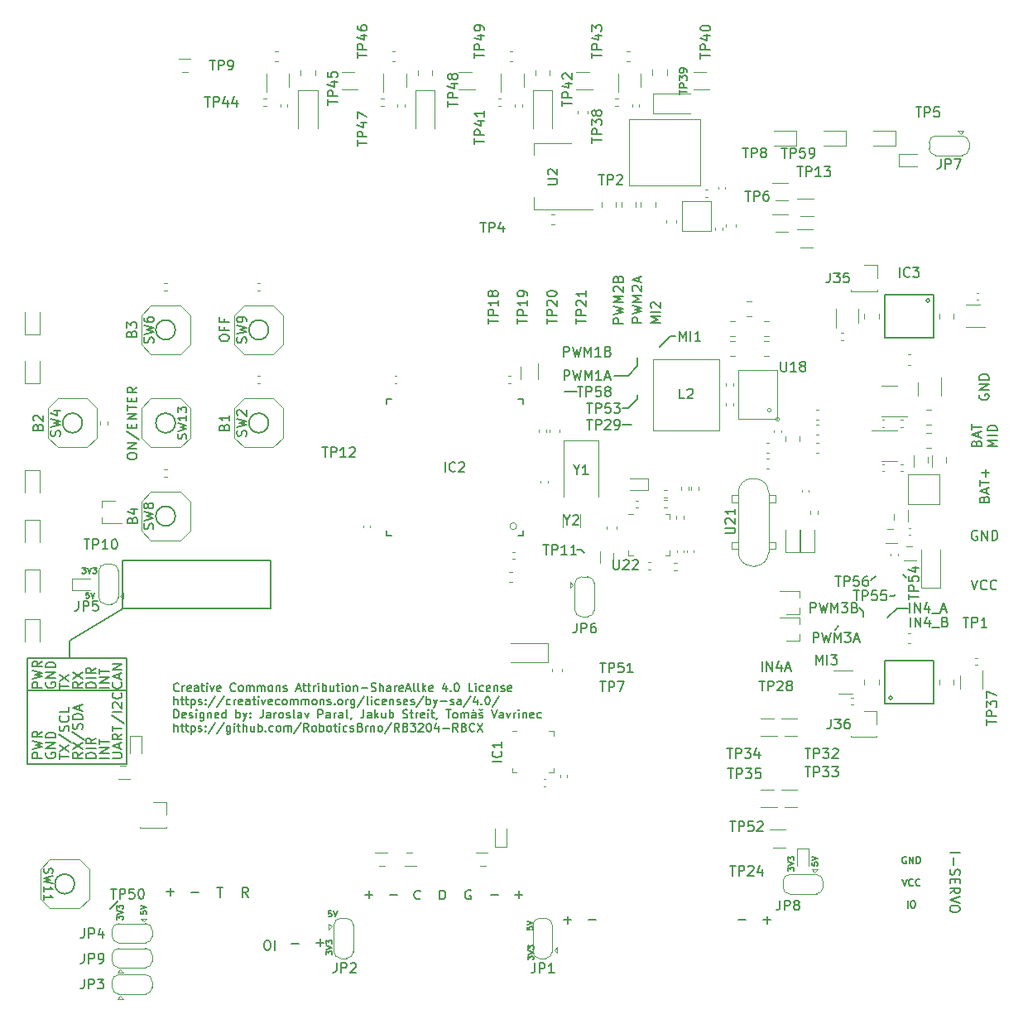
<source format=gto>
G04 #@! TF.GenerationSoftware,KiCad,Pcbnew,6.0.2+dfsg-1*
G04 #@! TF.CreationDate,2023-02-12T19:45:13+01:00*
G04 #@! TF.ProjectId,RBCX,52424358-2e6b-4696-9361-645f70636258,rev?*
G04 #@! TF.SameCoordinates,Original*
G04 #@! TF.FileFunction,Legend,Top*
G04 #@! TF.FilePolarity,Positive*
%FSLAX46Y46*%
G04 Gerber Fmt 4.6, Leading zero omitted, Abs format (unit mm)*
G04 Created by KiCad (PCBNEW 6.0.2+dfsg-1) date 2023-02-12 19:45:13*
%MOMM*%
%LPD*%
G01*
G04 APERTURE LIST*
%ADD10C,0.150000*%
%ADD11C,0.200000*%
%ADD12C,0.120000*%
%ADD13C,0.100000*%
%ADD14C,0.152400*%
%ADD15C,0.127000*%
G04 APERTURE END LIST*
D10*
X157790000Y-85860000D02*
X158715000Y-84935000D01*
X104805000Y-137090000D02*
X105625000Y-136270000D01*
X151225000Y-84200000D02*
X152500000Y-84200000D01*
X157175000Y-87520000D02*
X158090000Y-87520000D01*
X184920000Y-105085000D02*
X185100000Y-104905000D01*
X153265000Y-100650000D02*
X152955000Y-100340000D01*
X100630000Y-109650000D02*
X106095000Y-106335000D01*
X106080000Y-101425000D02*
X121165000Y-101425000D01*
X121165000Y-101425000D02*
X121165000Y-106350000D01*
X121165000Y-106350000D02*
X106080000Y-106350000D01*
X106080000Y-106350000D02*
X106080000Y-101425000D01*
X106450000Y-122250000D02*
X96330000Y-122250000D01*
X96330000Y-122250000D02*
X96330000Y-111425000D01*
X96330000Y-111425000D02*
X106450000Y-111425000D01*
X106450000Y-111425000D02*
X106450000Y-122250000D01*
X185300000Y-106300000D02*
X184300000Y-107300000D01*
X162100000Y-78500000D02*
X162600000Y-78500000D01*
X182600000Y-103500000D02*
X183100000Y-103000000D01*
X186400000Y-106300000D02*
X185300000Y-106300000D01*
X184490000Y-105085000D02*
X184920000Y-105085000D01*
X181800000Y-106690000D02*
X181355000Y-106245000D01*
X157755000Y-82525000D02*
X158715000Y-81565000D01*
X158715000Y-84935000D02*
X158715000Y-84490000D01*
X156350000Y-82525000D02*
X157755000Y-82525000D01*
X157175000Y-85860000D02*
X157790000Y-85860000D01*
X185900000Y-102900000D02*
X186200000Y-103200000D01*
X100630000Y-111415000D02*
X100630000Y-109650000D01*
X161000000Y-79600000D02*
X162100000Y-78500000D01*
X106440000Y-114720000D02*
X96335000Y-114720000D01*
X179285000Y-108160000D02*
X178905000Y-108540000D01*
X158715000Y-81565000D02*
X158715000Y-80660000D01*
X181800000Y-107180000D02*
X181800000Y-106690000D01*
X152955000Y-100340000D02*
X152530000Y-100340000D01*
D11*
X193458095Y-98410000D02*
X193362857Y-98362380D01*
X193220000Y-98362380D01*
X193077142Y-98410000D01*
X192981904Y-98505238D01*
X192934285Y-98600476D01*
X192886666Y-98790952D01*
X192886666Y-98933809D01*
X192934285Y-99124285D01*
X192981904Y-99219523D01*
X193077142Y-99314761D01*
X193220000Y-99362380D01*
X193315238Y-99362380D01*
X193458095Y-99314761D01*
X193505714Y-99267142D01*
X193505714Y-98933809D01*
X193315238Y-98933809D01*
X193934285Y-99362380D02*
X193934285Y-98362380D01*
X194505714Y-99362380D01*
X194505714Y-98362380D01*
X194981904Y-99362380D02*
X194981904Y-98362380D01*
X195220000Y-98362380D01*
X195362857Y-98410000D01*
X195458095Y-98505238D01*
X195505714Y-98600476D01*
X195553333Y-98790952D01*
X195553333Y-98933809D01*
X195505714Y-99124285D01*
X195458095Y-99219523D01*
X195362857Y-99314761D01*
X195220000Y-99362380D01*
X194981904Y-99362380D01*
D10*
X115947380Y-78762380D02*
X115947380Y-78571904D01*
X115995000Y-78476666D01*
X116090238Y-78381428D01*
X116280714Y-78333809D01*
X116614047Y-78333809D01*
X116804523Y-78381428D01*
X116899761Y-78476666D01*
X116947380Y-78571904D01*
X116947380Y-78762380D01*
X116899761Y-78857619D01*
X116804523Y-78952857D01*
X116614047Y-79000476D01*
X116280714Y-79000476D01*
X116090238Y-78952857D01*
X115995000Y-78857619D01*
X115947380Y-78762380D01*
X116423571Y-77571904D02*
X116423571Y-77905238D01*
X116947380Y-77905238D02*
X115947380Y-77905238D01*
X115947380Y-77429047D01*
X116423571Y-76714761D02*
X116423571Y-77048095D01*
X116947380Y-77048095D02*
X115947380Y-77048095D01*
X115947380Y-76571904D01*
X104672380Y-121644404D02*
X103672380Y-121644404D01*
X104672380Y-121168214D02*
X103672380Y-121168214D01*
X104672380Y-120596785D01*
X103672380Y-120596785D01*
X103672380Y-120263452D02*
X103672380Y-119692023D01*
X104672380Y-119977738D02*
X103672380Y-119977738D01*
X99562380Y-114572261D02*
X99562380Y-114000833D01*
X100562380Y-114286547D02*
X99562380Y-114286547D01*
X99562380Y-113762738D02*
X100562380Y-113096071D01*
X99562380Y-113096071D02*
X100562380Y-113762738D01*
D11*
X193705000Y-84456904D02*
X193657380Y-84552142D01*
X193657380Y-84695000D01*
X193705000Y-84837857D01*
X193800238Y-84933095D01*
X193895476Y-84980714D01*
X194085952Y-85028333D01*
X194228809Y-85028333D01*
X194419285Y-84980714D01*
X194514523Y-84933095D01*
X194609761Y-84837857D01*
X194657380Y-84695000D01*
X194657380Y-84599761D01*
X194609761Y-84456904D01*
X194562142Y-84409285D01*
X194228809Y-84409285D01*
X194228809Y-84599761D01*
X194657380Y-83980714D02*
X193657380Y-83980714D01*
X194657380Y-83409285D01*
X193657380Y-83409285D01*
X194657380Y-82933095D02*
X193657380Y-82933095D01*
X193657380Y-82695000D01*
X193705000Y-82552142D01*
X193800238Y-82456904D01*
X193895476Y-82409285D01*
X194085952Y-82361666D01*
X194228809Y-82361666D01*
X194419285Y-82409285D01*
X194514523Y-82456904D01*
X194609761Y-82552142D01*
X194657380Y-82695000D01*
X194657380Y-82933095D01*
D10*
X154480952Y-138193571D02*
X153719047Y-138193571D01*
X103297380Y-121644404D02*
X102297380Y-121644404D01*
X102297380Y-121406309D01*
X102345000Y-121263452D01*
X102440238Y-121168214D01*
X102535476Y-121120595D01*
X102725952Y-121072976D01*
X102868809Y-121072976D01*
X103059285Y-121120595D01*
X103154523Y-121168214D01*
X103249761Y-121263452D01*
X103297380Y-121406309D01*
X103297380Y-121644404D01*
X103297380Y-120644404D02*
X102297380Y-120644404D01*
X103297380Y-119596785D02*
X102821190Y-119930119D01*
X103297380Y-120168214D02*
X102297380Y-120168214D01*
X102297380Y-119787261D01*
X102345000Y-119692023D01*
X102392619Y-119644404D01*
X102487857Y-119596785D01*
X102630714Y-119596785D01*
X102725952Y-119644404D01*
X102773571Y-119692023D01*
X102821190Y-119787261D01*
X102821190Y-120168214D01*
X99572380Y-121767261D02*
X99572380Y-121195833D01*
X100572380Y-121481547D02*
X99572380Y-121481547D01*
X99572380Y-120957738D02*
X100572380Y-120291071D01*
X99572380Y-120291071D02*
X100572380Y-120957738D01*
X99524761Y-119195833D02*
X100810476Y-120052976D01*
X100524761Y-118910119D02*
X100572380Y-118767261D01*
X100572380Y-118529166D01*
X100524761Y-118433928D01*
X100477142Y-118386309D01*
X100381904Y-118338690D01*
X100286666Y-118338690D01*
X100191428Y-118386309D01*
X100143809Y-118433928D01*
X100096190Y-118529166D01*
X100048571Y-118719642D01*
X100000952Y-118814880D01*
X99953333Y-118862500D01*
X99858095Y-118910119D01*
X99762857Y-118910119D01*
X99667619Y-118862500D01*
X99620000Y-118814880D01*
X99572380Y-118719642D01*
X99572380Y-118481547D01*
X99620000Y-118338690D01*
X100477142Y-117338690D02*
X100524761Y-117386309D01*
X100572380Y-117529166D01*
X100572380Y-117624404D01*
X100524761Y-117767261D01*
X100429523Y-117862500D01*
X100334285Y-117910119D01*
X100143809Y-117957738D01*
X100000952Y-117957738D01*
X99810476Y-117910119D01*
X99715238Y-117862500D01*
X99620000Y-117767261D01*
X99572380Y-117624404D01*
X99572380Y-117529166D01*
X99620000Y-117386309D01*
X99667619Y-117338690D01*
X100572380Y-116433928D02*
X100572380Y-116910119D01*
X99572380Y-116910119D01*
X110554047Y-135326428D02*
X111315952Y-135326428D01*
X110935000Y-135707380D02*
X110935000Y-134945476D01*
X136499523Y-135986428D02*
X136451904Y-136029285D01*
X136309047Y-136072142D01*
X136213809Y-136072142D01*
X136070952Y-136029285D01*
X135975714Y-135943571D01*
X135928095Y-135857857D01*
X135880476Y-135686428D01*
X135880476Y-135557857D01*
X135928095Y-135386428D01*
X135975714Y-135300714D01*
X136070952Y-135215000D01*
X136213809Y-135172142D01*
X136309047Y-135172142D01*
X136451904Y-135215000D01*
X136499523Y-135257857D01*
X106517380Y-90852380D02*
X106517380Y-90661904D01*
X106565000Y-90566666D01*
X106660238Y-90471428D01*
X106850714Y-90423809D01*
X107184047Y-90423809D01*
X107374523Y-90471428D01*
X107469761Y-90566666D01*
X107517380Y-90661904D01*
X107517380Y-90852380D01*
X107469761Y-90947619D01*
X107374523Y-91042857D01*
X107184047Y-91090476D01*
X106850714Y-91090476D01*
X106660238Y-91042857D01*
X106565000Y-90947619D01*
X106517380Y-90852380D01*
X107517380Y-89995238D02*
X106517380Y-89995238D01*
X107517380Y-89423809D01*
X106517380Y-89423809D01*
X106469761Y-88233333D02*
X107755476Y-89090476D01*
X106993571Y-87900000D02*
X106993571Y-87566666D01*
X107517380Y-87423809D02*
X107517380Y-87900000D01*
X106517380Y-87900000D01*
X106517380Y-87423809D01*
X107517380Y-86995238D02*
X106517380Y-86995238D01*
X107517380Y-86423809D01*
X106517380Y-86423809D01*
X106517380Y-86090476D02*
X106517380Y-85519047D01*
X107517380Y-85804761D02*
X106517380Y-85804761D01*
X106993571Y-85185714D02*
X106993571Y-84852380D01*
X107517380Y-84709523D02*
X107517380Y-85185714D01*
X106517380Y-85185714D01*
X106517380Y-84709523D01*
X107517380Y-83709523D02*
X107041190Y-84042857D01*
X107517380Y-84280952D02*
X106517380Y-84280952D01*
X106517380Y-83900000D01*
X106565000Y-83804761D01*
X106612619Y-83757142D01*
X106707857Y-83709523D01*
X106850714Y-83709523D01*
X106945952Y-83757142D01*
X106993571Y-83804761D01*
X107041190Y-83900000D01*
X107041190Y-84280952D01*
X130864047Y-135606428D02*
X131625952Y-135606428D01*
X131245000Y-135987380D02*
X131245000Y-135225476D01*
D11*
X194188571Y-95157142D02*
X194236190Y-95014285D01*
X194283809Y-94966666D01*
X194379047Y-94919047D01*
X194521904Y-94919047D01*
X194617142Y-94966666D01*
X194664761Y-95014285D01*
X194712380Y-95109523D01*
X194712380Y-95490476D01*
X193712380Y-95490476D01*
X193712380Y-95157142D01*
X193760000Y-95061904D01*
X193807619Y-95014285D01*
X193902857Y-94966666D01*
X193998095Y-94966666D01*
X194093333Y-95014285D01*
X194140952Y-95061904D01*
X194188571Y-95157142D01*
X194188571Y-95490476D01*
X194426666Y-94538095D02*
X194426666Y-94061904D01*
X194712380Y-94633333D02*
X193712380Y-94300000D01*
X194712380Y-93966666D01*
X193712380Y-93776190D02*
X193712380Y-93204761D01*
X194712380Y-93490476D02*
X193712380Y-93490476D01*
X194331428Y-92871428D02*
X194331428Y-92109523D01*
X194712380Y-92490476D02*
X193950476Y-92490476D01*
D10*
X101947380Y-121062976D02*
X101471190Y-121396309D01*
X101947380Y-121634404D02*
X100947380Y-121634404D01*
X100947380Y-121253452D01*
X100995000Y-121158214D01*
X101042619Y-121110595D01*
X101137857Y-121062976D01*
X101280714Y-121062976D01*
X101375952Y-121110595D01*
X101423571Y-121158214D01*
X101471190Y-121253452D01*
X101471190Y-121634404D01*
X100947380Y-120729642D02*
X101947380Y-120062976D01*
X100947380Y-120062976D02*
X101947380Y-120729642D01*
X100899761Y-118967738D02*
X102185476Y-119824880D01*
X101899761Y-118682023D02*
X101947380Y-118539166D01*
X101947380Y-118301071D01*
X101899761Y-118205833D01*
X101852142Y-118158214D01*
X101756904Y-118110595D01*
X101661666Y-118110595D01*
X101566428Y-118158214D01*
X101518809Y-118205833D01*
X101471190Y-118301071D01*
X101423571Y-118491547D01*
X101375952Y-118586785D01*
X101328333Y-118634404D01*
X101233095Y-118682023D01*
X101137857Y-118682023D01*
X101042619Y-118634404D01*
X100995000Y-118586785D01*
X100947380Y-118491547D01*
X100947380Y-118253452D01*
X100995000Y-118110595D01*
X101947380Y-117682023D02*
X100947380Y-117682023D01*
X100947380Y-117443928D01*
X100995000Y-117301071D01*
X101090238Y-117205833D01*
X101185476Y-117158214D01*
X101375952Y-117110595D01*
X101518809Y-117110595D01*
X101709285Y-117158214D01*
X101804523Y-117205833D01*
X101899761Y-117301071D01*
X101947380Y-117443928D01*
X101947380Y-117682023D01*
X101661666Y-116729642D02*
X101661666Y-116253452D01*
X101947380Y-116824880D02*
X100947380Y-116491547D01*
X101947380Y-116158214D01*
X113089047Y-135401428D02*
X113850952Y-135401428D01*
X147496428Y-142272857D02*
X147496428Y-141901428D01*
X147725000Y-142101428D01*
X147725000Y-142015714D01*
X147753571Y-141958571D01*
X147782142Y-141930000D01*
X147839285Y-141901428D01*
X147982142Y-141901428D01*
X148039285Y-141930000D01*
X148067857Y-141958571D01*
X148096428Y-142015714D01*
X148096428Y-142187142D01*
X148067857Y-142244285D01*
X148039285Y-142272857D01*
X147496428Y-141730000D02*
X148096428Y-141530000D01*
X147496428Y-141330000D01*
X147496428Y-141187142D02*
X147496428Y-140815714D01*
X147725000Y-141015714D01*
X147725000Y-140930000D01*
X147753571Y-140872857D01*
X147782142Y-140844285D01*
X147839285Y-140815714D01*
X147982142Y-140815714D01*
X148039285Y-140844285D01*
X148067857Y-140872857D01*
X148096428Y-140930000D01*
X148096428Y-141101428D01*
X148067857Y-141158571D01*
X148039285Y-141187142D01*
X98245000Y-121100595D02*
X98197380Y-121195833D01*
X98197380Y-121338690D01*
X98245000Y-121481547D01*
X98340238Y-121576785D01*
X98435476Y-121624404D01*
X98625952Y-121672023D01*
X98768809Y-121672023D01*
X98959285Y-121624404D01*
X99054523Y-121576785D01*
X99149761Y-121481547D01*
X99197380Y-121338690D01*
X99197380Y-121243452D01*
X99149761Y-121100595D01*
X99102142Y-121052976D01*
X98768809Y-121052976D01*
X98768809Y-121243452D01*
X99197380Y-120624404D02*
X98197380Y-120624404D01*
X99197380Y-120052976D01*
X98197380Y-120052976D01*
X99197380Y-119576785D02*
X98197380Y-119576785D01*
X98197380Y-119338690D01*
X98245000Y-119195833D01*
X98340238Y-119100595D01*
X98435476Y-119052976D01*
X98625952Y-119005357D01*
X98768809Y-119005357D01*
X98959285Y-119052976D01*
X99054523Y-119100595D01*
X99149761Y-119195833D01*
X99197380Y-119338690D01*
X99197380Y-119576785D01*
X123329047Y-140626428D02*
X124090952Y-140626428D01*
X107901428Y-137299285D02*
X107901428Y-137585000D01*
X108187142Y-137613571D01*
X108158571Y-137585000D01*
X108130000Y-137527857D01*
X108130000Y-137385000D01*
X108158571Y-137327857D01*
X108187142Y-137299285D01*
X108244285Y-137270714D01*
X108387142Y-137270714D01*
X108444285Y-137299285D01*
X108472857Y-137327857D01*
X108501428Y-137385000D01*
X108501428Y-137527857D01*
X108472857Y-137585000D01*
X108444285Y-137613571D01*
X107901428Y-137099285D02*
X108501428Y-136899285D01*
X107901428Y-136699285D01*
X116448571Y-87779761D02*
X116496190Y-87636904D01*
X116543809Y-87589285D01*
X116639047Y-87541666D01*
X116781904Y-87541666D01*
X116877142Y-87589285D01*
X116924761Y-87636904D01*
X116972380Y-87732142D01*
X116972380Y-88113095D01*
X115972380Y-88113095D01*
X115972380Y-87779761D01*
X116020000Y-87684523D01*
X116067619Y-87636904D01*
X116162857Y-87589285D01*
X116258095Y-87589285D01*
X116353333Y-87636904D01*
X116400952Y-87684523D01*
X116448571Y-87779761D01*
X116448571Y-88113095D01*
X116972380Y-86589285D02*
X116972380Y-87160714D01*
X116972380Y-86875000D02*
X115972380Y-86875000D01*
X116115238Y-86970238D01*
X116210476Y-87065476D01*
X116258095Y-87160714D01*
X97812380Y-114439404D02*
X96812380Y-114439404D01*
X96812380Y-114058452D01*
X96860000Y-113963214D01*
X96907619Y-113915595D01*
X97002857Y-113867976D01*
X97145714Y-113867976D01*
X97240952Y-113915595D01*
X97288571Y-113963214D01*
X97336190Y-114058452D01*
X97336190Y-114439404D01*
X96812380Y-113534642D02*
X97812380Y-113296547D01*
X97098095Y-113106071D01*
X97812380Y-112915595D01*
X96812380Y-112677500D01*
X97812380Y-111725119D02*
X97336190Y-112058452D01*
X97812380Y-112296547D02*
X96812380Y-112296547D01*
X96812380Y-111915595D01*
X96860000Y-111820357D01*
X96907619Y-111772738D01*
X97002857Y-111725119D01*
X97145714Y-111725119D01*
X97240952Y-111772738D01*
X97288571Y-111820357D01*
X97336190Y-111915595D01*
X97336190Y-112296547D01*
X97383571Y-87769761D02*
X97431190Y-87626904D01*
X97478809Y-87579285D01*
X97574047Y-87531666D01*
X97716904Y-87531666D01*
X97812142Y-87579285D01*
X97859761Y-87626904D01*
X97907380Y-87722142D01*
X97907380Y-88103095D01*
X96907380Y-88103095D01*
X96907380Y-87769761D01*
X96955000Y-87674523D01*
X97002619Y-87626904D01*
X97097857Y-87579285D01*
X97193095Y-87579285D01*
X97288333Y-87626904D01*
X97335952Y-87674523D01*
X97383571Y-87769761D01*
X97383571Y-88103095D01*
X97002619Y-87150714D02*
X96955000Y-87103095D01*
X96907380Y-87007857D01*
X96907380Y-86769761D01*
X96955000Y-86674523D01*
X97002619Y-86626904D01*
X97097857Y-86579285D01*
X97193095Y-86579285D01*
X97335952Y-86626904D01*
X97907380Y-87198333D01*
X97907380Y-86579285D01*
X171584047Y-138186428D02*
X172345952Y-138186428D01*
X171965000Y-138567380D02*
X171965000Y-137805476D01*
X127410714Y-137256428D02*
X127125000Y-137256428D01*
X127096428Y-137542142D01*
X127125000Y-137513571D01*
X127182142Y-137485000D01*
X127325000Y-137485000D01*
X127382142Y-137513571D01*
X127410714Y-137542142D01*
X127439285Y-137599285D01*
X127439285Y-137742142D01*
X127410714Y-137799285D01*
X127382142Y-137827857D01*
X127325000Y-137856428D01*
X127182142Y-137856428D01*
X127125000Y-137827857D01*
X127096428Y-137799285D01*
X127610714Y-137256428D02*
X127810714Y-137856428D01*
X128010714Y-137256428D01*
X121618809Y-141277380D02*
X121618809Y-140277380D01*
X120952142Y-140277380D02*
X120761666Y-140277380D01*
X120666428Y-140325000D01*
X120571190Y-140420238D01*
X120523571Y-140610714D01*
X120523571Y-140944047D01*
X120571190Y-141134523D01*
X120666428Y-141229761D01*
X120761666Y-141277380D01*
X120952142Y-141277380D01*
X121047380Y-141229761D01*
X121142619Y-141134523D01*
X121190238Y-140944047D01*
X121190238Y-140610714D01*
X121142619Y-140420238D01*
X121047380Y-140325000D01*
X120952142Y-140277380D01*
X101937380Y-113867976D02*
X101461190Y-114201309D01*
X101937380Y-114439404D02*
X100937380Y-114439404D01*
X100937380Y-114058452D01*
X100985000Y-113963214D01*
X101032619Y-113915595D01*
X101127857Y-113867976D01*
X101270714Y-113867976D01*
X101365952Y-113915595D01*
X101413571Y-113963214D01*
X101461190Y-114058452D01*
X101461190Y-114439404D01*
X100937380Y-113534642D02*
X101937380Y-112867976D01*
X100937380Y-112867976D02*
X101937380Y-113534642D01*
X98235000Y-113905595D02*
X98187380Y-114000833D01*
X98187380Y-114143690D01*
X98235000Y-114286547D01*
X98330238Y-114381785D01*
X98425476Y-114429404D01*
X98615952Y-114477023D01*
X98758809Y-114477023D01*
X98949285Y-114429404D01*
X99044523Y-114381785D01*
X99139761Y-114286547D01*
X99187380Y-114143690D01*
X99187380Y-114048452D01*
X99139761Y-113905595D01*
X99092142Y-113857976D01*
X98758809Y-113857976D01*
X98758809Y-114048452D01*
X99187380Y-113429404D02*
X98187380Y-113429404D01*
X99187380Y-112857976D01*
X98187380Y-112857976D01*
X99187380Y-112381785D02*
X98187380Y-112381785D01*
X98187380Y-112143690D01*
X98235000Y-112000833D01*
X98330238Y-111905595D01*
X98425476Y-111857976D01*
X98615952Y-111810357D01*
X98758809Y-111810357D01*
X98949285Y-111857976D01*
X99044523Y-111905595D01*
X99139761Y-112000833D01*
X99187380Y-112143690D01*
X99187380Y-112381785D01*
X126266428Y-140915952D02*
X126266428Y-140154047D01*
X126647380Y-140535000D02*
X125885476Y-140535000D01*
X102600714Y-104691428D02*
X102315000Y-104691428D01*
X102286428Y-104977142D01*
X102315000Y-104948571D01*
X102372142Y-104920000D01*
X102515000Y-104920000D01*
X102572142Y-104948571D01*
X102600714Y-104977142D01*
X102629285Y-105034285D01*
X102629285Y-105177142D01*
X102600714Y-105234285D01*
X102572142Y-105262857D01*
X102515000Y-105291428D01*
X102372142Y-105291428D01*
X102315000Y-105262857D01*
X102286428Y-105234285D01*
X102800714Y-104691428D02*
X103000714Y-105291428D01*
X103200714Y-104691428D01*
X186196666Y-131781000D02*
X186130000Y-131747666D01*
X186030000Y-131747666D01*
X185930000Y-131781000D01*
X185863333Y-131847666D01*
X185830000Y-131914333D01*
X185796666Y-132047666D01*
X185796666Y-132147666D01*
X185830000Y-132281000D01*
X185863333Y-132347666D01*
X185930000Y-132414333D01*
X186030000Y-132447666D01*
X186096666Y-132447666D01*
X186196666Y-132414333D01*
X186230000Y-132381000D01*
X186230000Y-132147666D01*
X186096666Y-132147666D01*
X186530000Y-132447666D02*
X186530000Y-131747666D01*
X186930000Y-132447666D01*
X186930000Y-131747666D01*
X187263333Y-132447666D02*
X187263333Y-131747666D01*
X187430000Y-131747666D01*
X187530000Y-131781000D01*
X187596666Y-131847666D01*
X187630000Y-131914333D01*
X187663333Y-132047666D01*
X187663333Y-132147666D01*
X187630000Y-132281000D01*
X187596666Y-132347666D01*
X187530000Y-132414333D01*
X187430000Y-132447666D01*
X187263333Y-132447666D01*
X185796666Y-134001666D02*
X186030000Y-134701666D01*
X186263333Y-134001666D01*
X186896666Y-134635000D02*
X186863333Y-134668333D01*
X186763333Y-134701666D01*
X186696666Y-134701666D01*
X186596666Y-134668333D01*
X186530000Y-134601666D01*
X186496666Y-134535000D01*
X186463333Y-134401666D01*
X186463333Y-134301666D01*
X186496666Y-134168333D01*
X186530000Y-134101666D01*
X186596666Y-134035000D01*
X186696666Y-134001666D01*
X186763333Y-134001666D01*
X186863333Y-134035000D01*
X186896666Y-134068333D01*
X187596666Y-134635000D02*
X187563333Y-134668333D01*
X187463333Y-134701666D01*
X187396666Y-134701666D01*
X187296666Y-134668333D01*
X187230000Y-134601666D01*
X187196666Y-134535000D01*
X187163333Y-134401666D01*
X187163333Y-134301666D01*
X187196666Y-134168333D01*
X187230000Y-134101666D01*
X187296666Y-134035000D01*
X187396666Y-134001666D01*
X187463333Y-134001666D01*
X187563333Y-134035000D01*
X187596666Y-134068333D01*
X186363333Y-136955666D02*
X186363333Y-136255666D01*
X186830000Y-136255666D02*
X186963333Y-136255666D01*
X187030000Y-136289000D01*
X187096666Y-136355666D01*
X187130000Y-136489000D01*
X187130000Y-136722333D01*
X187096666Y-136855666D01*
X187030000Y-136922333D01*
X186963333Y-136955666D01*
X186830000Y-136955666D01*
X186763333Y-136922333D01*
X186696666Y-136855666D01*
X186663333Y-136722333D01*
X186663333Y-136489000D01*
X186696666Y-136355666D01*
X186763333Y-136289000D01*
X186830000Y-136255666D01*
X138503095Y-136072142D02*
X138503095Y-135172142D01*
X138741190Y-135172142D01*
X138884047Y-135215000D01*
X138979285Y-135300714D01*
X139026904Y-135386428D01*
X139074523Y-135557857D01*
X139074523Y-135686428D01*
X139026904Y-135857857D01*
X138979285Y-135943571D01*
X138884047Y-136029285D01*
X138741190Y-136072142D01*
X138503095Y-136072142D01*
D11*
X192866666Y-103427380D02*
X193200000Y-104427380D01*
X193533333Y-103427380D01*
X194438095Y-104332142D02*
X194390476Y-104379761D01*
X194247619Y-104427380D01*
X194152380Y-104427380D01*
X194009523Y-104379761D01*
X193914285Y-104284523D01*
X193866666Y-104189285D01*
X193819047Y-103998809D01*
X193819047Y-103855952D01*
X193866666Y-103665476D01*
X193914285Y-103570238D01*
X194009523Y-103475000D01*
X194152380Y-103427380D01*
X194247619Y-103427380D01*
X194390476Y-103475000D01*
X194438095Y-103522619D01*
X195438095Y-104332142D02*
X195390476Y-104379761D01*
X195247619Y-104427380D01*
X195152380Y-104427380D01*
X195009523Y-104379761D01*
X194914285Y-104284523D01*
X194866666Y-104189285D01*
X194819047Y-103998809D01*
X194819047Y-103855952D01*
X194866666Y-103665476D01*
X194914285Y-103570238D01*
X195009523Y-103475000D01*
X195152380Y-103427380D01*
X195247619Y-103427380D01*
X195390476Y-103475000D01*
X195438095Y-103522619D01*
D10*
X101917142Y-102171428D02*
X102288571Y-102171428D01*
X102088571Y-102400000D01*
X102174285Y-102400000D01*
X102231428Y-102428571D01*
X102260000Y-102457142D01*
X102288571Y-102514285D01*
X102288571Y-102657142D01*
X102260000Y-102714285D01*
X102231428Y-102742857D01*
X102174285Y-102771428D01*
X102002857Y-102771428D01*
X101945714Y-102742857D01*
X101917142Y-102714285D01*
X102460000Y-102171428D02*
X102660000Y-102771428D01*
X102860000Y-102171428D01*
X103002857Y-102171428D02*
X103374285Y-102171428D01*
X103174285Y-102400000D01*
X103260000Y-102400000D01*
X103317142Y-102428571D01*
X103345714Y-102457142D01*
X103374285Y-102514285D01*
X103374285Y-102657142D01*
X103345714Y-102714285D01*
X103317142Y-102742857D01*
X103260000Y-102771428D01*
X103088571Y-102771428D01*
X103031428Y-102742857D01*
X103002857Y-102714285D01*
X104662380Y-114449404D02*
X103662380Y-114449404D01*
X104662380Y-113973214D02*
X103662380Y-113973214D01*
X104662380Y-113401785D01*
X103662380Y-113401785D01*
X103662380Y-113068452D02*
X103662380Y-112497023D01*
X104662380Y-112782738D02*
X103662380Y-112782738D01*
D11*
X193383571Y-89453095D02*
X193431190Y-89310238D01*
X193478809Y-89262619D01*
X193574047Y-89215000D01*
X193716904Y-89215000D01*
X193812142Y-89262619D01*
X193859761Y-89310238D01*
X193907380Y-89405476D01*
X193907380Y-89786428D01*
X192907380Y-89786428D01*
X192907380Y-89453095D01*
X192955000Y-89357857D01*
X193002619Y-89310238D01*
X193097857Y-89262619D01*
X193193095Y-89262619D01*
X193288333Y-89310238D01*
X193335952Y-89357857D01*
X193383571Y-89453095D01*
X193383571Y-89786428D01*
X193621666Y-88834047D02*
X193621666Y-88357857D01*
X193907380Y-88929285D02*
X192907380Y-88595952D01*
X193907380Y-88262619D01*
X192907380Y-88072142D02*
X192907380Y-87500714D01*
X193907380Y-87786428D02*
X192907380Y-87786428D01*
X195517380Y-89786428D02*
X194517380Y-89786428D01*
X195231666Y-89453095D01*
X194517380Y-89119761D01*
X195517380Y-89119761D01*
X195517380Y-88643571D02*
X194517380Y-88643571D01*
X195517380Y-88167380D02*
X194517380Y-88167380D01*
X194517380Y-87929285D01*
X194565000Y-87786428D01*
X194660238Y-87691190D01*
X194755476Y-87643571D01*
X194945952Y-87595952D01*
X195088809Y-87595952D01*
X195279285Y-87643571D01*
X195374523Y-87691190D01*
X195469761Y-87786428D01*
X195517380Y-87929285D01*
X195517380Y-88167380D01*
D10*
X105481428Y-138172857D02*
X105481428Y-137801428D01*
X105710000Y-138001428D01*
X105710000Y-137915714D01*
X105738571Y-137858571D01*
X105767142Y-137830000D01*
X105824285Y-137801428D01*
X105967142Y-137801428D01*
X106024285Y-137830000D01*
X106052857Y-137858571D01*
X106081428Y-137915714D01*
X106081428Y-138087142D01*
X106052857Y-138144285D01*
X106024285Y-138172857D01*
X105481428Y-137630000D02*
X106081428Y-137430000D01*
X105481428Y-137230000D01*
X105481428Y-137087142D02*
X105481428Y-136715714D01*
X105710000Y-136915714D01*
X105710000Y-136830000D01*
X105738571Y-136772857D01*
X105767142Y-136744285D01*
X105824285Y-136715714D01*
X105967142Y-136715714D01*
X106024285Y-136744285D01*
X106052857Y-136772857D01*
X106081428Y-136830000D01*
X106081428Y-137001428D01*
X106052857Y-137058571D01*
X106024285Y-137087142D01*
X133394047Y-135611428D02*
X134155952Y-135611428D01*
X143689047Y-135611428D02*
X144450952Y-135611428D01*
X97822380Y-121634404D02*
X96822380Y-121634404D01*
X96822380Y-121253452D01*
X96870000Y-121158214D01*
X96917619Y-121110595D01*
X97012857Y-121062976D01*
X97155714Y-121062976D01*
X97250952Y-121110595D01*
X97298571Y-121158214D01*
X97346190Y-121253452D01*
X97346190Y-121634404D01*
X96822380Y-120729642D02*
X97822380Y-120491547D01*
X97108095Y-120301071D01*
X97822380Y-120110595D01*
X96822380Y-119872500D01*
X97822380Y-118920119D02*
X97346190Y-119253452D01*
X97822380Y-119491547D02*
X96822380Y-119491547D01*
X96822380Y-119110595D01*
X96870000Y-119015357D01*
X96917619Y-118967738D01*
X97012857Y-118920119D01*
X97155714Y-118920119D01*
X97250952Y-118967738D01*
X97298571Y-119015357D01*
X97346190Y-119110595D01*
X97346190Y-119491547D01*
X147416428Y-138919285D02*
X147416428Y-139205000D01*
X147702142Y-139233571D01*
X147673571Y-139205000D01*
X147645000Y-139147857D01*
X147645000Y-139005000D01*
X147673571Y-138947857D01*
X147702142Y-138919285D01*
X147759285Y-138890714D01*
X147902142Y-138890714D01*
X147959285Y-138919285D01*
X147987857Y-138947857D01*
X148016428Y-139005000D01*
X148016428Y-139147857D01*
X147987857Y-139205000D01*
X147959285Y-139233571D01*
X147416428Y-138719285D02*
X148016428Y-138519285D01*
X147416428Y-138319285D01*
X115729285Y-134852380D02*
X116300714Y-134852380D01*
X116015000Y-135852380D02*
X116015000Y-134852380D01*
X141651904Y-135210000D02*
X141556666Y-135167142D01*
X141413809Y-135167142D01*
X141270952Y-135210000D01*
X141175714Y-135295714D01*
X141128095Y-135381428D01*
X141080476Y-135552857D01*
X141080476Y-135681428D01*
X141128095Y-135852857D01*
X141175714Y-135938571D01*
X141270952Y-136024285D01*
X141413809Y-136067142D01*
X141509047Y-136067142D01*
X141651904Y-136024285D01*
X141699523Y-135981428D01*
X141699523Y-135681428D01*
X141509047Y-135681428D01*
X151960952Y-138193571D02*
X151199047Y-138193571D01*
X151580000Y-137812619D02*
X151580000Y-138574523D01*
X118869523Y-135862380D02*
X118536190Y-135386190D01*
X118298095Y-135862380D02*
X118298095Y-134862380D01*
X118679047Y-134862380D01*
X118774285Y-134910000D01*
X118821904Y-134957619D01*
X118869523Y-135052857D01*
X118869523Y-135195714D01*
X118821904Y-135290952D01*
X118774285Y-135338571D01*
X118679047Y-135386190D01*
X118298095Y-135386190D01*
X190687619Y-131350000D02*
X191687619Y-131350000D01*
X191068571Y-131826190D02*
X191068571Y-132588095D01*
X190735238Y-133016666D02*
X190687619Y-133159523D01*
X190687619Y-133397619D01*
X190735238Y-133492857D01*
X190782857Y-133540476D01*
X190878095Y-133588095D01*
X190973333Y-133588095D01*
X191068571Y-133540476D01*
X191116190Y-133492857D01*
X191163809Y-133397619D01*
X191211428Y-133207142D01*
X191259047Y-133111904D01*
X191306666Y-133064285D01*
X191401904Y-133016666D01*
X191497142Y-133016666D01*
X191592380Y-133064285D01*
X191640000Y-133111904D01*
X191687619Y-133207142D01*
X191687619Y-133445238D01*
X191640000Y-133588095D01*
X191211428Y-134016666D02*
X191211428Y-134350000D01*
X190687619Y-134492857D02*
X190687619Y-134016666D01*
X191687619Y-134016666D01*
X191687619Y-134492857D01*
X190687619Y-135492857D02*
X191163809Y-135159523D01*
X190687619Y-134921428D02*
X191687619Y-134921428D01*
X191687619Y-135302380D01*
X191640000Y-135397619D01*
X191592380Y-135445238D01*
X191497142Y-135492857D01*
X191354285Y-135492857D01*
X191259047Y-135445238D01*
X191211428Y-135397619D01*
X191163809Y-135302380D01*
X191163809Y-134921428D01*
X191687619Y-135778571D02*
X190687619Y-136111904D01*
X191687619Y-136445238D01*
X191687619Y-136969047D02*
X191687619Y-137159523D01*
X191640000Y-137254761D01*
X191544761Y-137350000D01*
X191354285Y-137397619D01*
X191020952Y-137397619D01*
X190830476Y-137350000D01*
X190735238Y-137254761D01*
X190687619Y-137159523D01*
X190687619Y-136969047D01*
X190735238Y-136873809D01*
X190830476Y-136778571D01*
X191020952Y-136730952D01*
X191354285Y-136730952D01*
X191544761Y-136778571D01*
X191640000Y-136873809D01*
X191687619Y-136969047D01*
X146209047Y-135611428D02*
X146970952Y-135611428D01*
X146590000Y-135992380D02*
X146590000Y-135230476D01*
X104992380Y-121659404D02*
X105801904Y-121659404D01*
X105897142Y-121611785D01*
X105944761Y-121564166D01*
X105992380Y-121468928D01*
X105992380Y-121278452D01*
X105944761Y-121183214D01*
X105897142Y-121135595D01*
X105801904Y-121087976D01*
X104992380Y-121087976D01*
X105706666Y-120659404D02*
X105706666Y-120183214D01*
X105992380Y-120754642D02*
X104992380Y-120421309D01*
X105992380Y-120087976D01*
X105992380Y-119183214D02*
X105516190Y-119516547D01*
X105992380Y-119754642D02*
X104992380Y-119754642D01*
X104992380Y-119373690D01*
X105040000Y-119278452D01*
X105087619Y-119230833D01*
X105182857Y-119183214D01*
X105325714Y-119183214D01*
X105420952Y-119230833D01*
X105468571Y-119278452D01*
X105516190Y-119373690D01*
X105516190Y-119754642D01*
X104992380Y-118897500D02*
X104992380Y-118326071D01*
X105992380Y-118611785D02*
X104992380Y-118611785D01*
X104944761Y-117278452D02*
X106230476Y-118135595D01*
X105992380Y-116945119D02*
X104992380Y-116945119D01*
X105087619Y-116516547D02*
X105040000Y-116468928D01*
X104992380Y-116373690D01*
X104992380Y-116135595D01*
X105040000Y-116040357D01*
X105087619Y-115992738D01*
X105182857Y-115945119D01*
X105278095Y-115945119D01*
X105420952Y-115992738D01*
X105992380Y-116564166D01*
X105992380Y-115945119D01*
X105897142Y-114945119D02*
X105944761Y-114992738D01*
X105992380Y-115135595D01*
X105992380Y-115230833D01*
X105944761Y-115373690D01*
X105849523Y-115468928D01*
X105754285Y-115516547D01*
X105563809Y-115564166D01*
X105420952Y-115564166D01*
X105230476Y-115516547D01*
X105135238Y-115468928D01*
X105040000Y-115373690D01*
X104992380Y-115230833D01*
X104992380Y-115135595D01*
X105040000Y-114992738D01*
X105087619Y-114945119D01*
X106963571Y-78239761D02*
X107011190Y-78096904D01*
X107058809Y-78049285D01*
X107154047Y-78001666D01*
X107296904Y-78001666D01*
X107392142Y-78049285D01*
X107439761Y-78096904D01*
X107487380Y-78192142D01*
X107487380Y-78573095D01*
X106487380Y-78573095D01*
X106487380Y-78239761D01*
X106535000Y-78144523D01*
X106582619Y-78096904D01*
X106677857Y-78049285D01*
X106773095Y-78049285D01*
X106868333Y-78096904D01*
X106915952Y-78144523D01*
X106963571Y-78239761D01*
X106963571Y-78573095D01*
X106487380Y-77668333D02*
X106487380Y-77049285D01*
X106868333Y-77382619D01*
X106868333Y-77239761D01*
X106915952Y-77144523D01*
X106963571Y-77096904D01*
X107058809Y-77049285D01*
X107296904Y-77049285D01*
X107392142Y-77096904D01*
X107439761Y-77144523D01*
X107487380Y-77239761D01*
X107487380Y-77525476D01*
X107439761Y-77620714D01*
X107392142Y-77668333D01*
X126876428Y-141757857D02*
X126876428Y-141386428D01*
X127105000Y-141586428D01*
X127105000Y-141500714D01*
X127133571Y-141443571D01*
X127162142Y-141415000D01*
X127219285Y-141386428D01*
X127362142Y-141386428D01*
X127419285Y-141415000D01*
X127447857Y-141443571D01*
X127476428Y-141500714D01*
X127476428Y-141672142D01*
X127447857Y-141729285D01*
X127419285Y-141757857D01*
X126876428Y-141215000D02*
X127476428Y-141015000D01*
X126876428Y-140815000D01*
X126876428Y-140672142D02*
X126876428Y-140300714D01*
X127105000Y-140500714D01*
X127105000Y-140415000D01*
X127133571Y-140357857D01*
X127162142Y-140329285D01*
X127219285Y-140300714D01*
X127362142Y-140300714D01*
X127419285Y-140329285D01*
X127447857Y-140357857D01*
X127476428Y-140415000D01*
X127476428Y-140586428D01*
X127447857Y-140643571D01*
X127419285Y-140672142D01*
X174141428Y-133192857D02*
X174141428Y-132821428D01*
X174370000Y-133021428D01*
X174370000Y-132935714D01*
X174398571Y-132878571D01*
X174427142Y-132850000D01*
X174484285Y-132821428D01*
X174627142Y-132821428D01*
X174684285Y-132850000D01*
X174712857Y-132878571D01*
X174741428Y-132935714D01*
X174741428Y-133107142D01*
X174712857Y-133164285D01*
X174684285Y-133192857D01*
X174141428Y-132650000D02*
X174741428Y-132450000D01*
X174141428Y-132250000D01*
X174141428Y-132107142D02*
X174141428Y-131735714D01*
X174370000Y-131935714D01*
X174370000Y-131850000D01*
X174398571Y-131792857D01*
X174427142Y-131764285D01*
X174484285Y-131735714D01*
X174627142Y-131735714D01*
X174684285Y-131764285D01*
X174712857Y-131792857D01*
X174741428Y-131850000D01*
X174741428Y-132021428D01*
X174712857Y-132078571D01*
X174684285Y-132107142D01*
X105887142Y-113892976D02*
X105934761Y-113940595D01*
X105982380Y-114083452D01*
X105982380Y-114178690D01*
X105934761Y-114321547D01*
X105839523Y-114416785D01*
X105744285Y-114464404D01*
X105553809Y-114512023D01*
X105410952Y-114512023D01*
X105220476Y-114464404D01*
X105125238Y-114416785D01*
X105030000Y-114321547D01*
X104982380Y-114178690D01*
X104982380Y-114083452D01*
X105030000Y-113940595D01*
X105077619Y-113892976D01*
X105696666Y-113512023D02*
X105696666Y-113035833D01*
X105982380Y-113607261D02*
X104982380Y-113273928D01*
X105982380Y-112940595D01*
X105982380Y-112607261D02*
X104982380Y-112607261D01*
X105982380Y-112035833D01*
X104982380Y-112035833D01*
X111810595Y-114735821D02*
X111770119Y-114776297D01*
X111648690Y-114816773D01*
X111567738Y-114816773D01*
X111446309Y-114776297D01*
X111365357Y-114695345D01*
X111324880Y-114614392D01*
X111284404Y-114452488D01*
X111284404Y-114331059D01*
X111324880Y-114169154D01*
X111365357Y-114088202D01*
X111446309Y-114007250D01*
X111567738Y-113966773D01*
X111648690Y-113966773D01*
X111770119Y-114007250D01*
X111810595Y-114047726D01*
X112174880Y-114816773D02*
X112174880Y-114250107D01*
X112174880Y-114412011D02*
X112215357Y-114331059D01*
X112255833Y-114290583D01*
X112336785Y-114250107D01*
X112417738Y-114250107D01*
X113024880Y-114776297D02*
X112943928Y-114816773D01*
X112782023Y-114816773D01*
X112701071Y-114776297D01*
X112660595Y-114695345D01*
X112660595Y-114371535D01*
X112701071Y-114290583D01*
X112782023Y-114250107D01*
X112943928Y-114250107D01*
X113024880Y-114290583D01*
X113065357Y-114371535D01*
X113065357Y-114452488D01*
X112660595Y-114533440D01*
X113793928Y-114816773D02*
X113793928Y-114371535D01*
X113753452Y-114290583D01*
X113672500Y-114250107D01*
X113510595Y-114250107D01*
X113429642Y-114290583D01*
X113793928Y-114776297D02*
X113712976Y-114816773D01*
X113510595Y-114816773D01*
X113429642Y-114776297D01*
X113389166Y-114695345D01*
X113389166Y-114614392D01*
X113429642Y-114533440D01*
X113510595Y-114492964D01*
X113712976Y-114492964D01*
X113793928Y-114452488D01*
X114077261Y-114250107D02*
X114401071Y-114250107D01*
X114198690Y-113966773D02*
X114198690Y-114695345D01*
X114239166Y-114776297D01*
X114320119Y-114816773D01*
X114401071Y-114816773D01*
X114684404Y-114816773D02*
X114684404Y-114250107D01*
X114684404Y-113966773D02*
X114643928Y-114007250D01*
X114684404Y-114047726D01*
X114724880Y-114007250D01*
X114684404Y-113966773D01*
X114684404Y-114047726D01*
X115008214Y-114250107D02*
X115210595Y-114816773D01*
X115412976Y-114250107D01*
X116060595Y-114776297D02*
X115979642Y-114816773D01*
X115817738Y-114816773D01*
X115736785Y-114776297D01*
X115696309Y-114695345D01*
X115696309Y-114371535D01*
X115736785Y-114290583D01*
X115817738Y-114250107D01*
X115979642Y-114250107D01*
X116060595Y-114290583D01*
X116101071Y-114371535D01*
X116101071Y-114452488D01*
X115696309Y-114533440D01*
X117598690Y-114735821D02*
X117558214Y-114776297D01*
X117436785Y-114816773D01*
X117355833Y-114816773D01*
X117234404Y-114776297D01*
X117153452Y-114695345D01*
X117112976Y-114614392D01*
X117072500Y-114452488D01*
X117072500Y-114331059D01*
X117112976Y-114169154D01*
X117153452Y-114088202D01*
X117234404Y-114007250D01*
X117355833Y-113966773D01*
X117436785Y-113966773D01*
X117558214Y-114007250D01*
X117598690Y-114047726D01*
X118084404Y-114816773D02*
X118003452Y-114776297D01*
X117962976Y-114735821D01*
X117922500Y-114654869D01*
X117922500Y-114412011D01*
X117962976Y-114331059D01*
X118003452Y-114290583D01*
X118084404Y-114250107D01*
X118205833Y-114250107D01*
X118286785Y-114290583D01*
X118327261Y-114331059D01*
X118367738Y-114412011D01*
X118367738Y-114654869D01*
X118327261Y-114735821D01*
X118286785Y-114776297D01*
X118205833Y-114816773D01*
X118084404Y-114816773D01*
X118732023Y-114816773D02*
X118732023Y-114250107D01*
X118732023Y-114331059D02*
X118772500Y-114290583D01*
X118853452Y-114250107D01*
X118974880Y-114250107D01*
X119055833Y-114290583D01*
X119096309Y-114371535D01*
X119096309Y-114816773D01*
X119096309Y-114371535D02*
X119136785Y-114290583D01*
X119217738Y-114250107D01*
X119339166Y-114250107D01*
X119420119Y-114290583D01*
X119460595Y-114371535D01*
X119460595Y-114816773D01*
X119865357Y-114816773D02*
X119865357Y-114250107D01*
X119865357Y-114331059D02*
X119905833Y-114290583D01*
X119986785Y-114250107D01*
X120108214Y-114250107D01*
X120189166Y-114290583D01*
X120229642Y-114371535D01*
X120229642Y-114816773D01*
X120229642Y-114371535D02*
X120270119Y-114290583D01*
X120351071Y-114250107D01*
X120472500Y-114250107D01*
X120553452Y-114290583D01*
X120593928Y-114371535D01*
X120593928Y-114816773D01*
X121120119Y-114816773D02*
X121039166Y-114776297D01*
X120998690Y-114735821D01*
X120958214Y-114654869D01*
X120958214Y-114412011D01*
X120998690Y-114331059D01*
X121039166Y-114290583D01*
X121120119Y-114250107D01*
X121241547Y-114250107D01*
X121322500Y-114290583D01*
X121362976Y-114331059D01*
X121403452Y-114412011D01*
X121403452Y-114654869D01*
X121362976Y-114735821D01*
X121322500Y-114776297D01*
X121241547Y-114816773D01*
X121120119Y-114816773D01*
X121767738Y-114250107D02*
X121767738Y-114816773D01*
X121767738Y-114331059D02*
X121808214Y-114290583D01*
X121889166Y-114250107D01*
X122010595Y-114250107D01*
X122091547Y-114290583D01*
X122132023Y-114371535D01*
X122132023Y-114816773D01*
X122496309Y-114776297D02*
X122577261Y-114816773D01*
X122739166Y-114816773D01*
X122820119Y-114776297D01*
X122860595Y-114695345D01*
X122860595Y-114654869D01*
X122820119Y-114573916D01*
X122739166Y-114533440D01*
X122617738Y-114533440D01*
X122536785Y-114492964D01*
X122496309Y-114412011D01*
X122496309Y-114371535D01*
X122536785Y-114290583D01*
X122617738Y-114250107D01*
X122739166Y-114250107D01*
X122820119Y-114290583D01*
X123832023Y-114573916D02*
X124236785Y-114573916D01*
X123751071Y-114816773D02*
X124034404Y-113966773D01*
X124317738Y-114816773D01*
X124479642Y-114250107D02*
X124803452Y-114250107D01*
X124601071Y-113966773D02*
X124601071Y-114695345D01*
X124641547Y-114776297D01*
X124722500Y-114816773D01*
X124803452Y-114816773D01*
X124965357Y-114250107D02*
X125289166Y-114250107D01*
X125086785Y-113966773D02*
X125086785Y-114695345D01*
X125127261Y-114776297D01*
X125208214Y-114816773D01*
X125289166Y-114816773D01*
X125572500Y-114816773D02*
X125572500Y-114250107D01*
X125572500Y-114412011D02*
X125612976Y-114331059D01*
X125653452Y-114290583D01*
X125734404Y-114250107D01*
X125815357Y-114250107D01*
X126098690Y-114816773D02*
X126098690Y-114250107D01*
X126098690Y-113966773D02*
X126058214Y-114007250D01*
X126098690Y-114047726D01*
X126139166Y-114007250D01*
X126098690Y-113966773D01*
X126098690Y-114047726D01*
X126503452Y-114816773D02*
X126503452Y-113966773D01*
X126503452Y-114290583D02*
X126584404Y-114250107D01*
X126746309Y-114250107D01*
X126827261Y-114290583D01*
X126867738Y-114331059D01*
X126908214Y-114412011D01*
X126908214Y-114654869D01*
X126867738Y-114735821D01*
X126827261Y-114776297D01*
X126746309Y-114816773D01*
X126584404Y-114816773D01*
X126503452Y-114776297D01*
X127636785Y-114250107D02*
X127636785Y-114816773D01*
X127272500Y-114250107D02*
X127272500Y-114695345D01*
X127312976Y-114776297D01*
X127393928Y-114816773D01*
X127515357Y-114816773D01*
X127596309Y-114776297D01*
X127636785Y-114735821D01*
X127920119Y-114250107D02*
X128243928Y-114250107D01*
X128041547Y-113966773D02*
X128041547Y-114695345D01*
X128082023Y-114776297D01*
X128162976Y-114816773D01*
X128243928Y-114816773D01*
X128527261Y-114816773D02*
X128527261Y-114250107D01*
X128527261Y-113966773D02*
X128486785Y-114007250D01*
X128527261Y-114047726D01*
X128567738Y-114007250D01*
X128527261Y-113966773D01*
X128527261Y-114047726D01*
X129053452Y-114816773D02*
X128972500Y-114776297D01*
X128932023Y-114735821D01*
X128891547Y-114654869D01*
X128891547Y-114412011D01*
X128932023Y-114331059D01*
X128972500Y-114290583D01*
X129053452Y-114250107D01*
X129174880Y-114250107D01*
X129255833Y-114290583D01*
X129296309Y-114331059D01*
X129336785Y-114412011D01*
X129336785Y-114654869D01*
X129296309Y-114735821D01*
X129255833Y-114776297D01*
X129174880Y-114816773D01*
X129053452Y-114816773D01*
X129701071Y-114250107D02*
X129701071Y-114816773D01*
X129701071Y-114331059D02*
X129741547Y-114290583D01*
X129822500Y-114250107D01*
X129943928Y-114250107D01*
X130024880Y-114290583D01*
X130065357Y-114371535D01*
X130065357Y-114816773D01*
X130470119Y-114492964D02*
X131117738Y-114492964D01*
X131482023Y-114776297D02*
X131603452Y-114816773D01*
X131805833Y-114816773D01*
X131886785Y-114776297D01*
X131927261Y-114735821D01*
X131967738Y-114654869D01*
X131967738Y-114573916D01*
X131927261Y-114492964D01*
X131886785Y-114452488D01*
X131805833Y-114412011D01*
X131643928Y-114371535D01*
X131562976Y-114331059D01*
X131522500Y-114290583D01*
X131482023Y-114209630D01*
X131482023Y-114128678D01*
X131522500Y-114047726D01*
X131562976Y-114007250D01*
X131643928Y-113966773D01*
X131846309Y-113966773D01*
X131967738Y-114007250D01*
X132332023Y-114816773D02*
X132332023Y-113966773D01*
X132696309Y-114816773D02*
X132696309Y-114371535D01*
X132655833Y-114290583D01*
X132574880Y-114250107D01*
X132453452Y-114250107D01*
X132372500Y-114290583D01*
X132332023Y-114331059D01*
X133465357Y-114816773D02*
X133465357Y-114371535D01*
X133424880Y-114290583D01*
X133343928Y-114250107D01*
X133182023Y-114250107D01*
X133101071Y-114290583D01*
X133465357Y-114776297D02*
X133384404Y-114816773D01*
X133182023Y-114816773D01*
X133101071Y-114776297D01*
X133060595Y-114695345D01*
X133060595Y-114614392D01*
X133101071Y-114533440D01*
X133182023Y-114492964D01*
X133384404Y-114492964D01*
X133465357Y-114452488D01*
X133870119Y-114816773D02*
X133870119Y-114250107D01*
X133870119Y-114412011D02*
X133910595Y-114331059D01*
X133951071Y-114290583D01*
X134032023Y-114250107D01*
X134112976Y-114250107D01*
X134720119Y-114776297D02*
X134639166Y-114816773D01*
X134477261Y-114816773D01*
X134396309Y-114776297D01*
X134355833Y-114695345D01*
X134355833Y-114371535D01*
X134396309Y-114290583D01*
X134477261Y-114250107D01*
X134639166Y-114250107D01*
X134720119Y-114290583D01*
X134760595Y-114371535D01*
X134760595Y-114452488D01*
X134355833Y-114533440D01*
X135084404Y-114573916D02*
X135489166Y-114573916D01*
X135003452Y-114816773D02*
X135286785Y-113966773D01*
X135570119Y-114816773D01*
X135974880Y-114816773D02*
X135893928Y-114776297D01*
X135853452Y-114695345D01*
X135853452Y-113966773D01*
X136420119Y-114816773D02*
X136339166Y-114776297D01*
X136298690Y-114695345D01*
X136298690Y-113966773D01*
X136743928Y-114816773D02*
X136743928Y-113966773D01*
X136824880Y-114492964D02*
X137067738Y-114816773D01*
X137067738Y-114250107D02*
X136743928Y-114573916D01*
X137755833Y-114776297D02*
X137674880Y-114816773D01*
X137512976Y-114816773D01*
X137432023Y-114776297D01*
X137391547Y-114695345D01*
X137391547Y-114371535D01*
X137432023Y-114290583D01*
X137512976Y-114250107D01*
X137674880Y-114250107D01*
X137755833Y-114290583D01*
X137796309Y-114371535D01*
X137796309Y-114452488D01*
X137391547Y-114533440D01*
X139172500Y-114250107D02*
X139172500Y-114816773D01*
X138970119Y-113926297D02*
X138767738Y-114533440D01*
X139293928Y-114533440D01*
X139617738Y-114735821D02*
X139658214Y-114776297D01*
X139617738Y-114816773D01*
X139577261Y-114776297D01*
X139617738Y-114735821D01*
X139617738Y-114816773D01*
X140184404Y-113966773D02*
X140265357Y-113966773D01*
X140346309Y-114007250D01*
X140386785Y-114047726D01*
X140427261Y-114128678D01*
X140467738Y-114290583D01*
X140467738Y-114492964D01*
X140427261Y-114654869D01*
X140386785Y-114735821D01*
X140346309Y-114776297D01*
X140265357Y-114816773D01*
X140184404Y-114816773D01*
X140103452Y-114776297D01*
X140062976Y-114735821D01*
X140022500Y-114654869D01*
X139982023Y-114492964D01*
X139982023Y-114290583D01*
X140022500Y-114128678D01*
X140062976Y-114047726D01*
X140103452Y-114007250D01*
X140184404Y-113966773D01*
X141884404Y-114816773D02*
X141479642Y-114816773D01*
X141479642Y-113966773D01*
X142167738Y-114816773D02*
X142167738Y-114250107D01*
X142167738Y-113966773D02*
X142127261Y-114007250D01*
X142167738Y-114047726D01*
X142208214Y-114007250D01*
X142167738Y-113966773D01*
X142167738Y-114047726D01*
X142936785Y-114776297D02*
X142855833Y-114816773D01*
X142693928Y-114816773D01*
X142612976Y-114776297D01*
X142572500Y-114735821D01*
X142532023Y-114654869D01*
X142532023Y-114412011D01*
X142572500Y-114331059D01*
X142612976Y-114290583D01*
X142693928Y-114250107D01*
X142855833Y-114250107D01*
X142936785Y-114290583D01*
X143624880Y-114776297D02*
X143543928Y-114816773D01*
X143382023Y-114816773D01*
X143301071Y-114776297D01*
X143260595Y-114695345D01*
X143260595Y-114371535D01*
X143301071Y-114290583D01*
X143382023Y-114250107D01*
X143543928Y-114250107D01*
X143624880Y-114290583D01*
X143665357Y-114371535D01*
X143665357Y-114452488D01*
X143260595Y-114533440D01*
X144029642Y-114250107D02*
X144029642Y-114816773D01*
X144029642Y-114331059D02*
X144070119Y-114290583D01*
X144151071Y-114250107D01*
X144272500Y-114250107D01*
X144353452Y-114290583D01*
X144393928Y-114371535D01*
X144393928Y-114816773D01*
X144758214Y-114776297D02*
X144839166Y-114816773D01*
X145001071Y-114816773D01*
X145082023Y-114776297D01*
X145122500Y-114695345D01*
X145122500Y-114654869D01*
X145082023Y-114573916D01*
X145001071Y-114533440D01*
X144879642Y-114533440D01*
X144798690Y-114492964D01*
X144758214Y-114412011D01*
X144758214Y-114371535D01*
X144798690Y-114290583D01*
X144879642Y-114250107D01*
X145001071Y-114250107D01*
X145082023Y-114290583D01*
X145810595Y-114776297D02*
X145729642Y-114816773D01*
X145567738Y-114816773D01*
X145486785Y-114776297D01*
X145446309Y-114695345D01*
X145446309Y-114371535D01*
X145486785Y-114290583D01*
X145567738Y-114250107D01*
X145729642Y-114250107D01*
X145810595Y-114290583D01*
X145851071Y-114371535D01*
X145851071Y-114452488D01*
X145446309Y-114533440D01*
X111324880Y-116185273D02*
X111324880Y-115335273D01*
X111689166Y-116185273D02*
X111689166Y-115740035D01*
X111648690Y-115659083D01*
X111567738Y-115618607D01*
X111446309Y-115618607D01*
X111365357Y-115659083D01*
X111324880Y-115699559D01*
X111972500Y-115618607D02*
X112296309Y-115618607D01*
X112093928Y-115335273D02*
X112093928Y-116063845D01*
X112134404Y-116144797D01*
X112215357Y-116185273D01*
X112296309Y-116185273D01*
X112458214Y-115618607D02*
X112782023Y-115618607D01*
X112579642Y-115335273D02*
X112579642Y-116063845D01*
X112620119Y-116144797D01*
X112701071Y-116185273D01*
X112782023Y-116185273D01*
X113065357Y-115618607D02*
X113065357Y-116468607D01*
X113065357Y-115659083D02*
X113146309Y-115618607D01*
X113308214Y-115618607D01*
X113389166Y-115659083D01*
X113429642Y-115699559D01*
X113470119Y-115780511D01*
X113470119Y-116023369D01*
X113429642Y-116104321D01*
X113389166Y-116144797D01*
X113308214Y-116185273D01*
X113146309Y-116185273D01*
X113065357Y-116144797D01*
X113793928Y-116144797D02*
X113874880Y-116185273D01*
X114036785Y-116185273D01*
X114117738Y-116144797D01*
X114158214Y-116063845D01*
X114158214Y-116023369D01*
X114117738Y-115942416D01*
X114036785Y-115901940D01*
X113915357Y-115901940D01*
X113834404Y-115861464D01*
X113793928Y-115780511D01*
X113793928Y-115740035D01*
X113834404Y-115659083D01*
X113915357Y-115618607D01*
X114036785Y-115618607D01*
X114117738Y-115659083D01*
X114522500Y-116104321D02*
X114562976Y-116144797D01*
X114522500Y-116185273D01*
X114482023Y-116144797D01*
X114522500Y-116104321D01*
X114522500Y-116185273D01*
X114522500Y-115659083D02*
X114562976Y-115699559D01*
X114522500Y-115740035D01*
X114482023Y-115699559D01*
X114522500Y-115659083D01*
X114522500Y-115740035D01*
X115534404Y-115294797D02*
X114805833Y-116387654D01*
X116424880Y-115294797D02*
X115696309Y-116387654D01*
X117072500Y-116144797D02*
X116991547Y-116185273D01*
X116829642Y-116185273D01*
X116748690Y-116144797D01*
X116708214Y-116104321D01*
X116667738Y-116023369D01*
X116667738Y-115780511D01*
X116708214Y-115699559D01*
X116748690Y-115659083D01*
X116829642Y-115618607D01*
X116991547Y-115618607D01*
X117072500Y-115659083D01*
X117436785Y-116185273D02*
X117436785Y-115618607D01*
X117436785Y-115780511D02*
X117477261Y-115699559D01*
X117517738Y-115659083D01*
X117598690Y-115618607D01*
X117679642Y-115618607D01*
X118286785Y-116144797D02*
X118205833Y-116185273D01*
X118043928Y-116185273D01*
X117962976Y-116144797D01*
X117922500Y-116063845D01*
X117922500Y-115740035D01*
X117962976Y-115659083D01*
X118043928Y-115618607D01*
X118205833Y-115618607D01*
X118286785Y-115659083D01*
X118327261Y-115740035D01*
X118327261Y-115820988D01*
X117922500Y-115901940D01*
X119055833Y-116185273D02*
X119055833Y-115740035D01*
X119015357Y-115659083D01*
X118934404Y-115618607D01*
X118772500Y-115618607D01*
X118691547Y-115659083D01*
X119055833Y-116144797D02*
X118974880Y-116185273D01*
X118772500Y-116185273D01*
X118691547Y-116144797D01*
X118651071Y-116063845D01*
X118651071Y-115982892D01*
X118691547Y-115901940D01*
X118772500Y-115861464D01*
X118974880Y-115861464D01*
X119055833Y-115820988D01*
X119339166Y-115618607D02*
X119662976Y-115618607D01*
X119460595Y-115335273D02*
X119460595Y-116063845D01*
X119501071Y-116144797D01*
X119582023Y-116185273D01*
X119662976Y-116185273D01*
X119946309Y-116185273D02*
X119946309Y-115618607D01*
X119946309Y-115335273D02*
X119905833Y-115375750D01*
X119946309Y-115416226D01*
X119986785Y-115375750D01*
X119946309Y-115335273D01*
X119946309Y-115416226D01*
X120270119Y-115618607D02*
X120472500Y-116185273D01*
X120674880Y-115618607D01*
X121322500Y-116144797D02*
X121241547Y-116185273D01*
X121079642Y-116185273D01*
X120998690Y-116144797D01*
X120958214Y-116063845D01*
X120958214Y-115740035D01*
X120998690Y-115659083D01*
X121079642Y-115618607D01*
X121241547Y-115618607D01*
X121322500Y-115659083D01*
X121362976Y-115740035D01*
X121362976Y-115820988D01*
X120958214Y-115901940D01*
X122091547Y-116144797D02*
X122010595Y-116185273D01*
X121848690Y-116185273D01*
X121767738Y-116144797D01*
X121727261Y-116104321D01*
X121686785Y-116023369D01*
X121686785Y-115780511D01*
X121727261Y-115699559D01*
X121767738Y-115659083D01*
X121848690Y-115618607D01*
X122010595Y-115618607D01*
X122091547Y-115659083D01*
X122577261Y-116185273D02*
X122496309Y-116144797D01*
X122455833Y-116104321D01*
X122415357Y-116023369D01*
X122415357Y-115780511D01*
X122455833Y-115699559D01*
X122496309Y-115659083D01*
X122577261Y-115618607D01*
X122698690Y-115618607D01*
X122779642Y-115659083D01*
X122820119Y-115699559D01*
X122860595Y-115780511D01*
X122860595Y-116023369D01*
X122820119Y-116104321D01*
X122779642Y-116144797D01*
X122698690Y-116185273D01*
X122577261Y-116185273D01*
X123224880Y-116185273D02*
X123224880Y-115618607D01*
X123224880Y-115699559D02*
X123265357Y-115659083D01*
X123346309Y-115618607D01*
X123467738Y-115618607D01*
X123548690Y-115659083D01*
X123589166Y-115740035D01*
X123589166Y-116185273D01*
X123589166Y-115740035D02*
X123629642Y-115659083D01*
X123710595Y-115618607D01*
X123832023Y-115618607D01*
X123912976Y-115659083D01*
X123953452Y-115740035D01*
X123953452Y-116185273D01*
X124358214Y-116185273D02*
X124358214Y-115618607D01*
X124358214Y-115699559D02*
X124398690Y-115659083D01*
X124479642Y-115618607D01*
X124601071Y-115618607D01*
X124682023Y-115659083D01*
X124722500Y-115740035D01*
X124722500Y-116185273D01*
X124722500Y-115740035D02*
X124762976Y-115659083D01*
X124843928Y-115618607D01*
X124965357Y-115618607D01*
X125046309Y-115659083D01*
X125086785Y-115740035D01*
X125086785Y-116185273D01*
X125612976Y-116185273D02*
X125532023Y-116144797D01*
X125491547Y-116104321D01*
X125451071Y-116023369D01*
X125451071Y-115780511D01*
X125491547Y-115699559D01*
X125532023Y-115659083D01*
X125612976Y-115618607D01*
X125734404Y-115618607D01*
X125815357Y-115659083D01*
X125855833Y-115699559D01*
X125896309Y-115780511D01*
X125896309Y-116023369D01*
X125855833Y-116104321D01*
X125815357Y-116144797D01*
X125734404Y-116185273D01*
X125612976Y-116185273D01*
X126260595Y-115618607D02*
X126260595Y-116185273D01*
X126260595Y-115699559D02*
X126301071Y-115659083D01*
X126382023Y-115618607D01*
X126503452Y-115618607D01*
X126584404Y-115659083D01*
X126624880Y-115740035D01*
X126624880Y-116185273D01*
X126989166Y-116144797D02*
X127070119Y-116185273D01*
X127232023Y-116185273D01*
X127312976Y-116144797D01*
X127353452Y-116063845D01*
X127353452Y-116023369D01*
X127312976Y-115942416D01*
X127232023Y-115901940D01*
X127110595Y-115901940D01*
X127029642Y-115861464D01*
X126989166Y-115780511D01*
X126989166Y-115740035D01*
X127029642Y-115659083D01*
X127110595Y-115618607D01*
X127232023Y-115618607D01*
X127312976Y-115659083D01*
X127717738Y-116104321D02*
X127758214Y-116144797D01*
X127717738Y-116185273D01*
X127677261Y-116144797D01*
X127717738Y-116104321D01*
X127717738Y-116185273D01*
X128243928Y-116185273D02*
X128162976Y-116144797D01*
X128122500Y-116104321D01*
X128082023Y-116023369D01*
X128082023Y-115780511D01*
X128122500Y-115699559D01*
X128162976Y-115659083D01*
X128243928Y-115618607D01*
X128365357Y-115618607D01*
X128446309Y-115659083D01*
X128486785Y-115699559D01*
X128527261Y-115780511D01*
X128527261Y-116023369D01*
X128486785Y-116104321D01*
X128446309Y-116144797D01*
X128365357Y-116185273D01*
X128243928Y-116185273D01*
X128891547Y-116185273D02*
X128891547Y-115618607D01*
X128891547Y-115780511D02*
X128932023Y-115699559D01*
X128972500Y-115659083D01*
X129053452Y-115618607D01*
X129134404Y-115618607D01*
X129782023Y-115618607D02*
X129782023Y-116306702D01*
X129741547Y-116387654D01*
X129701071Y-116428130D01*
X129620119Y-116468607D01*
X129498690Y-116468607D01*
X129417738Y-116428130D01*
X129782023Y-116144797D02*
X129701071Y-116185273D01*
X129539166Y-116185273D01*
X129458214Y-116144797D01*
X129417738Y-116104321D01*
X129377261Y-116023369D01*
X129377261Y-115780511D01*
X129417738Y-115699559D01*
X129458214Y-115659083D01*
X129539166Y-115618607D01*
X129701071Y-115618607D01*
X129782023Y-115659083D01*
X130793928Y-115294797D02*
X130065357Y-116387654D01*
X131198690Y-116185273D02*
X131117738Y-116144797D01*
X131077261Y-116063845D01*
X131077261Y-115335273D01*
X131522500Y-116185273D02*
X131522500Y-115618607D01*
X131522500Y-115335273D02*
X131482023Y-115375750D01*
X131522500Y-115416226D01*
X131562976Y-115375750D01*
X131522500Y-115335273D01*
X131522500Y-115416226D01*
X132291547Y-116144797D02*
X132210595Y-116185273D01*
X132048690Y-116185273D01*
X131967738Y-116144797D01*
X131927261Y-116104321D01*
X131886785Y-116023369D01*
X131886785Y-115780511D01*
X131927261Y-115699559D01*
X131967738Y-115659083D01*
X132048690Y-115618607D01*
X132210595Y-115618607D01*
X132291547Y-115659083D01*
X132979642Y-116144797D02*
X132898690Y-116185273D01*
X132736785Y-116185273D01*
X132655833Y-116144797D01*
X132615357Y-116063845D01*
X132615357Y-115740035D01*
X132655833Y-115659083D01*
X132736785Y-115618607D01*
X132898690Y-115618607D01*
X132979642Y-115659083D01*
X133020119Y-115740035D01*
X133020119Y-115820988D01*
X132615357Y-115901940D01*
X133384404Y-115618607D02*
X133384404Y-116185273D01*
X133384404Y-115699559D02*
X133424880Y-115659083D01*
X133505833Y-115618607D01*
X133627261Y-115618607D01*
X133708214Y-115659083D01*
X133748690Y-115740035D01*
X133748690Y-116185273D01*
X134112976Y-116144797D02*
X134193928Y-116185273D01*
X134355833Y-116185273D01*
X134436785Y-116144797D01*
X134477261Y-116063845D01*
X134477261Y-116023369D01*
X134436785Y-115942416D01*
X134355833Y-115901940D01*
X134234404Y-115901940D01*
X134153452Y-115861464D01*
X134112976Y-115780511D01*
X134112976Y-115740035D01*
X134153452Y-115659083D01*
X134234404Y-115618607D01*
X134355833Y-115618607D01*
X134436785Y-115659083D01*
X135165357Y-116144797D02*
X135084404Y-116185273D01*
X134922500Y-116185273D01*
X134841547Y-116144797D01*
X134801071Y-116063845D01*
X134801071Y-115740035D01*
X134841547Y-115659083D01*
X134922500Y-115618607D01*
X135084404Y-115618607D01*
X135165357Y-115659083D01*
X135205833Y-115740035D01*
X135205833Y-115820988D01*
X134801071Y-115901940D01*
X135529642Y-116144797D02*
X135610595Y-116185273D01*
X135772500Y-116185273D01*
X135853452Y-116144797D01*
X135893928Y-116063845D01*
X135893928Y-116023369D01*
X135853452Y-115942416D01*
X135772500Y-115901940D01*
X135651071Y-115901940D01*
X135570119Y-115861464D01*
X135529642Y-115780511D01*
X135529642Y-115740035D01*
X135570119Y-115659083D01*
X135651071Y-115618607D01*
X135772500Y-115618607D01*
X135853452Y-115659083D01*
X136865357Y-115294797D02*
X136136785Y-116387654D01*
X137148690Y-116185273D02*
X137148690Y-115335273D01*
X137148690Y-115659083D02*
X137229642Y-115618607D01*
X137391547Y-115618607D01*
X137472500Y-115659083D01*
X137512976Y-115699559D01*
X137553452Y-115780511D01*
X137553452Y-116023369D01*
X137512976Y-116104321D01*
X137472500Y-116144797D01*
X137391547Y-116185273D01*
X137229642Y-116185273D01*
X137148690Y-116144797D01*
X137836785Y-115618607D02*
X138039166Y-116185273D01*
X138241547Y-115618607D02*
X138039166Y-116185273D01*
X137958214Y-116387654D01*
X137917738Y-116428130D01*
X137836785Y-116468607D01*
X138565357Y-115861464D02*
X139212976Y-115861464D01*
X139577261Y-116144797D02*
X139658214Y-116185273D01*
X139820119Y-116185273D01*
X139901071Y-116144797D01*
X139941547Y-116063845D01*
X139941547Y-116023369D01*
X139901071Y-115942416D01*
X139820119Y-115901940D01*
X139698690Y-115901940D01*
X139617738Y-115861464D01*
X139577261Y-115780511D01*
X139577261Y-115740035D01*
X139617738Y-115659083D01*
X139698690Y-115618607D01*
X139820119Y-115618607D01*
X139901071Y-115659083D01*
X140670119Y-116185273D02*
X140670119Y-115740035D01*
X140629642Y-115659083D01*
X140548690Y-115618607D01*
X140386785Y-115618607D01*
X140305833Y-115659083D01*
X140670119Y-116144797D02*
X140589166Y-116185273D01*
X140386785Y-116185273D01*
X140305833Y-116144797D01*
X140265357Y-116063845D01*
X140265357Y-115982892D01*
X140305833Y-115901940D01*
X140386785Y-115861464D01*
X140589166Y-115861464D01*
X140670119Y-115820988D01*
X141682023Y-115294797D02*
X140953452Y-116387654D01*
X142329642Y-115618607D02*
X142329642Y-116185273D01*
X142127261Y-115294797D02*
X141924880Y-115901940D01*
X142451071Y-115901940D01*
X142774880Y-116104321D02*
X142815357Y-116144797D01*
X142774880Y-116185273D01*
X142734404Y-116144797D01*
X142774880Y-116104321D01*
X142774880Y-116185273D01*
X143341547Y-115335273D02*
X143422500Y-115335273D01*
X143503452Y-115375750D01*
X143543928Y-115416226D01*
X143584404Y-115497178D01*
X143624880Y-115659083D01*
X143624880Y-115861464D01*
X143584404Y-116023369D01*
X143543928Y-116104321D01*
X143503452Y-116144797D01*
X143422500Y-116185273D01*
X143341547Y-116185273D01*
X143260595Y-116144797D01*
X143220119Y-116104321D01*
X143179642Y-116023369D01*
X143139166Y-115861464D01*
X143139166Y-115659083D01*
X143179642Y-115497178D01*
X143220119Y-115416226D01*
X143260595Y-115375750D01*
X143341547Y-115335273D01*
X144596309Y-115294797D02*
X143867738Y-116387654D01*
X111324880Y-117553773D02*
X111324880Y-116703773D01*
X111527261Y-116703773D01*
X111648690Y-116744250D01*
X111729642Y-116825202D01*
X111770119Y-116906154D01*
X111810595Y-117068059D01*
X111810595Y-117189488D01*
X111770119Y-117351392D01*
X111729642Y-117432345D01*
X111648690Y-117513297D01*
X111527261Y-117553773D01*
X111324880Y-117553773D01*
X112498690Y-117513297D02*
X112417738Y-117553773D01*
X112255833Y-117553773D01*
X112174880Y-117513297D01*
X112134404Y-117432345D01*
X112134404Y-117108535D01*
X112174880Y-117027583D01*
X112255833Y-116987107D01*
X112417738Y-116987107D01*
X112498690Y-117027583D01*
X112539166Y-117108535D01*
X112539166Y-117189488D01*
X112134404Y-117270440D01*
X112862976Y-117513297D02*
X112943928Y-117553773D01*
X113105833Y-117553773D01*
X113186785Y-117513297D01*
X113227261Y-117432345D01*
X113227261Y-117391869D01*
X113186785Y-117310916D01*
X113105833Y-117270440D01*
X112984404Y-117270440D01*
X112903452Y-117229964D01*
X112862976Y-117149011D01*
X112862976Y-117108535D01*
X112903452Y-117027583D01*
X112984404Y-116987107D01*
X113105833Y-116987107D01*
X113186785Y-117027583D01*
X113591547Y-117553773D02*
X113591547Y-116987107D01*
X113591547Y-116703773D02*
X113551071Y-116744250D01*
X113591547Y-116784726D01*
X113632023Y-116744250D01*
X113591547Y-116703773D01*
X113591547Y-116784726D01*
X114360595Y-116987107D02*
X114360595Y-117675202D01*
X114320119Y-117756154D01*
X114279642Y-117796630D01*
X114198690Y-117837107D01*
X114077261Y-117837107D01*
X113996309Y-117796630D01*
X114360595Y-117513297D02*
X114279642Y-117553773D01*
X114117738Y-117553773D01*
X114036785Y-117513297D01*
X113996309Y-117472821D01*
X113955833Y-117391869D01*
X113955833Y-117149011D01*
X113996309Y-117068059D01*
X114036785Y-117027583D01*
X114117738Y-116987107D01*
X114279642Y-116987107D01*
X114360595Y-117027583D01*
X114765357Y-116987107D02*
X114765357Y-117553773D01*
X114765357Y-117068059D02*
X114805833Y-117027583D01*
X114886785Y-116987107D01*
X115008214Y-116987107D01*
X115089166Y-117027583D01*
X115129642Y-117108535D01*
X115129642Y-117553773D01*
X115858214Y-117513297D02*
X115777261Y-117553773D01*
X115615357Y-117553773D01*
X115534404Y-117513297D01*
X115493928Y-117432345D01*
X115493928Y-117108535D01*
X115534404Y-117027583D01*
X115615357Y-116987107D01*
X115777261Y-116987107D01*
X115858214Y-117027583D01*
X115898690Y-117108535D01*
X115898690Y-117189488D01*
X115493928Y-117270440D01*
X116627261Y-117553773D02*
X116627261Y-116703773D01*
X116627261Y-117513297D02*
X116546309Y-117553773D01*
X116384404Y-117553773D01*
X116303452Y-117513297D01*
X116262976Y-117472821D01*
X116222500Y-117391869D01*
X116222500Y-117149011D01*
X116262976Y-117068059D01*
X116303452Y-117027583D01*
X116384404Y-116987107D01*
X116546309Y-116987107D01*
X116627261Y-117027583D01*
X117679642Y-117553773D02*
X117679642Y-116703773D01*
X117679642Y-117027583D02*
X117760595Y-116987107D01*
X117922500Y-116987107D01*
X118003452Y-117027583D01*
X118043928Y-117068059D01*
X118084404Y-117149011D01*
X118084404Y-117391869D01*
X118043928Y-117472821D01*
X118003452Y-117513297D01*
X117922500Y-117553773D01*
X117760595Y-117553773D01*
X117679642Y-117513297D01*
X118367738Y-116987107D02*
X118570119Y-117553773D01*
X118772500Y-116987107D02*
X118570119Y-117553773D01*
X118489166Y-117756154D01*
X118448690Y-117796630D01*
X118367738Y-117837107D01*
X119096309Y-117472821D02*
X119136785Y-117513297D01*
X119096309Y-117553773D01*
X119055833Y-117513297D01*
X119096309Y-117472821D01*
X119096309Y-117553773D01*
X119096309Y-117027583D02*
X119136785Y-117068059D01*
X119096309Y-117108535D01*
X119055833Y-117068059D01*
X119096309Y-117027583D01*
X119096309Y-117108535D01*
X120391547Y-116703773D02*
X120391547Y-117310916D01*
X120351071Y-117432345D01*
X120270119Y-117513297D01*
X120148690Y-117553773D01*
X120067738Y-117553773D01*
X121160595Y-117553773D02*
X121160595Y-117108535D01*
X121120119Y-117027583D01*
X121039166Y-116987107D01*
X120877261Y-116987107D01*
X120796309Y-117027583D01*
X121160595Y-117513297D02*
X121079642Y-117553773D01*
X120877261Y-117553773D01*
X120796309Y-117513297D01*
X120755833Y-117432345D01*
X120755833Y-117351392D01*
X120796309Y-117270440D01*
X120877261Y-117229964D01*
X121079642Y-117229964D01*
X121160595Y-117189488D01*
X121565357Y-117553773D02*
X121565357Y-116987107D01*
X121565357Y-117149011D02*
X121605833Y-117068059D01*
X121646309Y-117027583D01*
X121727261Y-116987107D01*
X121808214Y-116987107D01*
X122212976Y-117553773D02*
X122132023Y-117513297D01*
X122091547Y-117472821D01*
X122051071Y-117391869D01*
X122051071Y-117149011D01*
X122091547Y-117068059D01*
X122132023Y-117027583D01*
X122212976Y-116987107D01*
X122334404Y-116987107D01*
X122415357Y-117027583D01*
X122455833Y-117068059D01*
X122496309Y-117149011D01*
X122496309Y-117391869D01*
X122455833Y-117472821D01*
X122415357Y-117513297D01*
X122334404Y-117553773D01*
X122212976Y-117553773D01*
X122820119Y-117513297D02*
X122901071Y-117553773D01*
X123062976Y-117553773D01*
X123143928Y-117513297D01*
X123184404Y-117432345D01*
X123184404Y-117391869D01*
X123143928Y-117310916D01*
X123062976Y-117270440D01*
X122941547Y-117270440D01*
X122860595Y-117229964D01*
X122820119Y-117149011D01*
X122820119Y-117108535D01*
X122860595Y-117027583D01*
X122941547Y-116987107D01*
X123062976Y-116987107D01*
X123143928Y-117027583D01*
X123670119Y-117553773D02*
X123589166Y-117513297D01*
X123548690Y-117432345D01*
X123548690Y-116703773D01*
X124358214Y-117553773D02*
X124358214Y-117108535D01*
X124317738Y-117027583D01*
X124236785Y-116987107D01*
X124074880Y-116987107D01*
X123993928Y-117027583D01*
X124358214Y-117513297D02*
X124277261Y-117553773D01*
X124074880Y-117553773D01*
X123993928Y-117513297D01*
X123953452Y-117432345D01*
X123953452Y-117351392D01*
X123993928Y-117270440D01*
X124074880Y-117229964D01*
X124277261Y-117229964D01*
X124358214Y-117189488D01*
X124682023Y-116987107D02*
X124884404Y-117553773D01*
X125086785Y-116987107D01*
X126058214Y-117553773D02*
X126058214Y-116703773D01*
X126382023Y-116703773D01*
X126462976Y-116744250D01*
X126503452Y-116784726D01*
X126543928Y-116865678D01*
X126543928Y-116987107D01*
X126503452Y-117068059D01*
X126462976Y-117108535D01*
X126382023Y-117149011D01*
X126058214Y-117149011D01*
X127272500Y-117553773D02*
X127272500Y-117108535D01*
X127232023Y-117027583D01*
X127151071Y-116987107D01*
X126989166Y-116987107D01*
X126908214Y-117027583D01*
X127272500Y-117513297D02*
X127191547Y-117553773D01*
X126989166Y-117553773D01*
X126908214Y-117513297D01*
X126867738Y-117432345D01*
X126867738Y-117351392D01*
X126908214Y-117270440D01*
X126989166Y-117229964D01*
X127191547Y-117229964D01*
X127272500Y-117189488D01*
X127677261Y-117553773D02*
X127677261Y-116987107D01*
X127677261Y-117149011D02*
X127717738Y-117068059D01*
X127758214Y-117027583D01*
X127839166Y-116987107D01*
X127920119Y-116987107D01*
X128567738Y-117553773D02*
X128567738Y-117108535D01*
X128527261Y-117027583D01*
X128446309Y-116987107D01*
X128284404Y-116987107D01*
X128203452Y-117027583D01*
X128567738Y-117513297D02*
X128486785Y-117553773D01*
X128284404Y-117553773D01*
X128203452Y-117513297D01*
X128162976Y-117432345D01*
X128162976Y-117351392D01*
X128203452Y-117270440D01*
X128284404Y-117229964D01*
X128486785Y-117229964D01*
X128567738Y-117189488D01*
X129093928Y-117553773D02*
X129012976Y-117513297D01*
X128972500Y-117432345D01*
X128972500Y-116703773D01*
X129458214Y-117513297D02*
X129458214Y-117553773D01*
X129417738Y-117634726D01*
X129377261Y-117675202D01*
X130712976Y-116703773D02*
X130712976Y-117310916D01*
X130672500Y-117432345D01*
X130591547Y-117513297D01*
X130470119Y-117553773D01*
X130389166Y-117553773D01*
X131482023Y-117553773D02*
X131482023Y-117108535D01*
X131441547Y-117027583D01*
X131360595Y-116987107D01*
X131198690Y-116987107D01*
X131117738Y-117027583D01*
X131482023Y-117513297D02*
X131401071Y-117553773D01*
X131198690Y-117553773D01*
X131117738Y-117513297D01*
X131077261Y-117432345D01*
X131077261Y-117351392D01*
X131117738Y-117270440D01*
X131198690Y-117229964D01*
X131401071Y-117229964D01*
X131482023Y-117189488D01*
X131886785Y-117553773D02*
X131886785Y-116703773D01*
X131967738Y-117229964D02*
X132210595Y-117553773D01*
X132210595Y-116987107D02*
X131886785Y-117310916D01*
X132939166Y-116987107D02*
X132939166Y-117553773D01*
X132574880Y-116987107D02*
X132574880Y-117432345D01*
X132615357Y-117513297D01*
X132696309Y-117553773D01*
X132817738Y-117553773D01*
X132898690Y-117513297D01*
X132939166Y-117472821D01*
X133343928Y-117553773D02*
X133343928Y-116703773D01*
X133343928Y-117027583D02*
X133424880Y-116987107D01*
X133586785Y-116987107D01*
X133667738Y-117027583D01*
X133708214Y-117068059D01*
X133748690Y-117149011D01*
X133748690Y-117391869D01*
X133708214Y-117472821D01*
X133667738Y-117513297D01*
X133586785Y-117553773D01*
X133424880Y-117553773D01*
X133343928Y-117513297D01*
X134720119Y-117513297D02*
X134841547Y-117553773D01*
X135043928Y-117553773D01*
X135124880Y-117513297D01*
X135165357Y-117472821D01*
X135205833Y-117391869D01*
X135205833Y-117310916D01*
X135165357Y-117229964D01*
X135124880Y-117189488D01*
X135043928Y-117149011D01*
X134882023Y-117108535D01*
X134801071Y-117068059D01*
X134760595Y-117027583D01*
X134720119Y-116946630D01*
X134720119Y-116865678D01*
X134760595Y-116784726D01*
X134801071Y-116744250D01*
X134882023Y-116703773D01*
X135084404Y-116703773D01*
X135205833Y-116744250D01*
X135448690Y-116987107D02*
X135772500Y-116987107D01*
X135570119Y-116703773D02*
X135570119Y-117432345D01*
X135610595Y-117513297D01*
X135691547Y-117553773D01*
X135772500Y-117553773D01*
X136055833Y-117553773D02*
X136055833Y-116987107D01*
X136055833Y-117149011D02*
X136096309Y-117068059D01*
X136136785Y-117027583D01*
X136217738Y-116987107D01*
X136298690Y-116987107D01*
X136905833Y-117513297D02*
X136824880Y-117553773D01*
X136662976Y-117553773D01*
X136582023Y-117513297D01*
X136541547Y-117432345D01*
X136541547Y-117108535D01*
X136582023Y-117027583D01*
X136662976Y-116987107D01*
X136824880Y-116987107D01*
X136905833Y-117027583D01*
X136946309Y-117108535D01*
X136946309Y-117189488D01*
X136541547Y-117270440D01*
X137310595Y-117553773D02*
X137310595Y-116987107D01*
X137310595Y-116703773D02*
X137270119Y-116744250D01*
X137310595Y-116784726D01*
X137351071Y-116744250D01*
X137310595Y-116703773D01*
X137310595Y-116784726D01*
X137593928Y-116987107D02*
X137917738Y-116987107D01*
X137715357Y-116703773D02*
X137715357Y-117432345D01*
X137755833Y-117513297D01*
X137836785Y-117553773D01*
X137917738Y-117553773D01*
X138241547Y-117513297D02*
X138241547Y-117553773D01*
X138201071Y-117634726D01*
X138160595Y-117675202D01*
X139132023Y-116703773D02*
X139617738Y-116703773D01*
X139374880Y-117553773D02*
X139374880Y-116703773D01*
X140022500Y-117553773D02*
X139941547Y-117513297D01*
X139901071Y-117472821D01*
X139860595Y-117391869D01*
X139860595Y-117149011D01*
X139901071Y-117068059D01*
X139941547Y-117027583D01*
X140022500Y-116987107D01*
X140143928Y-116987107D01*
X140224880Y-117027583D01*
X140265357Y-117068059D01*
X140305833Y-117149011D01*
X140305833Y-117391869D01*
X140265357Y-117472821D01*
X140224880Y-117513297D01*
X140143928Y-117553773D01*
X140022500Y-117553773D01*
X140670119Y-117553773D02*
X140670119Y-116987107D01*
X140670119Y-117068059D02*
X140710595Y-117027583D01*
X140791547Y-116987107D01*
X140912976Y-116987107D01*
X140993928Y-117027583D01*
X141034404Y-117108535D01*
X141034404Y-117553773D01*
X141034404Y-117108535D02*
X141074880Y-117027583D01*
X141155833Y-116987107D01*
X141277261Y-116987107D01*
X141358214Y-117027583D01*
X141398690Y-117108535D01*
X141398690Y-117553773D01*
X142167738Y-117553773D02*
X142167738Y-117108535D01*
X142127261Y-117027583D01*
X142046309Y-116987107D01*
X141884404Y-116987107D01*
X141803452Y-117027583D01*
X142167738Y-117513297D02*
X142086785Y-117553773D01*
X141884404Y-117553773D01*
X141803452Y-117513297D01*
X141762976Y-117432345D01*
X141762976Y-117351392D01*
X141803452Y-117270440D01*
X141884404Y-117229964D01*
X142086785Y-117229964D01*
X142167738Y-117189488D01*
X142046309Y-116663297D02*
X141924880Y-116784726D01*
X142532023Y-117513297D02*
X142612976Y-117553773D01*
X142774880Y-117553773D01*
X142855833Y-117513297D01*
X142896309Y-117432345D01*
X142896309Y-117391869D01*
X142855833Y-117310916D01*
X142774880Y-117270440D01*
X142653452Y-117270440D01*
X142572500Y-117229964D01*
X142532023Y-117149011D01*
X142532023Y-117108535D01*
X142572500Y-117027583D01*
X142653452Y-116987107D01*
X142774880Y-116987107D01*
X142855833Y-117027583D01*
X142532023Y-116663297D02*
X142693928Y-116784726D01*
X142855833Y-116663297D01*
X143786785Y-116703773D02*
X144070119Y-117553773D01*
X144353452Y-116703773D01*
X145001071Y-117553773D02*
X145001071Y-117108535D01*
X144960595Y-117027583D01*
X144879642Y-116987107D01*
X144717738Y-116987107D01*
X144636785Y-117027583D01*
X145001071Y-117513297D02*
X144920119Y-117553773D01*
X144717738Y-117553773D01*
X144636785Y-117513297D01*
X144596309Y-117432345D01*
X144596309Y-117351392D01*
X144636785Y-117270440D01*
X144717738Y-117229964D01*
X144920119Y-117229964D01*
X145001071Y-117189488D01*
X145324880Y-116987107D02*
X145527261Y-117553773D01*
X145729642Y-116987107D01*
X146053452Y-117553773D02*
X146053452Y-116987107D01*
X146053452Y-117149011D02*
X146093928Y-117068059D01*
X146134404Y-117027583D01*
X146215357Y-116987107D01*
X146296309Y-116987107D01*
X146579642Y-117553773D02*
X146579642Y-116987107D01*
X146579642Y-116703773D02*
X146539166Y-116744250D01*
X146579642Y-116784726D01*
X146620119Y-116744250D01*
X146579642Y-116703773D01*
X146579642Y-116784726D01*
X146984404Y-116987107D02*
X146984404Y-117553773D01*
X146984404Y-117068059D02*
X147024880Y-117027583D01*
X147105833Y-116987107D01*
X147227261Y-116987107D01*
X147308214Y-117027583D01*
X147348690Y-117108535D01*
X147348690Y-117553773D01*
X148077261Y-117513297D02*
X147996309Y-117553773D01*
X147834404Y-117553773D01*
X147753452Y-117513297D01*
X147712976Y-117432345D01*
X147712976Y-117108535D01*
X147753452Y-117027583D01*
X147834404Y-116987107D01*
X147996309Y-116987107D01*
X148077261Y-117027583D01*
X148117738Y-117108535D01*
X148117738Y-117189488D01*
X147712976Y-117270440D01*
X148846309Y-117513297D02*
X148765357Y-117553773D01*
X148603452Y-117553773D01*
X148522500Y-117513297D01*
X148482023Y-117472821D01*
X148441547Y-117391869D01*
X148441547Y-117149011D01*
X148482023Y-117068059D01*
X148522500Y-117027583D01*
X148603452Y-116987107D01*
X148765357Y-116987107D01*
X148846309Y-117027583D01*
X111324880Y-118922273D02*
X111324880Y-118072273D01*
X111689166Y-118922273D02*
X111689166Y-118477035D01*
X111648690Y-118396083D01*
X111567738Y-118355607D01*
X111446309Y-118355607D01*
X111365357Y-118396083D01*
X111324880Y-118436559D01*
X111972500Y-118355607D02*
X112296309Y-118355607D01*
X112093928Y-118072273D02*
X112093928Y-118800845D01*
X112134404Y-118881797D01*
X112215357Y-118922273D01*
X112296309Y-118922273D01*
X112458214Y-118355607D02*
X112782023Y-118355607D01*
X112579642Y-118072273D02*
X112579642Y-118800845D01*
X112620119Y-118881797D01*
X112701071Y-118922273D01*
X112782023Y-118922273D01*
X113065357Y-118355607D02*
X113065357Y-119205607D01*
X113065357Y-118396083D02*
X113146309Y-118355607D01*
X113308214Y-118355607D01*
X113389166Y-118396083D01*
X113429642Y-118436559D01*
X113470119Y-118517511D01*
X113470119Y-118760369D01*
X113429642Y-118841321D01*
X113389166Y-118881797D01*
X113308214Y-118922273D01*
X113146309Y-118922273D01*
X113065357Y-118881797D01*
X113793928Y-118881797D02*
X113874880Y-118922273D01*
X114036785Y-118922273D01*
X114117738Y-118881797D01*
X114158214Y-118800845D01*
X114158214Y-118760369D01*
X114117738Y-118679416D01*
X114036785Y-118638940D01*
X113915357Y-118638940D01*
X113834404Y-118598464D01*
X113793928Y-118517511D01*
X113793928Y-118477035D01*
X113834404Y-118396083D01*
X113915357Y-118355607D01*
X114036785Y-118355607D01*
X114117738Y-118396083D01*
X114522500Y-118841321D02*
X114562976Y-118881797D01*
X114522500Y-118922273D01*
X114482023Y-118881797D01*
X114522500Y-118841321D01*
X114522500Y-118922273D01*
X114522500Y-118396083D02*
X114562976Y-118436559D01*
X114522500Y-118477035D01*
X114482023Y-118436559D01*
X114522500Y-118396083D01*
X114522500Y-118477035D01*
X115534404Y-118031797D02*
X114805833Y-119124654D01*
X116424880Y-118031797D02*
X115696309Y-119124654D01*
X117072500Y-118355607D02*
X117072500Y-119043702D01*
X117032023Y-119124654D01*
X116991547Y-119165130D01*
X116910595Y-119205607D01*
X116789166Y-119205607D01*
X116708214Y-119165130D01*
X117072500Y-118881797D02*
X116991547Y-118922273D01*
X116829642Y-118922273D01*
X116748690Y-118881797D01*
X116708214Y-118841321D01*
X116667738Y-118760369D01*
X116667738Y-118517511D01*
X116708214Y-118436559D01*
X116748690Y-118396083D01*
X116829642Y-118355607D01*
X116991547Y-118355607D01*
X117072500Y-118396083D01*
X117477261Y-118922273D02*
X117477261Y-118355607D01*
X117477261Y-118072273D02*
X117436785Y-118112750D01*
X117477261Y-118153226D01*
X117517738Y-118112750D01*
X117477261Y-118072273D01*
X117477261Y-118153226D01*
X117760595Y-118355607D02*
X118084404Y-118355607D01*
X117882023Y-118072273D02*
X117882023Y-118800845D01*
X117922500Y-118881797D01*
X118003452Y-118922273D01*
X118084404Y-118922273D01*
X118367738Y-118922273D02*
X118367738Y-118072273D01*
X118732023Y-118922273D02*
X118732023Y-118477035D01*
X118691547Y-118396083D01*
X118610595Y-118355607D01*
X118489166Y-118355607D01*
X118408214Y-118396083D01*
X118367738Y-118436559D01*
X119501071Y-118355607D02*
X119501071Y-118922273D01*
X119136785Y-118355607D02*
X119136785Y-118800845D01*
X119177261Y-118881797D01*
X119258214Y-118922273D01*
X119379642Y-118922273D01*
X119460595Y-118881797D01*
X119501071Y-118841321D01*
X119905833Y-118922273D02*
X119905833Y-118072273D01*
X119905833Y-118396083D02*
X119986785Y-118355607D01*
X120148690Y-118355607D01*
X120229642Y-118396083D01*
X120270119Y-118436559D01*
X120310595Y-118517511D01*
X120310595Y-118760369D01*
X120270119Y-118841321D01*
X120229642Y-118881797D01*
X120148690Y-118922273D01*
X119986785Y-118922273D01*
X119905833Y-118881797D01*
X120674880Y-118841321D02*
X120715357Y-118881797D01*
X120674880Y-118922273D01*
X120634404Y-118881797D01*
X120674880Y-118841321D01*
X120674880Y-118922273D01*
X121443928Y-118881797D02*
X121362976Y-118922273D01*
X121201071Y-118922273D01*
X121120119Y-118881797D01*
X121079642Y-118841321D01*
X121039166Y-118760369D01*
X121039166Y-118517511D01*
X121079642Y-118436559D01*
X121120119Y-118396083D01*
X121201071Y-118355607D01*
X121362976Y-118355607D01*
X121443928Y-118396083D01*
X121929642Y-118922273D02*
X121848690Y-118881797D01*
X121808214Y-118841321D01*
X121767738Y-118760369D01*
X121767738Y-118517511D01*
X121808214Y-118436559D01*
X121848690Y-118396083D01*
X121929642Y-118355607D01*
X122051071Y-118355607D01*
X122132023Y-118396083D01*
X122172500Y-118436559D01*
X122212976Y-118517511D01*
X122212976Y-118760369D01*
X122172500Y-118841321D01*
X122132023Y-118881797D01*
X122051071Y-118922273D01*
X121929642Y-118922273D01*
X122577261Y-118922273D02*
X122577261Y-118355607D01*
X122577261Y-118436559D02*
X122617738Y-118396083D01*
X122698690Y-118355607D01*
X122820119Y-118355607D01*
X122901071Y-118396083D01*
X122941547Y-118477035D01*
X122941547Y-118922273D01*
X122941547Y-118477035D02*
X122982023Y-118396083D01*
X123062976Y-118355607D01*
X123184404Y-118355607D01*
X123265357Y-118396083D01*
X123305833Y-118477035D01*
X123305833Y-118922273D01*
X124317738Y-118031797D02*
X123589166Y-119124654D01*
X125086785Y-118922273D02*
X124803452Y-118517511D01*
X124601071Y-118922273D02*
X124601071Y-118072273D01*
X124924880Y-118072273D01*
X125005833Y-118112750D01*
X125046309Y-118153226D01*
X125086785Y-118234178D01*
X125086785Y-118355607D01*
X125046309Y-118436559D01*
X125005833Y-118477035D01*
X124924880Y-118517511D01*
X124601071Y-118517511D01*
X125572500Y-118922273D02*
X125491547Y-118881797D01*
X125451071Y-118841321D01*
X125410595Y-118760369D01*
X125410595Y-118517511D01*
X125451071Y-118436559D01*
X125491547Y-118396083D01*
X125572500Y-118355607D01*
X125693928Y-118355607D01*
X125774880Y-118396083D01*
X125815357Y-118436559D01*
X125855833Y-118517511D01*
X125855833Y-118760369D01*
X125815357Y-118841321D01*
X125774880Y-118881797D01*
X125693928Y-118922273D01*
X125572500Y-118922273D01*
X126220119Y-118922273D02*
X126220119Y-118072273D01*
X126220119Y-118396083D02*
X126301071Y-118355607D01*
X126462976Y-118355607D01*
X126543928Y-118396083D01*
X126584404Y-118436559D01*
X126624880Y-118517511D01*
X126624880Y-118760369D01*
X126584404Y-118841321D01*
X126543928Y-118881797D01*
X126462976Y-118922273D01*
X126301071Y-118922273D01*
X126220119Y-118881797D01*
X127110595Y-118922273D02*
X127029642Y-118881797D01*
X126989166Y-118841321D01*
X126948690Y-118760369D01*
X126948690Y-118517511D01*
X126989166Y-118436559D01*
X127029642Y-118396083D01*
X127110595Y-118355607D01*
X127232023Y-118355607D01*
X127312976Y-118396083D01*
X127353452Y-118436559D01*
X127393928Y-118517511D01*
X127393928Y-118760369D01*
X127353452Y-118841321D01*
X127312976Y-118881797D01*
X127232023Y-118922273D01*
X127110595Y-118922273D01*
X127636785Y-118355607D02*
X127960595Y-118355607D01*
X127758214Y-118072273D02*
X127758214Y-118800845D01*
X127798690Y-118881797D01*
X127879642Y-118922273D01*
X127960595Y-118922273D01*
X128243928Y-118922273D02*
X128243928Y-118355607D01*
X128243928Y-118072273D02*
X128203452Y-118112750D01*
X128243928Y-118153226D01*
X128284404Y-118112750D01*
X128243928Y-118072273D01*
X128243928Y-118153226D01*
X129012976Y-118881797D02*
X128932023Y-118922273D01*
X128770119Y-118922273D01*
X128689166Y-118881797D01*
X128648690Y-118841321D01*
X128608214Y-118760369D01*
X128608214Y-118517511D01*
X128648690Y-118436559D01*
X128689166Y-118396083D01*
X128770119Y-118355607D01*
X128932023Y-118355607D01*
X129012976Y-118396083D01*
X129336785Y-118881797D02*
X129417738Y-118922273D01*
X129579642Y-118922273D01*
X129660595Y-118881797D01*
X129701071Y-118800845D01*
X129701071Y-118760369D01*
X129660595Y-118679416D01*
X129579642Y-118638940D01*
X129458214Y-118638940D01*
X129377261Y-118598464D01*
X129336785Y-118517511D01*
X129336785Y-118477035D01*
X129377261Y-118396083D01*
X129458214Y-118355607D01*
X129579642Y-118355607D01*
X129660595Y-118396083D01*
X130348690Y-118477035D02*
X130470119Y-118517511D01*
X130510595Y-118557988D01*
X130551071Y-118638940D01*
X130551071Y-118760369D01*
X130510595Y-118841321D01*
X130470119Y-118881797D01*
X130389166Y-118922273D01*
X130065357Y-118922273D01*
X130065357Y-118072273D01*
X130348690Y-118072273D01*
X130429642Y-118112750D01*
X130470119Y-118153226D01*
X130510595Y-118234178D01*
X130510595Y-118315130D01*
X130470119Y-118396083D01*
X130429642Y-118436559D01*
X130348690Y-118477035D01*
X130065357Y-118477035D01*
X130915357Y-118922273D02*
X130915357Y-118355607D01*
X130915357Y-118517511D02*
X130955833Y-118436559D01*
X130996309Y-118396083D01*
X131077261Y-118355607D01*
X131158214Y-118355607D01*
X131441547Y-118355607D02*
X131441547Y-118922273D01*
X131441547Y-118436559D02*
X131482023Y-118396083D01*
X131562976Y-118355607D01*
X131684404Y-118355607D01*
X131765357Y-118396083D01*
X131805833Y-118477035D01*
X131805833Y-118922273D01*
X132332023Y-118922273D02*
X132251071Y-118881797D01*
X132210595Y-118841321D01*
X132170119Y-118760369D01*
X132170119Y-118517511D01*
X132210595Y-118436559D01*
X132251071Y-118396083D01*
X132332023Y-118355607D01*
X132453452Y-118355607D01*
X132534404Y-118396083D01*
X132574880Y-118436559D01*
X132615357Y-118517511D01*
X132615357Y-118760369D01*
X132574880Y-118841321D01*
X132534404Y-118881797D01*
X132453452Y-118922273D01*
X132332023Y-118922273D01*
X133586785Y-118031797D02*
X132858214Y-119124654D01*
X134355833Y-118922273D02*
X134072500Y-118517511D01*
X133870119Y-118922273D02*
X133870119Y-118072273D01*
X134193928Y-118072273D01*
X134274880Y-118112750D01*
X134315357Y-118153226D01*
X134355833Y-118234178D01*
X134355833Y-118355607D01*
X134315357Y-118436559D01*
X134274880Y-118477035D01*
X134193928Y-118517511D01*
X133870119Y-118517511D01*
X135003452Y-118477035D02*
X135124880Y-118517511D01*
X135165357Y-118557988D01*
X135205833Y-118638940D01*
X135205833Y-118760369D01*
X135165357Y-118841321D01*
X135124880Y-118881797D01*
X135043928Y-118922273D01*
X134720119Y-118922273D01*
X134720119Y-118072273D01*
X135003452Y-118072273D01*
X135084404Y-118112750D01*
X135124880Y-118153226D01*
X135165357Y-118234178D01*
X135165357Y-118315130D01*
X135124880Y-118396083D01*
X135084404Y-118436559D01*
X135003452Y-118477035D01*
X134720119Y-118477035D01*
X135489166Y-118072273D02*
X136015357Y-118072273D01*
X135732023Y-118396083D01*
X135853452Y-118396083D01*
X135934404Y-118436559D01*
X135974880Y-118477035D01*
X136015357Y-118557988D01*
X136015357Y-118760369D01*
X135974880Y-118841321D01*
X135934404Y-118881797D01*
X135853452Y-118922273D01*
X135610595Y-118922273D01*
X135529642Y-118881797D01*
X135489166Y-118841321D01*
X136339166Y-118153226D02*
X136379642Y-118112750D01*
X136460595Y-118072273D01*
X136662976Y-118072273D01*
X136743928Y-118112750D01*
X136784404Y-118153226D01*
X136824880Y-118234178D01*
X136824880Y-118315130D01*
X136784404Y-118436559D01*
X136298690Y-118922273D01*
X136824880Y-118922273D01*
X137351071Y-118072273D02*
X137432023Y-118072273D01*
X137512976Y-118112750D01*
X137553452Y-118153226D01*
X137593928Y-118234178D01*
X137634404Y-118396083D01*
X137634404Y-118598464D01*
X137593928Y-118760369D01*
X137553452Y-118841321D01*
X137512976Y-118881797D01*
X137432023Y-118922273D01*
X137351071Y-118922273D01*
X137270119Y-118881797D01*
X137229642Y-118841321D01*
X137189166Y-118760369D01*
X137148690Y-118598464D01*
X137148690Y-118396083D01*
X137189166Y-118234178D01*
X137229642Y-118153226D01*
X137270119Y-118112750D01*
X137351071Y-118072273D01*
X138362976Y-118355607D02*
X138362976Y-118922273D01*
X138160595Y-118031797D02*
X137958214Y-118638940D01*
X138484404Y-118638940D01*
X138808214Y-118598464D02*
X139455833Y-118598464D01*
X140346309Y-118922273D02*
X140062976Y-118517511D01*
X139860595Y-118922273D02*
X139860595Y-118072273D01*
X140184404Y-118072273D01*
X140265357Y-118112750D01*
X140305833Y-118153226D01*
X140346309Y-118234178D01*
X140346309Y-118355607D01*
X140305833Y-118436559D01*
X140265357Y-118477035D01*
X140184404Y-118517511D01*
X139860595Y-118517511D01*
X140993928Y-118477035D02*
X141115357Y-118517511D01*
X141155833Y-118557988D01*
X141196309Y-118638940D01*
X141196309Y-118760369D01*
X141155833Y-118841321D01*
X141115357Y-118881797D01*
X141034404Y-118922273D01*
X140710595Y-118922273D01*
X140710595Y-118072273D01*
X140993928Y-118072273D01*
X141074880Y-118112750D01*
X141115357Y-118153226D01*
X141155833Y-118234178D01*
X141155833Y-118315130D01*
X141115357Y-118396083D01*
X141074880Y-118436559D01*
X140993928Y-118477035D01*
X140710595Y-118477035D01*
X142046309Y-118841321D02*
X142005833Y-118881797D01*
X141884404Y-118922273D01*
X141803452Y-118922273D01*
X141682023Y-118881797D01*
X141601071Y-118800845D01*
X141560595Y-118719892D01*
X141520119Y-118557988D01*
X141520119Y-118436559D01*
X141560595Y-118274654D01*
X141601071Y-118193702D01*
X141682023Y-118112750D01*
X141803452Y-118072273D01*
X141884404Y-118072273D01*
X142005833Y-118112750D01*
X142046309Y-118153226D01*
X142329642Y-118072273D02*
X142896309Y-118922273D01*
X142896309Y-118072273D02*
X142329642Y-118922273D01*
X176561428Y-132319285D02*
X176561428Y-132605000D01*
X176847142Y-132633571D01*
X176818571Y-132605000D01*
X176790000Y-132547857D01*
X176790000Y-132405000D01*
X176818571Y-132347857D01*
X176847142Y-132319285D01*
X176904285Y-132290714D01*
X177047142Y-132290714D01*
X177104285Y-132319285D01*
X177132857Y-132347857D01*
X177161428Y-132405000D01*
X177161428Y-132547857D01*
X177132857Y-132605000D01*
X177104285Y-132633571D01*
X176561428Y-132119285D02*
X177161428Y-131919285D01*
X176561428Y-131719285D01*
X103287380Y-114449404D02*
X102287380Y-114449404D01*
X102287380Y-114211309D01*
X102335000Y-114068452D01*
X102430238Y-113973214D01*
X102525476Y-113925595D01*
X102715952Y-113877976D01*
X102858809Y-113877976D01*
X103049285Y-113925595D01*
X103144523Y-113973214D01*
X103239761Y-114068452D01*
X103287380Y-114211309D01*
X103287380Y-114449404D01*
X103287380Y-113449404D02*
X102287380Y-113449404D01*
X103287380Y-112401785D02*
X102811190Y-112735119D01*
X103287380Y-112973214D02*
X102287380Y-112973214D01*
X102287380Y-112592261D01*
X102335000Y-112497023D01*
X102382619Y-112449404D01*
X102477857Y-112401785D01*
X102620714Y-112401785D01*
X102715952Y-112449404D01*
X102763571Y-112497023D01*
X102811190Y-112592261D01*
X102811190Y-112973214D01*
X169064047Y-138186428D02*
X169825952Y-138186428D01*
X107033571Y-97294761D02*
X107081190Y-97151904D01*
X107128809Y-97104285D01*
X107224047Y-97056666D01*
X107366904Y-97056666D01*
X107462142Y-97104285D01*
X107509761Y-97151904D01*
X107557380Y-97247142D01*
X107557380Y-97628095D01*
X106557380Y-97628095D01*
X106557380Y-97294761D01*
X106605000Y-97199523D01*
X106652619Y-97151904D01*
X106747857Y-97104285D01*
X106843095Y-97104285D01*
X106938333Y-97151904D01*
X106985952Y-97199523D01*
X107033571Y-97294761D01*
X107033571Y-97628095D01*
X106890714Y-96199523D02*
X107557380Y-96199523D01*
X106509761Y-96437619D02*
X107224047Y-96675714D01*
X107224047Y-96056666D01*
G04 #@! TO.C,TP8*
X169468095Y-59237380D02*
X170039523Y-59237380D01*
X169753809Y-60237380D02*
X169753809Y-59237380D01*
X170372857Y-60237380D02*
X170372857Y-59237380D01*
X170753809Y-59237380D01*
X170849047Y-59285000D01*
X170896666Y-59332619D01*
X170944285Y-59427857D01*
X170944285Y-59570714D01*
X170896666Y-59665952D01*
X170849047Y-59713571D01*
X170753809Y-59761190D01*
X170372857Y-59761190D01*
X171515714Y-59665952D02*
X171420476Y-59618333D01*
X171372857Y-59570714D01*
X171325238Y-59475476D01*
X171325238Y-59427857D01*
X171372857Y-59332619D01*
X171420476Y-59285000D01*
X171515714Y-59237380D01*
X171706190Y-59237380D01*
X171801428Y-59285000D01*
X171849047Y-59332619D01*
X171896666Y-59427857D01*
X171896666Y-59475476D01*
X171849047Y-59570714D01*
X171801428Y-59618333D01*
X171706190Y-59665952D01*
X171515714Y-59665952D01*
X171420476Y-59713571D01*
X171372857Y-59761190D01*
X171325238Y-59856428D01*
X171325238Y-60046904D01*
X171372857Y-60142142D01*
X171420476Y-60189761D01*
X171515714Y-60237380D01*
X171706190Y-60237380D01*
X171801428Y-60189761D01*
X171849047Y-60142142D01*
X171896666Y-60046904D01*
X171896666Y-59856428D01*
X171849047Y-59761190D01*
X171801428Y-59713571D01*
X171706190Y-59665952D01*
G04 #@! TO.C,TP21*
X152452380Y-77238095D02*
X152452380Y-76666666D01*
X153452380Y-76952380D02*
X152452380Y-76952380D01*
X153452380Y-76333333D02*
X152452380Y-76333333D01*
X152452380Y-75952380D01*
X152500000Y-75857142D01*
X152547619Y-75809523D01*
X152642857Y-75761904D01*
X152785714Y-75761904D01*
X152880952Y-75809523D01*
X152928571Y-75857142D01*
X152976190Y-75952380D01*
X152976190Y-76333333D01*
X152547619Y-75380952D02*
X152500000Y-75333333D01*
X152452380Y-75238095D01*
X152452380Y-75000000D01*
X152500000Y-74904761D01*
X152547619Y-74857142D01*
X152642857Y-74809523D01*
X152738095Y-74809523D01*
X152880952Y-74857142D01*
X153452380Y-75428571D01*
X153452380Y-74809523D01*
X153452380Y-73857142D02*
X153452380Y-74428571D01*
X153452380Y-74142857D02*
X152452380Y-74142857D01*
X152595238Y-74238095D01*
X152690476Y-74333333D01*
X152738095Y-74428571D01*
G04 #@! TO.C,SW11*
X98060714Y-132886428D02*
X98017857Y-133015000D01*
X98017857Y-133229285D01*
X98060714Y-133315000D01*
X98103571Y-133357857D01*
X98189285Y-133400714D01*
X98275000Y-133400714D01*
X98360714Y-133357857D01*
X98403571Y-133315000D01*
X98446428Y-133229285D01*
X98489285Y-133057857D01*
X98532142Y-132972142D01*
X98575000Y-132929285D01*
X98660714Y-132886428D01*
X98746428Y-132886428D01*
X98832142Y-132929285D01*
X98875000Y-132972142D01*
X98917857Y-133057857D01*
X98917857Y-133272142D01*
X98875000Y-133400714D01*
X98917857Y-133700714D02*
X98017857Y-133915000D01*
X98660714Y-134086428D01*
X98017857Y-134257857D01*
X98917857Y-134472142D01*
X98017857Y-135286428D02*
X98017857Y-134772142D01*
X98017857Y-135029285D02*
X98917857Y-135029285D01*
X98789285Y-134943571D01*
X98703571Y-134857857D01*
X98660714Y-134772142D01*
X98017857Y-136143571D02*
X98017857Y-135629285D01*
X98017857Y-135886428D02*
X98917857Y-135886428D01*
X98789285Y-135800714D01*
X98703571Y-135715000D01*
X98660714Y-135629285D01*
G04 #@! TO.C,TP39*
X162986904Y-53775476D02*
X162986904Y-53318333D01*
X163786904Y-53546904D02*
X162986904Y-53546904D01*
X163786904Y-53051666D02*
X162986904Y-53051666D01*
X162986904Y-52746904D01*
X163025000Y-52670714D01*
X163063095Y-52632619D01*
X163139285Y-52594523D01*
X163253571Y-52594523D01*
X163329761Y-52632619D01*
X163367857Y-52670714D01*
X163405952Y-52746904D01*
X163405952Y-53051666D01*
X162986904Y-52327857D02*
X162986904Y-51832619D01*
X163291666Y-52099285D01*
X163291666Y-51985000D01*
X163329761Y-51908809D01*
X163367857Y-51870714D01*
X163444047Y-51832619D01*
X163634523Y-51832619D01*
X163710714Y-51870714D01*
X163748809Y-51908809D01*
X163786904Y-51985000D01*
X163786904Y-52213571D01*
X163748809Y-52289761D01*
X163710714Y-52327857D01*
X163786904Y-51451666D02*
X163786904Y-51299285D01*
X163748809Y-51223095D01*
X163710714Y-51185000D01*
X163596428Y-51108809D01*
X163444047Y-51070714D01*
X163139285Y-51070714D01*
X163063095Y-51108809D01*
X163025000Y-51146904D01*
X162986904Y-51223095D01*
X162986904Y-51375476D01*
X163025000Y-51451666D01*
X163063095Y-51489761D01*
X163139285Y-51527857D01*
X163329761Y-51527857D01*
X163405952Y-51489761D01*
X163444047Y-51451666D01*
X163482142Y-51375476D01*
X163482142Y-51223095D01*
X163444047Y-51146904D01*
X163405952Y-51108809D01*
X163329761Y-51070714D01*
G04 #@! TO.C,JP3*
X102111666Y-144237380D02*
X102111666Y-144951666D01*
X102064047Y-145094523D01*
X101968809Y-145189761D01*
X101825952Y-145237380D01*
X101730714Y-145237380D01*
X102587857Y-145237380D02*
X102587857Y-144237380D01*
X102968809Y-144237380D01*
X103064047Y-144285000D01*
X103111666Y-144332619D01*
X103159285Y-144427857D01*
X103159285Y-144570714D01*
X103111666Y-144665952D01*
X103064047Y-144713571D01*
X102968809Y-144761190D01*
X102587857Y-144761190D01*
X103492619Y-144237380D02*
X104111666Y-144237380D01*
X103778333Y-144618333D01*
X103921190Y-144618333D01*
X104016428Y-144665952D01*
X104064047Y-144713571D01*
X104111666Y-144808809D01*
X104111666Y-145046904D01*
X104064047Y-145142142D01*
X104016428Y-145189761D01*
X103921190Y-145237380D01*
X103635476Y-145237380D01*
X103540238Y-145189761D01*
X103492619Y-145142142D01*
G04 #@! TO.C,TP29*
X153546904Y-87032380D02*
X154118333Y-87032380D01*
X153832619Y-88032380D02*
X153832619Y-87032380D01*
X154451666Y-88032380D02*
X154451666Y-87032380D01*
X154832619Y-87032380D01*
X154927857Y-87080000D01*
X154975476Y-87127619D01*
X155023095Y-87222857D01*
X155023095Y-87365714D01*
X154975476Y-87460952D01*
X154927857Y-87508571D01*
X154832619Y-87556190D01*
X154451666Y-87556190D01*
X155404047Y-87127619D02*
X155451666Y-87080000D01*
X155546904Y-87032380D01*
X155785000Y-87032380D01*
X155880238Y-87080000D01*
X155927857Y-87127619D01*
X155975476Y-87222857D01*
X155975476Y-87318095D01*
X155927857Y-87460952D01*
X155356428Y-88032380D01*
X155975476Y-88032380D01*
X156451666Y-88032380D02*
X156642142Y-88032380D01*
X156737380Y-87984761D01*
X156785000Y-87937142D01*
X156880238Y-87794285D01*
X156927857Y-87603809D01*
X156927857Y-87222857D01*
X156880238Y-87127619D01*
X156832619Y-87080000D01*
X156737380Y-87032380D01*
X156546904Y-87032380D01*
X156451666Y-87080000D01*
X156404047Y-87127619D01*
X156356428Y-87222857D01*
X156356428Y-87460952D01*
X156404047Y-87556190D01*
X156451666Y-87603809D01*
X156546904Y-87651428D01*
X156737380Y-87651428D01*
X156832619Y-87603809D01*
X156880238Y-87556190D01*
X156927857Y-87460952D01*
G04 #@! TO.C,TP33*
X175861904Y-122552380D02*
X176433333Y-122552380D01*
X176147619Y-123552380D02*
X176147619Y-122552380D01*
X176766666Y-123552380D02*
X176766666Y-122552380D01*
X177147619Y-122552380D01*
X177242857Y-122600000D01*
X177290476Y-122647619D01*
X177338095Y-122742857D01*
X177338095Y-122885714D01*
X177290476Y-122980952D01*
X177242857Y-123028571D01*
X177147619Y-123076190D01*
X176766666Y-123076190D01*
X177671428Y-122552380D02*
X178290476Y-122552380D01*
X177957142Y-122933333D01*
X178100000Y-122933333D01*
X178195238Y-122980952D01*
X178242857Y-123028571D01*
X178290476Y-123123809D01*
X178290476Y-123361904D01*
X178242857Y-123457142D01*
X178195238Y-123504761D01*
X178100000Y-123552380D01*
X177814285Y-123552380D01*
X177719047Y-123504761D01*
X177671428Y-123457142D01*
X178623809Y-122552380D02*
X179242857Y-122552380D01*
X178909523Y-122933333D01*
X179052380Y-122933333D01*
X179147619Y-122980952D01*
X179195238Y-123028571D01*
X179242857Y-123123809D01*
X179242857Y-123361904D01*
X179195238Y-123457142D01*
X179147619Y-123504761D01*
X179052380Y-123552380D01*
X178766666Y-123552380D01*
X178671428Y-123504761D01*
X178623809Y-123457142D01*
G04 #@! TO.C,TP32*
X175861904Y-120652380D02*
X176433333Y-120652380D01*
X176147619Y-121652380D02*
X176147619Y-120652380D01*
X176766666Y-121652380D02*
X176766666Y-120652380D01*
X177147619Y-120652380D01*
X177242857Y-120700000D01*
X177290476Y-120747619D01*
X177338095Y-120842857D01*
X177338095Y-120985714D01*
X177290476Y-121080952D01*
X177242857Y-121128571D01*
X177147619Y-121176190D01*
X176766666Y-121176190D01*
X177671428Y-120652380D02*
X178290476Y-120652380D01*
X177957142Y-121033333D01*
X178100000Y-121033333D01*
X178195238Y-121080952D01*
X178242857Y-121128571D01*
X178290476Y-121223809D01*
X178290476Y-121461904D01*
X178242857Y-121557142D01*
X178195238Y-121604761D01*
X178100000Y-121652380D01*
X177814285Y-121652380D01*
X177719047Y-121604761D01*
X177671428Y-121557142D01*
X178671428Y-120747619D02*
X178719047Y-120700000D01*
X178814285Y-120652380D01*
X179052380Y-120652380D01*
X179147619Y-120700000D01*
X179195238Y-120747619D01*
X179242857Y-120842857D01*
X179242857Y-120938095D01*
X179195238Y-121080952D01*
X178623809Y-121652380D01*
X179242857Y-121652380D01*
G04 #@! TO.C,PWM2B*
X157262380Y-77190952D02*
X156262380Y-77190952D01*
X156262380Y-76810000D01*
X156310000Y-76714761D01*
X156357619Y-76667142D01*
X156452857Y-76619523D01*
X156595714Y-76619523D01*
X156690952Y-76667142D01*
X156738571Y-76714761D01*
X156786190Y-76810000D01*
X156786190Y-77190952D01*
X156262380Y-76286190D02*
X157262380Y-76048095D01*
X156548095Y-75857619D01*
X157262380Y-75667142D01*
X156262380Y-75429047D01*
X157262380Y-75048095D02*
X156262380Y-75048095D01*
X156976666Y-74714761D01*
X156262380Y-74381428D01*
X157262380Y-74381428D01*
X156357619Y-73952857D02*
X156310000Y-73905238D01*
X156262380Y-73810000D01*
X156262380Y-73571904D01*
X156310000Y-73476666D01*
X156357619Y-73429047D01*
X156452857Y-73381428D01*
X156548095Y-73381428D01*
X156690952Y-73429047D01*
X157262380Y-74000476D01*
X157262380Y-73381428D01*
X156738571Y-72619523D02*
X156786190Y-72476666D01*
X156833809Y-72429047D01*
X156929047Y-72381428D01*
X157071904Y-72381428D01*
X157167142Y-72429047D01*
X157214761Y-72476666D01*
X157262380Y-72571904D01*
X157262380Y-72952857D01*
X156262380Y-72952857D01*
X156262380Y-72619523D01*
X156310000Y-72524285D01*
X156357619Y-72476666D01*
X156452857Y-72429047D01*
X156548095Y-72429047D01*
X156643333Y-72476666D01*
X156690952Y-72524285D01*
X156738571Y-72619523D01*
X156738571Y-72952857D01*
G04 #@! TO.C,TP44*
X114446904Y-54007380D02*
X115018333Y-54007380D01*
X114732619Y-55007380D02*
X114732619Y-54007380D01*
X115351666Y-55007380D02*
X115351666Y-54007380D01*
X115732619Y-54007380D01*
X115827857Y-54055000D01*
X115875476Y-54102619D01*
X115923095Y-54197857D01*
X115923095Y-54340714D01*
X115875476Y-54435952D01*
X115827857Y-54483571D01*
X115732619Y-54531190D01*
X115351666Y-54531190D01*
X116780238Y-54340714D02*
X116780238Y-55007380D01*
X116542142Y-53959761D02*
X116304047Y-54674047D01*
X116923095Y-54674047D01*
X117732619Y-54340714D02*
X117732619Y-55007380D01*
X117494523Y-53959761D02*
X117256428Y-54674047D01*
X117875476Y-54674047D01*
G04 #@! TO.C,U2*
X149517380Y-62961904D02*
X150326904Y-62961904D01*
X150422142Y-62914285D01*
X150469761Y-62866666D01*
X150517380Y-62771428D01*
X150517380Y-62580952D01*
X150469761Y-62485714D01*
X150422142Y-62438095D01*
X150326904Y-62390476D01*
X149517380Y-62390476D01*
X149612619Y-61961904D02*
X149565000Y-61914285D01*
X149517380Y-61819047D01*
X149517380Y-61580952D01*
X149565000Y-61485714D01*
X149612619Y-61438095D01*
X149707857Y-61390476D01*
X149803095Y-61390476D01*
X149945952Y-61438095D01*
X150517380Y-62009523D01*
X150517380Y-61390476D01*
G04 #@! TO.C,IN4_A*
X186590476Y-106752380D02*
X186590476Y-105752380D01*
X187066666Y-106752380D02*
X187066666Y-105752380D01*
X187638095Y-106752380D01*
X187638095Y-105752380D01*
X188542857Y-106085714D02*
X188542857Y-106752380D01*
X188304761Y-105704761D02*
X188066666Y-106419047D01*
X188685714Y-106419047D01*
X188828571Y-106847619D02*
X189590476Y-106847619D01*
X189780952Y-106466666D02*
X190257142Y-106466666D01*
X189685714Y-106752380D02*
X190019047Y-105752380D01*
X190352380Y-106752380D01*
G04 #@! TO.C,SW9*
X118689761Y-79178333D02*
X118737380Y-79035476D01*
X118737380Y-78797380D01*
X118689761Y-78702142D01*
X118642142Y-78654523D01*
X118546904Y-78606904D01*
X118451666Y-78606904D01*
X118356428Y-78654523D01*
X118308809Y-78702142D01*
X118261190Y-78797380D01*
X118213571Y-78987857D01*
X118165952Y-79083095D01*
X118118333Y-79130714D01*
X118023095Y-79178333D01*
X117927857Y-79178333D01*
X117832619Y-79130714D01*
X117785000Y-79083095D01*
X117737380Y-78987857D01*
X117737380Y-78749761D01*
X117785000Y-78606904D01*
X117737380Y-78273571D02*
X118737380Y-78035476D01*
X118023095Y-77845000D01*
X118737380Y-77654523D01*
X117737380Y-77416428D01*
X118737380Y-76987857D02*
X118737380Y-76797380D01*
X118689761Y-76702142D01*
X118642142Y-76654523D01*
X118499285Y-76559285D01*
X118308809Y-76511666D01*
X117927857Y-76511666D01*
X117832619Y-76559285D01*
X117785000Y-76606904D01*
X117737380Y-76702142D01*
X117737380Y-76892619D01*
X117785000Y-76987857D01*
X117832619Y-77035476D01*
X117927857Y-77083095D01*
X118165952Y-77083095D01*
X118261190Y-77035476D01*
X118308809Y-76987857D01*
X118356428Y-76892619D01*
X118356428Y-76702142D01*
X118308809Y-76606904D01*
X118261190Y-76559285D01*
X118165952Y-76511666D01*
G04 #@! TO.C,IN4A*
X171471428Y-112752380D02*
X171471428Y-111752380D01*
X171947619Y-112752380D02*
X171947619Y-111752380D01*
X172519047Y-112752380D01*
X172519047Y-111752380D01*
X173423809Y-112085714D02*
X173423809Y-112752380D01*
X173185714Y-111704761D02*
X172947619Y-112419047D01*
X173566666Y-112419047D01*
X173900000Y-112466666D02*
X174376190Y-112466666D01*
X173804761Y-112752380D02*
X174138095Y-111752380D01*
X174471428Y-112752380D01*
G04 #@! TO.C,TP40*
X165162380Y-50093095D02*
X165162380Y-49521666D01*
X166162380Y-49807380D02*
X165162380Y-49807380D01*
X166162380Y-49188333D02*
X165162380Y-49188333D01*
X165162380Y-48807380D01*
X165210000Y-48712142D01*
X165257619Y-48664523D01*
X165352857Y-48616904D01*
X165495714Y-48616904D01*
X165590952Y-48664523D01*
X165638571Y-48712142D01*
X165686190Y-48807380D01*
X165686190Y-49188333D01*
X165495714Y-47759761D02*
X166162380Y-47759761D01*
X165114761Y-47997857D02*
X165829047Y-48235952D01*
X165829047Y-47616904D01*
X165162380Y-47045476D02*
X165162380Y-46950238D01*
X165210000Y-46855000D01*
X165257619Y-46807380D01*
X165352857Y-46759761D01*
X165543333Y-46712142D01*
X165781428Y-46712142D01*
X165971904Y-46759761D01*
X166067142Y-46807380D01*
X166114761Y-46855000D01*
X166162380Y-46950238D01*
X166162380Y-47045476D01*
X166114761Y-47140714D01*
X166067142Y-47188333D01*
X165971904Y-47235952D01*
X165781428Y-47283571D01*
X165543333Y-47283571D01*
X165352857Y-47235952D01*
X165257619Y-47188333D01*
X165210000Y-47140714D01*
X165162380Y-47045476D01*
G04 #@! TO.C,U22*
X156256904Y-101367380D02*
X156256904Y-102176904D01*
X156304523Y-102272142D01*
X156352142Y-102319761D01*
X156447380Y-102367380D01*
X156637857Y-102367380D01*
X156733095Y-102319761D01*
X156780714Y-102272142D01*
X156828333Y-102176904D01*
X156828333Y-101367380D01*
X157256904Y-101462619D02*
X157304523Y-101415000D01*
X157399761Y-101367380D01*
X157637857Y-101367380D01*
X157733095Y-101415000D01*
X157780714Y-101462619D01*
X157828333Y-101557857D01*
X157828333Y-101653095D01*
X157780714Y-101795952D01*
X157209285Y-102367380D01*
X157828333Y-102367380D01*
X158209285Y-101462619D02*
X158256904Y-101415000D01*
X158352142Y-101367380D01*
X158590238Y-101367380D01*
X158685476Y-101415000D01*
X158733095Y-101462619D01*
X158780714Y-101557857D01*
X158780714Y-101653095D01*
X158733095Y-101795952D01*
X158161666Y-102367380D01*
X158780714Y-102367380D01*
G04 #@! TO.C,TP24*
X168171904Y-132657380D02*
X168743333Y-132657380D01*
X168457619Y-133657380D02*
X168457619Y-132657380D01*
X169076666Y-133657380D02*
X169076666Y-132657380D01*
X169457619Y-132657380D01*
X169552857Y-132705000D01*
X169600476Y-132752619D01*
X169648095Y-132847857D01*
X169648095Y-132990714D01*
X169600476Y-133085952D01*
X169552857Y-133133571D01*
X169457619Y-133181190D01*
X169076666Y-133181190D01*
X170029047Y-132752619D02*
X170076666Y-132705000D01*
X170171904Y-132657380D01*
X170410000Y-132657380D01*
X170505238Y-132705000D01*
X170552857Y-132752619D01*
X170600476Y-132847857D01*
X170600476Y-132943095D01*
X170552857Y-133085952D01*
X169981428Y-133657380D01*
X170600476Y-133657380D01*
X171457619Y-132990714D02*
X171457619Y-133657380D01*
X171219523Y-132609761D02*
X170981428Y-133324047D01*
X171600476Y-133324047D01*
G04 #@! TO.C,PWM3A*
X176710476Y-109792380D02*
X176710476Y-108792380D01*
X177091428Y-108792380D01*
X177186666Y-108840000D01*
X177234285Y-108887619D01*
X177281904Y-108982857D01*
X177281904Y-109125714D01*
X177234285Y-109220952D01*
X177186666Y-109268571D01*
X177091428Y-109316190D01*
X176710476Y-109316190D01*
X177615238Y-108792380D02*
X177853333Y-109792380D01*
X178043809Y-109078095D01*
X178234285Y-109792380D01*
X178472380Y-108792380D01*
X178853333Y-109792380D02*
X178853333Y-108792380D01*
X179186666Y-109506666D01*
X179520000Y-108792380D01*
X179520000Y-109792380D01*
X179900952Y-108792380D02*
X180520000Y-108792380D01*
X180186666Y-109173333D01*
X180329523Y-109173333D01*
X180424761Y-109220952D01*
X180472380Y-109268571D01*
X180520000Y-109363809D01*
X180520000Y-109601904D01*
X180472380Y-109697142D01*
X180424761Y-109744761D01*
X180329523Y-109792380D01*
X180043809Y-109792380D01*
X179948571Y-109744761D01*
X179900952Y-109697142D01*
X180900952Y-109506666D02*
X181377142Y-109506666D01*
X180805714Y-109792380D02*
X181139047Y-108792380D01*
X181472380Y-109792380D01*
G04 #@! TO.C,SW8*
X109154761Y-98233333D02*
X109202380Y-98090476D01*
X109202380Y-97852380D01*
X109154761Y-97757142D01*
X109107142Y-97709523D01*
X109011904Y-97661904D01*
X108916666Y-97661904D01*
X108821428Y-97709523D01*
X108773809Y-97757142D01*
X108726190Y-97852380D01*
X108678571Y-98042857D01*
X108630952Y-98138095D01*
X108583333Y-98185714D01*
X108488095Y-98233333D01*
X108392857Y-98233333D01*
X108297619Y-98185714D01*
X108250000Y-98138095D01*
X108202380Y-98042857D01*
X108202380Y-97804761D01*
X108250000Y-97661904D01*
X108202380Y-97328571D02*
X109202380Y-97090476D01*
X108488095Y-96900000D01*
X109202380Y-96709523D01*
X108202380Y-96471428D01*
X108630952Y-95947619D02*
X108583333Y-96042857D01*
X108535714Y-96090476D01*
X108440476Y-96138095D01*
X108392857Y-96138095D01*
X108297619Y-96090476D01*
X108250000Y-96042857D01*
X108202380Y-95947619D01*
X108202380Y-95757142D01*
X108250000Y-95661904D01*
X108297619Y-95614285D01*
X108392857Y-95566666D01*
X108440476Y-95566666D01*
X108535714Y-95614285D01*
X108583333Y-95661904D01*
X108630952Y-95757142D01*
X108630952Y-95947619D01*
X108678571Y-96042857D01*
X108726190Y-96090476D01*
X108821428Y-96138095D01*
X109011904Y-96138095D01*
X109107142Y-96090476D01*
X109154761Y-96042857D01*
X109202380Y-95947619D01*
X109202380Y-95757142D01*
X109154761Y-95661904D01*
X109107142Y-95614285D01*
X109011904Y-95566666D01*
X108821428Y-95566666D01*
X108726190Y-95614285D01*
X108678571Y-95661904D01*
X108630952Y-95757142D01*
G04 #@! TO.C,TP56*
X178961904Y-103052380D02*
X179533333Y-103052380D01*
X179247619Y-104052380D02*
X179247619Y-103052380D01*
X179866666Y-104052380D02*
X179866666Y-103052380D01*
X180247619Y-103052380D01*
X180342857Y-103100000D01*
X180390476Y-103147619D01*
X180438095Y-103242857D01*
X180438095Y-103385714D01*
X180390476Y-103480952D01*
X180342857Y-103528571D01*
X180247619Y-103576190D01*
X179866666Y-103576190D01*
X181342857Y-103052380D02*
X180866666Y-103052380D01*
X180819047Y-103528571D01*
X180866666Y-103480952D01*
X180961904Y-103433333D01*
X181200000Y-103433333D01*
X181295238Y-103480952D01*
X181342857Y-103528571D01*
X181390476Y-103623809D01*
X181390476Y-103861904D01*
X181342857Y-103957142D01*
X181295238Y-104004761D01*
X181200000Y-104052380D01*
X180961904Y-104052380D01*
X180866666Y-104004761D01*
X180819047Y-103957142D01*
X182247619Y-103052380D02*
X182057142Y-103052380D01*
X181961904Y-103100000D01*
X181914285Y-103147619D01*
X181819047Y-103290476D01*
X181771428Y-103480952D01*
X181771428Y-103861904D01*
X181819047Y-103957142D01*
X181866666Y-104004761D01*
X181961904Y-104052380D01*
X182152380Y-104052380D01*
X182247619Y-104004761D01*
X182295238Y-103957142D01*
X182342857Y-103861904D01*
X182342857Y-103623809D01*
X182295238Y-103528571D01*
X182247619Y-103480952D01*
X182152380Y-103433333D01*
X181961904Y-103433333D01*
X181866666Y-103480952D01*
X181819047Y-103528571D01*
X181771428Y-103623809D01*
G04 #@! TO.C,IN4_B*
X186644047Y-108232380D02*
X186644047Y-107232380D01*
X187120238Y-108232380D02*
X187120238Y-107232380D01*
X187691666Y-108232380D01*
X187691666Y-107232380D01*
X188596428Y-107565714D02*
X188596428Y-108232380D01*
X188358333Y-107184761D02*
X188120238Y-107899047D01*
X188739285Y-107899047D01*
X188882142Y-108327619D02*
X189644047Y-108327619D01*
X190215476Y-107708571D02*
X190358333Y-107756190D01*
X190405952Y-107803809D01*
X190453571Y-107899047D01*
X190453571Y-108041904D01*
X190405952Y-108137142D01*
X190358333Y-108184761D01*
X190263095Y-108232380D01*
X189882142Y-108232380D01*
X189882142Y-107232380D01*
X190215476Y-107232380D01*
X190310714Y-107280000D01*
X190358333Y-107327619D01*
X190405952Y-107422857D01*
X190405952Y-107518095D01*
X190358333Y-107613333D01*
X190310714Y-107660952D01*
X190215476Y-107708571D01*
X189882142Y-107708571D01*
G04 #@! TO.C,Y2*
X151503809Y-97321190D02*
X151503809Y-97797380D01*
X151170476Y-96797380D02*
X151503809Y-97321190D01*
X151837142Y-96797380D01*
X152122857Y-96892619D02*
X152170476Y-96845000D01*
X152265714Y-96797380D01*
X152503809Y-96797380D01*
X152599047Y-96845000D01*
X152646666Y-96892619D01*
X152694285Y-96987857D01*
X152694285Y-97083095D01*
X152646666Y-97225952D01*
X152075238Y-97797380D01*
X152694285Y-97797380D01*
G04 #@! TO.C,TP38*
X154052380Y-58748095D02*
X154052380Y-58176666D01*
X155052380Y-58462380D02*
X154052380Y-58462380D01*
X155052380Y-57843333D02*
X154052380Y-57843333D01*
X154052380Y-57462380D01*
X154100000Y-57367142D01*
X154147619Y-57319523D01*
X154242857Y-57271904D01*
X154385714Y-57271904D01*
X154480952Y-57319523D01*
X154528571Y-57367142D01*
X154576190Y-57462380D01*
X154576190Y-57843333D01*
X154052380Y-56938571D02*
X154052380Y-56319523D01*
X154433333Y-56652857D01*
X154433333Y-56510000D01*
X154480952Y-56414761D01*
X154528571Y-56367142D01*
X154623809Y-56319523D01*
X154861904Y-56319523D01*
X154957142Y-56367142D01*
X155004761Y-56414761D01*
X155052380Y-56510000D01*
X155052380Y-56795714D01*
X155004761Y-56890952D01*
X154957142Y-56938571D01*
X154480952Y-55748095D02*
X154433333Y-55843333D01*
X154385714Y-55890952D01*
X154290476Y-55938571D01*
X154242857Y-55938571D01*
X154147619Y-55890952D01*
X154100000Y-55843333D01*
X154052380Y-55748095D01*
X154052380Y-55557619D01*
X154100000Y-55462380D01*
X154147619Y-55414761D01*
X154242857Y-55367142D01*
X154290476Y-55367142D01*
X154385714Y-55414761D01*
X154433333Y-55462380D01*
X154480952Y-55557619D01*
X154480952Y-55748095D01*
X154528571Y-55843333D01*
X154576190Y-55890952D01*
X154671428Y-55938571D01*
X154861904Y-55938571D01*
X154957142Y-55890952D01*
X155004761Y-55843333D01*
X155052380Y-55748095D01*
X155052380Y-55557619D01*
X155004761Y-55462380D01*
X154957142Y-55414761D01*
X154861904Y-55367142D01*
X154671428Y-55367142D01*
X154576190Y-55414761D01*
X154528571Y-55462380D01*
X154480952Y-55557619D01*
G04 #@! TO.C,TP41*
X142052380Y-58838095D02*
X142052380Y-58266666D01*
X143052380Y-58552380D02*
X142052380Y-58552380D01*
X143052380Y-57933333D02*
X142052380Y-57933333D01*
X142052380Y-57552380D01*
X142100000Y-57457142D01*
X142147619Y-57409523D01*
X142242857Y-57361904D01*
X142385714Y-57361904D01*
X142480952Y-57409523D01*
X142528571Y-57457142D01*
X142576190Y-57552380D01*
X142576190Y-57933333D01*
X142385714Y-56504761D02*
X143052380Y-56504761D01*
X142004761Y-56742857D02*
X142719047Y-56980952D01*
X142719047Y-56361904D01*
X143052380Y-55457142D02*
X143052380Y-56028571D01*
X143052380Y-55742857D02*
X142052380Y-55742857D01*
X142195238Y-55838095D01*
X142290476Y-55933333D01*
X142338095Y-56028571D01*
G04 #@! TO.C,TP58*
X152571904Y-83657380D02*
X153143333Y-83657380D01*
X152857619Y-84657380D02*
X152857619Y-83657380D01*
X153476666Y-84657380D02*
X153476666Y-83657380D01*
X153857619Y-83657380D01*
X153952857Y-83705000D01*
X154000476Y-83752619D01*
X154048095Y-83847857D01*
X154048095Y-83990714D01*
X154000476Y-84085952D01*
X153952857Y-84133571D01*
X153857619Y-84181190D01*
X153476666Y-84181190D01*
X154952857Y-83657380D02*
X154476666Y-83657380D01*
X154429047Y-84133571D01*
X154476666Y-84085952D01*
X154571904Y-84038333D01*
X154810000Y-84038333D01*
X154905238Y-84085952D01*
X154952857Y-84133571D01*
X155000476Y-84228809D01*
X155000476Y-84466904D01*
X154952857Y-84562142D01*
X154905238Y-84609761D01*
X154810000Y-84657380D01*
X154571904Y-84657380D01*
X154476666Y-84609761D01*
X154429047Y-84562142D01*
X155571904Y-84085952D02*
X155476666Y-84038333D01*
X155429047Y-83990714D01*
X155381428Y-83895476D01*
X155381428Y-83847857D01*
X155429047Y-83752619D01*
X155476666Y-83705000D01*
X155571904Y-83657380D01*
X155762380Y-83657380D01*
X155857619Y-83705000D01*
X155905238Y-83752619D01*
X155952857Y-83847857D01*
X155952857Y-83895476D01*
X155905238Y-83990714D01*
X155857619Y-84038333D01*
X155762380Y-84085952D01*
X155571904Y-84085952D01*
X155476666Y-84133571D01*
X155429047Y-84181190D01*
X155381428Y-84276428D01*
X155381428Y-84466904D01*
X155429047Y-84562142D01*
X155476666Y-84609761D01*
X155571904Y-84657380D01*
X155762380Y-84657380D01*
X155857619Y-84609761D01*
X155905238Y-84562142D01*
X155952857Y-84466904D01*
X155952857Y-84276428D01*
X155905238Y-84181190D01*
X155857619Y-84133571D01*
X155762380Y-84085952D01*
G04 #@! TO.C,TP34*
X167861904Y-120652380D02*
X168433333Y-120652380D01*
X168147619Y-121652380D02*
X168147619Y-120652380D01*
X168766666Y-121652380D02*
X168766666Y-120652380D01*
X169147619Y-120652380D01*
X169242857Y-120700000D01*
X169290476Y-120747619D01*
X169338095Y-120842857D01*
X169338095Y-120985714D01*
X169290476Y-121080952D01*
X169242857Y-121128571D01*
X169147619Y-121176190D01*
X168766666Y-121176190D01*
X169671428Y-120652380D02*
X170290476Y-120652380D01*
X169957142Y-121033333D01*
X170100000Y-121033333D01*
X170195238Y-121080952D01*
X170242857Y-121128571D01*
X170290476Y-121223809D01*
X170290476Y-121461904D01*
X170242857Y-121557142D01*
X170195238Y-121604761D01*
X170100000Y-121652380D01*
X169814285Y-121652380D01*
X169719047Y-121604761D01*
X169671428Y-121557142D01*
X171147619Y-120985714D02*
X171147619Y-121652380D01*
X170909523Y-120604761D02*
X170671428Y-121319047D01*
X171290476Y-121319047D01*
G04 #@! TO.C,TP50*
X104841904Y-135032380D02*
X105413333Y-135032380D01*
X105127619Y-136032380D02*
X105127619Y-135032380D01*
X105746666Y-136032380D02*
X105746666Y-135032380D01*
X106127619Y-135032380D01*
X106222857Y-135080000D01*
X106270476Y-135127619D01*
X106318095Y-135222857D01*
X106318095Y-135365714D01*
X106270476Y-135460952D01*
X106222857Y-135508571D01*
X106127619Y-135556190D01*
X105746666Y-135556190D01*
X107222857Y-135032380D02*
X106746666Y-135032380D01*
X106699047Y-135508571D01*
X106746666Y-135460952D01*
X106841904Y-135413333D01*
X107080000Y-135413333D01*
X107175238Y-135460952D01*
X107222857Y-135508571D01*
X107270476Y-135603809D01*
X107270476Y-135841904D01*
X107222857Y-135937142D01*
X107175238Y-135984761D01*
X107080000Y-136032380D01*
X106841904Y-136032380D01*
X106746666Y-135984761D01*
X106699047Y-135937142D01*
X107889523Y-135032380D02*
X107984761Y-135032380D01*
X108080000Y-135080000D01*
X108127619Y-135127619D01*
X108175238Y-135222857D01*
X108222857Y-135413333D01*
X108222857Y-135651428D01*
X108175238Y-135841904D01*
X108127619Y-135937142D01*
X108080000Y-135984761D01*
X107984761Y-136032380D01*
X107889523Y-136032380D01*
X107794285Y-135984761D01*
X107746666Y-135937142D01*
X107699047Y-135841904D01*
X107651428Y-135651428D01*
X107651428Y-135413333D01*
X107699047Y-135222857D01*
X107746666Y-135127619D01*
X107794285Y-135080000D01*
X107889523Y-135032380D01*
G04 #@! TO.C,TP55*
X180821904Y-104507380D02*
X181393333Y-104507380D01*
X181107619Y-105507380D02*
X181107619Y-104507380D01*
X181726666Y-105507380D02*
X181726666Y-104507380D01*
X182107619Y-104507380D01*
X182202857Y-104555000D01*
X182250476Y-104602619D01*
X182298095Y-104697857D01*
X182298095Y-104840714D01*
X182250476Y-104935952D01*
X182202857Y-104983571D01*
X182107619Y-105031190D01*
X181726666Y-105031190D01*
X183202857Y-104507380D02*
X182726666Y-104507380D01*
X182679047Y-104983571D01*
X182726666Y-104935952D01*
X182821904Y-104888333D01*
X183060000Y-104888333D01*
X183155238Y-104935952D01*
X183202857Y-104983571D01*
X183250476Y-105078809D01*
X183250476Y-105316904D01*
X183202857Y-105412142D01*
X183155238Y-105459761D01*
X183060000Y-105507380D01*
X182821904Y-105507380D01*
X182726666Y-105459761D01*
X182679047Y-105412142D01*
X184155238Y-104507380D02*
X183679047Y-104507380D01*
X183631428Y-104983571D01*
X183679047Y-104935952D01*
X183774285Y-104888333D01*
X184012380Y-104888333D01*
X184107619Y-104935952D01*
X184155238Y-104983571D01*
X184202857Y-105078809D01*
X184202857Y-105316904D01*
X184155238Y-105412142D01*
X184107619Y-105459761D01*
X184012380Y-105507380D01*
X183774285Y-105507380D01*
X183679047Y-105459761D01*
X183631428Y-105412142D01*
G04 #@! TO.C,TP1*
X192038095Y-107252380D02*
X192609523Y-107252380D01*
X192323809Y-108252380D02*
X192323809Y-107252380D01*
X192942857Y-108252380D02*
X192942857Y-107252380D01*
X193323809Y-107252380D01*
X193419047Y-107300000D01*
X193466666Y-107347619D01*
X193514285Y-107442857D01*
X193514285Y-107585714D01*
X193466666Y-107680952D01*
X193419047Y-107728571D01*
X193323809Y-107776190D01*
X192942857Y-107776190D01*
X194466666Y-108252380D02*
X193895238Y-108252380D01*
X194180952Y-108252380D02*
X194180952Y-107252380D01*
X194085714Y-107395238D01*
X193990476Y-107490476D01*
X193895238Y-107538095D01*
G04 #@! TO.C,TP9*
X114953095Y-50262380D02*
X115524523Y-50262380D01*
X115238809Y-51262380D02*
X115238809Y-50262380D01*
X115857857Y-51262380D02*
X115857857Y-50262380D01*
X116238809Y-50262380D01*
X116334047Y-50310000D01*
X116381666Y-50357619D01*
X116429285Y-50452857D01*
X116429285Y-50595714D01*
X116381666Y-50690952D01*
X116334047Y-50738571D01*
X116238809Y-50786190D01*
X115857857Y-50786190D01*
X116905476Y-51262380D02*
X117095952Y-51262380D01*
X117191190Y-51214761D01*
X117238809Y-51167142D01*
X117334047Y-51024285D01*
X117381666Y-50833809D01*
X117381666Y-50452857D01*
X117334047Y-50357619D01*
X117286428Y-50310000D01*
X117191190Y-50262380D01*
X117000714Y-50262380D01*
X116905476Y-50310000D01*
X116857857Y-50357619D01*
X116810238Y-50452857D01*
X116810238Y-50690952D01*
X116857857Y-50786190D01*
X116905476Y-50833809D01*
X117000714Y-50881428D01*
X117191190Y-50881428D01*
X117286428Y-50833809D01*
X117334047Y-50786190D01*
X117381666Y-50690952D01*
G04 #@! TO.C,PWM3B*
X176399047Y-106752380D02*
X176399047Y-105752380D01*
X176780000Y-105752380D01*
X176875238Y-105800000D01*
X176922857Y-105847619D01*
X176970476Y-105942857D01*
X176970476Y-106085714D01*
X176922857Y-106180952D01*
X176875238Y-106228571D01*
X176780000Y-106276190D01*
X176399047Y-106276190D01*
X177303809Y-105752380D02*
X177541904Y-106752380D01*
X177732380Y-106038095D01*
X177922857Y-106752380D01*
X178160952Y-105752380D01*
X178541904Y-106752380D02*
X178541904Y-105752380D01*
X178875238Y-106466666D01*
X179208571Y-105752380D01*
X179208571Y-106752380D01*
X179589523Y-105752380D02*
X180208571Y-105752380D01*
X179875238Y-106133333D01*
X180018095Y-106133333D01*
X180113333Y-106180952D01*
X180160952Y-106228571D01*
X180208571Y-106323809D01*
X180208571Y-106561904D01*
X180160952Y-106657142D01*
X180113333Y-106704761D01*
X180018095Y-106752380D01*
X179732380Y-106752380D01*
X179637142Y-106704761D01*
X179589523Y-106657142D01*
X180970476Y-106228571D02*
X181113333Y-106276190D01*
X181160952Y-106323809D01*
X181208571Y-106419047D01*
X181208571Y-106561904D01*
X181160952Y-106657142D01*
X181113333Y-106704761D01*
X181018095Y-106752380D01*
X180637142Y-106752380D01*
X180637142Y-105752380D01*
X180970476Y-105752380D01*
X181065714Y-105800000D01*
X181113333Y-105847619D01*
X181160952Y-105942857D01*
X181160952Y-106038095D01*
X181113333Y-106133333D01*
X181065714Y-106180952D01*
X180970476Y-106228571D01*
X180637142Y-106228571D01*
G04 #@! TO.C,TP51*
X154876904Y-111887380D02*
X155448333Y-111887380D01*
X155162619Y-112887380D02*
X155162619Y-111887380D01*
X155781666Y-112887380D02*
X155781666Y-111887380D01*
X156162619Y-111887380D01*
X156257857Y-111935000D01*
X156305476Y-111982619D01*
X156353095Y-112077857D01*
X156353095Y-112220714D01*
X156305476Y-112315952D01*
X156257857Y-112363571D01*
X156162619Y-112411190D01*
X155781666Y-112411190D01*
X157257857Y-111887380D02*
X156781666Y-111887380D01*
X156734047Y-112363571D01*
X156781666Y-112315952D01*
X156876904Y-112268333D01*
X157115000Y-112268333D01*
X157210238Y-112315952D01*
X157257857Y-112363571D01*
X157305476Y-112458809D01*
X157305476Y-112696904D01*
X157257857Y-112792142D01*
X157210238Y-112839761D01*
X157115000Y-112887380D01*
X156876904Y-112887380D01*
X156781666Y-112839761D01*
X156734047Y-112792142D01*
X158257857Y-112887380D02*
X157686428Y-112887380D01*
X157972142Y-112887380D02*
X157972142Y-111887380D01*
X157876904Y-112030238D01*
X157781666Y-112125476D01*
X157686428Y-112173095D01*
G04 #@! TO.C,TP49*
X142037380Y-50073095D02*
X142037380Y-49501666D01*
X143037380Y-49787380D02*
X142037380Y-49787380D01*
X143037380Y-49168333D02*
X142037380Y-49168333D01*
X142037380Y-48787380D01*
X142085000Y-48692142D01*
X142132619Y-48644523D01*
X142227857Y-48596904D01*
X142370714Y-48596904D01*
X142465952Y-48644523D01*
X142513571Y-48692142D01*
X142561190Y-48787380D01*
X142561190Y-49168333D01*
X142370714Y-47739761D02*
X143037380Y-47739761D01*
X141989761Y-47977857D02*
X142704047Y-48215952D01*
X142704047Y-47596904D01*
X143037380Y-47168333D02*
X143037380Y-46977857D01*
X142989761Y-46882619D01*
X142942142Y-46835000D01*
X142799285Y-46739761D01*
X142608809Y-46692142D01*
X142227857Y-46692142D01*
X142132619Y-46739761D01*
X142085000Y-46787380D01*
X142037380Y-46882619D01*
X142037380Y-47073095D01*
X142085000Y-47168333D01*
X142132619Y-47215952D01*
X142227857Y-47263571D01*
X142465952Y-47263571D01*
X142561190Y-47215952D01*
X142608809Y-47168333D01*
X142656428Y-47073095D01*
X142656428Y-46882619D01*
X142608809Y-46787380D01*
X142561190Y-46739761D01*
X142465952Y-46692142D01*
G04 #@! TO.C,MI3*
X176982380Y-112067380D02*
X176982380Y-111067380D01*
X177315714Y-111781666D01*
X177649047Y-111067380D01*
X177649047Y-112067380D01*
X178125238Y-112067380D02*
X178125238Y-111067380D01*
X178506190Y-111067380D02*
X179125238Y-111067380D01*
X178791904Y-111448333D01*
X178934761Y-111448333D01*
X179030000Y-111495952D01*
X179077619Y-111543571D01*
X179125238Y-111638809D01*
X179125238Y-111876904D01*
X179077619Y-111972142D01*
X179030000Y-112019761D01*
X178934761Y-112067380D01*
X178649047Y-112067380D01*
X178553809Y-112019761D01*
X178506190Y-111972142D01*
G04 #@! TO.C,TP53*
X153546904Y-85362380D02*
X154118333Y-85362380D01*
X153832619Y-86362380D02*
X153832619Y-85362380D01*
X154451666Y-86362380D02*
X154451666Y-85362380D01*
X154832619Y-85362380D01*
X154927857Y-85410000D01*
X154975476Y-85457619D01*
X155023095Y-85552857D01*
X155023095Y-85695714D01*
X154975476Y-85790952D01*
X154927857Y-85838571D01*
X154832619Y-85886190D01*
X154451666Y-85886190D01*
X155927857Y-85362380D02*
X155451666Y-85362380D01*
X155404047Y-85838571D01*
X155451666Y-85790952D01*
X155546904Y-85743333D01*
X155785000Y-85743333D01*
X155880238Y-85790952D01*
X155927857Y-85838571D01*
X155975476Y-85933809D01*
X155975476Y-86171904D01*
X155927857Y-86267142D01*
X155880238Y-86314761D01*
X155785000Y-86362380D01*
X155546904Y-86362380D01*
X155451666Y-86314761D01*
X155404047Y-86267142D01*
X156308809Y-85362380D02*
X156927857Y-85362380D01*
X156594523Y-85743333D01*
X156737380Y-85743333D01*
X156832619Y-85790952D01*
X156880238Y-85838571D01*
X156927857Y-85933809D01*
X156927857Y-86171904D01*
X156880238Y-86267142D01*
X156832619Y-86314761D01*
X156737380Y-86362380D01*
X156451666Y-86362380D01*
X156356428Y-86314761D01*
X156308809Y-86267142D01*
G04 #@! TO.C,IC3*
X185523809Y-72452380D02*
X185523809Y-71452380D01*
X186571428Y-72357142D02*
X186523809Y-72404761D01*
X186380952Y-72452380D01*
X186285714Y-72452380D01*
X186142857Y-72404761D01*
X186047619Y-72309523D01*
X186000000Y-72214285D01*
X185952380Y-72023809D01*
X185952380Y-71880952D01*
X186000000Y-71690476D01*
X186047619Y-71595238D01*
X186142857Y-71500000D01*
X186285714Y-71452380D01*
X186380952Y-71452380D01*
X186523809Y-71500000D01*
X186571428Y-71547619D01*
X186904761Y-71452380D02*
X187523809Y-71452380D01*
X187190476Y-71833333D01*
X187333333Y-71833333D01*
X187428571Y-71880952D01*
X187476190Y-71928571D01*
X187523809Y-72023809D01*
X187523809Y-72261904D01*
X187476190Y-72357142D01*
X187428571Y-72404761D01*
X187333333Y-72452380D01*
X187047619Y-72452380D01*
X186952380Y-72404761D01*
X186904761Y-72357142D01*
G04 #@! TO.C,U21*
X167707380Y-98668095D02*
X168516904Y-98668095D01*
X168612142Y-98620476D01*
X168659761Y-98572857D01*
X168707380Y-98477619D01*
X168707380Y-98287142D01*
X168659761Y-98191904D01*
X168612142Y-98144285D01*
X168516904Y-98096666D01*
X167707380Y-98096666D01*
X167802619Y-97668095D02*
X167755000Y-97620476D01*
X167707380Y-97525238D01*
X167707380Y-97287142D01*
X167755000Y-97191904D01*
X167802619Y-97144285D01*
X167897857Y-97096666D01*
X167993095Y-97096666D01*
X168135952Y-97144285D01*
X168707380Y-97715714D01*
X168707380Y-97096666D01*
X168707380Y-96144285D02*
X168707380Y-96715714D01*
X168707380Y-96430000D02*
X167707380Y-96430000D01*
X167850238Y-96525238D01*
X167945476Y-96620476D01*
X167993095Y-96715714D01*
G04 #@! TO.C,TP13*
X175061904Y-61152380D02*
X175633333Y-61152380D01*
X175347619Y-62152380D02*
X175347619Y-61152380D01*
X175966666Y-62152380D02*
X175966666Y-61152380D01*
X176347619Y-61152380D01*
X176442857Y-61200000D01*
X176490476Y-61247619D01*
X176538095Y-61342857D01*
X176538095Y-61485714D01*
X176490476Y-61580952D01*
X176442857Y-61628571D01*
X176347619Y-61676190D01*
X175966666Y-61676190D01*
X177490476Y-62152380D02*
X176919047Y-62152380D01*
X177204761Y-62152380D02*
X177204761Y-61152380D01*
X177109523Y-61295238D01*
X177014285Y-61390476D01*
X176919047Y-61438095D01*
X177823809Y-61152380D02*
X178442857Y-61152380D01*
X178109523Y-61533333D01*
X178252380Y-61533333D01*
X178347619Y-61580952D01*
X178395238Y-61628571D01*
X178442857Y-61723809D01*
X178442857Y-61961904D01*
X178395238Y-62057142D01*
X178347619Y-62104761D01*
X178252380Y-62152380D01*
X177966666Y-62152380D01*
X177871428Y-62104761D01*
X177823809Y-62057142D01*
G04 #@! TO.C,TP12*
X126461904Y-89852380D02*
X127033333Y-89852380D01*
X126747619Y-90852380D02*
X126747619Y-89852380D01*
X127366666Y-90852380D02*
X127366666Y-89852380D01*
X127747619Y-89852380D01*
X127842857Y-89900000D01*
X127890476Y-89947619D01*
X127938095Y-90042857D01*
X127938095Y-90185714D01*
X127890476Y-90280952D01*
X127842857Y-90328571D01*
X127747619Y-90376190D01*
X127366666Y-90376190D01*
X128890476Y-90852380D02*
X128319047Y-90852380D01*
X128604761Y-90852380D02*
X128604761Y-89852380D01*
X128509523Y-89995238D01*
X128414285Y-90090476D01*
X128319047Y-90138095D01*
X129271428Y-89947619D02*
X129319047Y-89900000D01*
X129414285Y-89852380D01*
X129652380Y-89852380D01*
X129747619Y-89900000D01*
X129795238Y-89947619D01*
X129842857Y-90042857D01*
X129842857Y-90138095D01*
X129795238Y-90280952D01*
X129223809Y-90852380D01*
X129842857Y-90852380D01*
G04 #@! TO.C,TP52*
X168171904Y-128122380D02*
X168743333Y-128122380D01*
X168457619Y-129122380D02*
X168457619Y-128122380D01*
X169076666Y-129122380D02*
X169076666Y-128122380D01*
X169457619Y-128122380D01*
X169552857Y-128170000D01*
X169600476Y-128217619D01*
X169648095Y-128312857D01*
X169648095Y-128455714D01*
X169600476Y-128550952D01*
X169552857Y-128598571D01*
X169457619Y-128646190D01*
X169076666Y-128646190D01*
X170552857Y-128122380D02*
X170076666Y-128122380D01*
X170029047Y-128598571D01*
X170076666Y-128550952D01*
X170171904Y-128503333D01*
X170410000Y-128503333D01*
X170505238Y-128550952D01*
X170552857Y-128598571D01*
X170600476Y-128693809D01*
X170600476Y-128931904D01*
X170552857Y-129027142D01*
X170505238Y-129074761D01*
X170410000Y-129122380D01*
X170171904Y-129122380D01*
X170076666Y-129074761D01*
X170029047Y-129027142D01*
X170981428Y-128217619D02*
X171029047Y-128170000D01*
X171124285Y-128122380D01*
X171362380Y-128122380D01*
X171457619Y-128170000D01*
X171505238Y-128217619D01*
X171552857Y-128312857D01*
X171552857Y-128408095D01*
X171505238Y-128550952D01*
X170933809Y-129122380D01*
X171552857Y-129122380D01*
G04 #@! TO.C,JP5*
X101546666Y-105577380D02*
X101546666Y-106291666D01*
X101499047Y-106434523D01*
X101403809Y-106529761D01*
X101260952Y-106577380D01*
X101165714Y-106577380D01*
X102022857Y-106577380D02*
X102022857Y-105577380D01*
X102403809Y-105577380D01*
X102499047Y-105625000D01*
X102546666Y-105672619D01*
X102594285Y-105767857D01*
X102594285Y-105910714D01*
X102546666Y-106005952D01*
X102499047Y-106053571D01*
X102403809Y-106101190D01*
X102022857Y-106101190D01*
X103499047Y-105577380D02*
X103022857Y-105577380D01*
X102975238Y-106053571D01*
X103022857Y-106005952D01*
X103118095Y-105958333D01*
X103356190Y-105958333D01*
X103451428Y-106005952D01*
X103499047Y-106053571D01*
X103546666Y-106148809D01*
X103546666Y-106386904D01*
X103499047Y-106482142D01*
X103451428Y-106529761D01*
X103356190Y-106577380D01*
X103118095Y-106577380D01*
X103022857Y-106529761D01*
X102975238Y-106482142D01*
G04 #@! TO.C,JP7*
X189756666Y-60382380D02*
X189756666Y-61096666D01*
X189709047Y-61239523D01*
X189613809Y-61334761D01*
X189470952Y-61382380D01*
X189375714Y-61382380D01*
X190232857Y-61382380D02*
X190232857Y-60382380D01*
X190613809Y-60382380D01*
X190709047Y-60430000D01*
X190756666Y-60477619D01*
X190804285Y-60572857D01*
X190804285Y-60715714D01*
X190756666Y-60810952D01*
X190709047Y-60858571D01*
X190613809Y-60906190D01*
X190232857Y-60906190D01*
X191137619Y-60382380D02*
X191804285Y-60382380D01*
X191375714Y-61382380D01*
G04 #@! TO.C,PWM1A*
X151215476Y-82992380D02*
X151215476Y-81992380D01*
X151596428Y-81992380D01*
X151691666Y-82040000D01*
X151739285Y-82087619D01*
X151786904Y-82182857D01*
X151786904Y-82325714D01*
X151739285Y-82420952D01*
X151691666Y-82468571D01*
X151596428Y-82516190D01*
X151215476Y-82516190D01*
X152120238Y-81992380D02*
X152358333Y-82992380D01*
X152548809Y-82278095D01*
X152739285Y-82992380D01*
X152977380Y-81992380D01*
X153358333Y-82992380D02*
X153358333Y-81992380D01*
X153691666Y-82706666D01*
X154025000Y-81992380D01*
X154025000Y-82992380D01*
X155025000Y-82992380D02*
X154453571Y-82992380D01*
X154739285Y-82992380D02*
X154739285Y-81992380D01*
X154644047Y-82135238D01*
X154548809Y-82230476D01*
X154453571Y-82278095D01*
X155405952Y-82706666D02*
X155882142Y-82706666D01*
X155310714Y-82992380D02*
X155644047Y-81992380D01*
X155977380Y-82992380D01*
G04 #@! TO.C,TP28*
X171161904Y-113752380D02*
X171733333Y-113752380D01*
X171447619Y-114752380D02*
X171447619Y-113752380D01*
X172066666Y-114752380D02*
X172066666Y-113752380D01*
X172447619Y-113752380D01*
X172542857Y-113800000D01*
X172590476Y-113847619D01*
X172638095Y-113942857D01*
X172638095Y-114085714D01*
X172590476Y-114180952D01*
X172542857Y-114228571D01*
X172447619Y-114276190D01*
X172066666Y-114276190D01*
X173019047Y-113847619D02*
X173066666Y-113800000D01*
X173161904Y-113752380D01*
X173400000Y-113752380D01*
X173495238Y-113800000D01*
X173542857Y-113847619D01*
X173590476Y-113942857D01*
X173590476Y-114038095D01*
X173542857Y-114180952D01*
X172971428Y-114752380D01*
X173590476Y-114752380D01*
X174161904Y-114180952D02*
X174066666Y-114133333D01*
X174019047Y-114085714D01*
X173971428Y-113990476D01*
X173971428Y-113942857D01*
X174019047Y-113847619D01*
X174066666Y-113800000D01*
X174161904Y-113752380D01*
X174352380Y-113752380D01*
X174447619Y-113800000D01*
X174495238Y-113847619D01*
X174542857Y-113942857D01*
X174542857Y-113990476D01*
X174495238Y-114085714D01*
X174447619Y-114133333D01*
X174352380Y-114180952D01*
X174161904Y-114180952D01*
X174066666Y-114228571D01*
X174019047Y-114276190D01*
X173971428Y-114371428D01*
X173971428Y-114561904D01*
X174019047Y-114657142D01*
X174066666Y-114704761D01*
X174161904Y-114752380D01*
X174352380Y-114752380D01*
X174447619Y-114704761D01*
X174495238Y-114657142D01*
X174542857Y-114561904D01*
X174542857Y-114371428D01*
X174495238Y-114276190D01*
X174447619Y-114228571D01*
X174352380Y-114180952D01*
G04 #@! TO.C,TP47*
X130047380Y-59008095D02*
X130047380Y-58436666D01*
X131047380Y-58722380D02*
X130047380Y-58722380D01*
X131047380Y-58103333D02*
X130047380Y-58103333D01*
X130047380Y-57722380D01*
X130095000Y-57627142D01*
X130142619Y-57579523D01*
X130237857Y-57531904D01*
X130380714Y-57531904D01*
X130475952Y-57579523D01*
X130523571Y-57627142D01*
X130571190Y-57722380D01*
X130571190Y-58103333D01*
X130380714Y-56674761D02*
X131047380Y-56674761D01*
X129999761Y-56912857D02*
X130714047Y-57150952D01*
X130714047Y-56531904D01*
X130047380Y-56246190D02*
X130047380Y-55579523D01*
X131047380Y-56008095D01*
G04 #@! TO.C,SW6*
X109174761Y-79181533D02*
X109222380Y-79038676D01*
X109222380Y-78800580D01*
X109174761Y-78705342D01*
X109127142Y-78657723D01*
X109031904Y-78610104D01*
X108936666Y-78610104D01*
X108841428Y-78657723D01*
X108793809Y-78705342D01*
X108746190Y-78800580D01*
X108698571Y-78991057D01*
X108650952Y-79086295D01*
X108603333Y-79133914D01*
X108508095Y-79181533D01*
X108412857Y-79181533D01*
X108317619Y-79133914D01*
X108270000Y-79086295D01*
X108222380Y-78991057D01*
X108222380Y-78752961D01*
X108270000Y-78610104D01*
X108222380Y-78276771D02*
X109222380Y-78038676D01*
X108508095Y-77848200D01*
X109222380Y-77657723D01*
X108222380Y-77419628D01*
X108222380Y-76610104D02*
X108222380Y-76800580D01*
X108270000Y-76895819D01*
X108317619Y-76943438D01*
X108460476Y-77038676D01*
X108650952Y-77086295D01*
X109031904Y-77086295D01*
X109127142Y-77038676D01*
X109174761Y-76991057D01*
X109222380Y-76895819D01*
X109222380Y-76705342D01*
X109174761Y-76610104D01*
X109127142Y-76562485D01*
X109031904Y-76514866D01*
X108793809Y-76514866D01*
X108698571Y-76562485D01*
X108650952Y-76610104D01*
X108603333Y-76705342D01*
X108603333Y-76895819D01*
X108650952Y-76991057D01*
X108698571Y-77038676D01*
X108793809Y-77086295D01*
G04 #@! TO.C,TP35*
X167961904Y-122717380D02*
X168533333Y-122717380D01*
X168247619Y-123717380D02*
X168247619Y-122717380D01*
X168866666Y-123717380D02*
X168866666Y-122717380D01*
X169247619Y-122717380D01*
X169342857Y-122765000D01*
X169390476Y-122812619D01*
X169438095Y-122907857D01*
X169438095Y-123050714D01*
X169390476Y-123145952D01*
X169342857Y-123193571D01*
X169247619Y-123241190D01*
X168866666Y-123241190D01*
X169771428Y-122717380D02*
X170390476Y-122717380D01*
X170057142Y-123098333D01*
X170200000Y-123098333D01*
X170295238Y-123145952D01*
X170342857Y-123193571D01*
X170390476Y-123288809D01*
X170390476Y-123526904D01*
X170342857Y-123622142D01*
X170295238Y-123669761D01*
X170200000Y-123717380D01*
X169914285Y-123717380D01*
X169819047Y-123669761D01*
X169771428Y-123622142D01*
X171295238Y-122717380D02*
X170819047Y-122717380D01*
X170771428Y-123193571D01*
X170819047Y-123145952D01*
X170914285Y-123098333D01*
X171152380Y-123098333D01*
X171247619Y-123145952D01*
X171295238Y-123193571D01*
X171342857Y-123288809D01*
X171342857Y-123526904D01*
X171295238Y-123622142D01*
X171247619Y-123669761D01*
X171152380Y-123717380D01*
X170914285Y-123717380D01*
X170819047Y-123669761D01*
X170771428Y-123622142D01*
G04 #@! TO.C,SW2*
X118674761Y-88706533D02*
X118722380Y-88563676D01*
X118722380Y-88325580D01*
X118674761Y-88230342D01*
X118627142Y-88182723D01*
X118531904Y-88135104D01*
X118436666Y-88135104D01*
X118341428Y-88182723D01*
X118293809Y-88230342D01*
X118246190Y-88325580D01*
X118198571Y-88516057D01*
X118150952Y-88611295D01*
X118103333Y-88658914D01*
X118008095Y-88706533D01*
X117912857Y-88706533D01*
X117817619Y-88658914D01*
X117770000Y-88611295D01*
X117722380Y-88516057D01*
X117722380Y-88277961D01*
X117770000Y-88135104D01*
X117722380Y-87801771D02*
X118722380Y-87563676D01*
X118008095Y-87373200D01*
X118722380Y-87182723D01*
X117722380Y-86944628D01*
X117817619Y-86611295D02*
X117770000Y-86563676D01*
X117722380Y-86468438D01*
X117722380Y-86230342D01*
X117770000Y-86135104D01*
X117817619Y-86087485D01*
X117912857Y-86039866D01*
X118008095Y-86039866D01*
X118150952Y-86087485D01*
X118722380Y-86658914D01*
X118722380Y-86039866D01*
G04 #@! TO.C,MI2*
X161067380Y-77162619D02*
X160067380Y-77162619D01*
X160781666Y-76829285D01*
X160067380Y-76495952D01*
X161067380Y-76495952D01*
X161067380Y-76019761D02*
X160067380Y-76019761D01*
X160162619Y-75591190D02*
X160115000Y-75543571D01*
X160067380Y-75448333D01*
X160067380Y-75210238D01*
X160115000Y-75115000D01*
X160162619Y-75067380D01*
X160257857Y-75019761D01*
X160353095Y-75019761D01*
X160495952Y-75067380D01*
X161067380Y-75638809D01*
X161067380Y-75019761D01*
G04 #@! TO.C,PWM1B*
X151174047Y-80567380D02*
X151174047Y-79567380D01*
X151555000Y-79567380D01*
X151650238Y-79615000D01*
X151697857Y-79662619D01*
X151745476Y-79757857D01*
X151745476Y-79900714D01*
X151697857Y-79995952D01*
X151650238Y-80043571D01*
X151555000Y-80091190D01*
X151174047Y-80091190D01*
X152078809Y-79567380D02*
X152316904Y-80567380D01*
X152507380Y-79853095D01*
X152697857Y-80567380D01*
X152935952Y-79567380D01*
X153316904Y-80567380D02*
X153316904Y-79567380D01*
X153650238Y-80281666D01*
X153983571Y-79567380D01*
X153983571Y-80567380D01*
X154983571Y-80567380D02*
X154412142Y-80567380D01*
X154697857Y-80567380D02*
X154697857Y-79567380D01*
X154602619Y-79710238D01*
X154507380Y-79805476D01*
X154412142Y-79853095D01*
X155745476Y-80043571D02*
X155888333Y-80091190D01*
X155935952Y-80138809D01*
X155983571Y-80234047D01*
X155983571Y-80376904D01*
X155935952Y-80472142D01*
X155888333Y-80519761D01*
X155793095Y-80567380D01*
X155412142Y-80567380D01*
X155412142Y-79567380D01*
X155745476Y-79567380D01*
X155840714Y-79615000D01*
X155888333Y-79662619D01*
X155935952Y-79757857D01*
X155935952Y-79853095D01*
X155888333Y-79948333D01*
X155840714Y-79995952D01*
X155745476Y-80043571D01*
X155412142Y-80043571D01*
G04 #@! TO.C,MI1*
X163017380Y-78967380D02*
X163017380Y-77967380D01*
X163350714Y-78681666D01*
X163684047Y-77967380D01*
X163684047Y-78967380D01*
X164160238Y-78967380D02*
X164160238Y-77967380D01*
X165160238Y-78967380D02*
X164588809Y-78967380D01*
X164874523Y-78967380D02*
X164874523Y-77967380D01*
X164779285Y-78110238D01*
X164684047Y-78205476D01*
X164588809Y-78253095D01*
G04 #@! TO.C,JP2*
X127936666Y-142597380D02*
X127936666Y-143311666D01*
X127889047Y-143454523D01*
X127793809Y-143549761D01*
X127650952Y-143597380D01*
X127555714Y-143597380D01*
X128412857Y-143597380D02*
X128412857Y-142597380D01*
X128793809Y-142597380D01*
X128889047Y-142645000D01*
X128936666Y-142692619D01*
X128984285Y-142787857D01*
X128984285Y-142930714D01*
X128936666Y-143025952D01*
X128889047Y-143073571D01*
X128793809Y-143121190D01*
X128412857Y-143121190D01*
X129365238Y-142692619D02*
X129412857Y-142645000D01*
X129508095Y-142597380D01*
X129746190Y-142597380D01*
X129841428Y-142645000D01*
X129889047Y-142692619D01*
X129936666Y-142787857D01*
X129936666Y-142883095D01*
X129889047Y-143025952D01*
X129317619Y-143597380D01*
X129936666Y-143597380D01*
G04 #@! TO.C,TP5*
X187193095Y-55072380D02*
X187764523Y-55072380D01*
X187478809Y-56072380D02*
X187478809Y-55072380D01*
X188097857Y-56072380D02*
X188097857Y-55072380D01*
X188478809Y-55072380D01*
X188574047Y-55120000D01*
X188621666Y-55167619D01*
X188669285Y-55262857D01*
X188669285Y-55405714D01*
X188621666Y-55500952D01*
X188574047Y-55548571D01*
X188478809Y-55596190D01*
X188097857Y-55596190D01*
X189574047Y-55072380D02*
X189097857Y-55072380D01*
X189050238Y-55548571D01*
X189097857Y-55500952D01*
X189193095Y-55453333D01*
X189431190Y-55453333D01*
X189526428Y-55500952D01*
X189574047Y-55548571D01*
X189621666Y-55643809D01*
X189621666Y-55881904D01*
X189574047Y-55977142D01*
X189526428Y-56024761D01*
X189431190Y-56072380D01*
X189193095Y-56072380D01*
X189097857Y-56024761D01*
X189050238Y-55977142D01*
G04 #@! TO.C,PWM2A*
X159156130Y-77119523D02*
X158156130Y-77119523D01*
X158156130Y-76738571D01*
X158203750Y-76643333D01*
X158251369Y-76595714D01*
X158346607Y-76548095D01*
X158489464Y-76548095D01*
X158584702Y-76595714D01*
X158632321Y-76643333D01*
X158679940Y-76738571D01*
X158679940Y-77119523D01*
X158156130Y-76214761D02*
X159156130Y-75976666D01*
X158441845Y-75786190D01*
X159156130Y-75595714D01*
X158156130Y-75357619D01*
X159156130Y-74976666D02*
X158156130Y-74976666D01*
X158870416Y-74643333D01*
X158156130Y-74310000D01*
X159156130Y-74310000D01*
X158251369Y-73881428D02*
X158203750Y-73833809D01*
X158156130Y-73738571D01*
X158156130Y-73500476D01*
X158203750Y-73405238D01*
X158251369Y-73357619D01*
X158346607Y-73310000D01*
X158441845Y-73310000D01*
X158584702Y-73357619D01*
X159156130Y-73929047D01*
X159156130Y-73310000D01*
X158870416Y-72929047D02*
X158870416Y-72452857D01*
X159156130Y-73024285D02*
X158156130Y-72690952D01*
X159156130Y-72357619D01*
G04 #@! TO.C,TP37*
X194452380Y-118238095D02*
X194452380Y-117666666D01*
X195452380Y-117952380D02*
X194452380Y-117952380D01*
X195452380Y-117333333D02*
X194452380Y-117333333D01*
X194452380Y-116952380D01*
X194500000Y-116857142D01*
X194547619Y-116809523D01*
X194642857Y-116761904D01*
X194785714Y-116761904D01*
X194880952Y-116809523D01*
X194928571Y-116857142D01*
X194976190Y-116952380D01*
X194976190Y-117333333D01*
X194452380Y-116428571D02*
X194452380Y-115809523D01*
X194833333Y-116142857D01*
X194833333Y-116000000D01*
X194880952Y-115904761D01*
X194928571Y-115857142D01*
X195023809Y-115809523D01*
X195261904Y-115809523D01*
X195357142Y-115857142D01*
X195404761Y-115904761D01*
X195452380Y-116000000D01*
X195452380Y-116285714D01*
X195404761Y-116380952D01*
X195357142Y-116428571D01*
X194452380Y-115476190D02*
X194452380Y-114809523D01*
X195452380Y-115238095D01*
G04 #@! TO.C,U18*
X173376904Y-81102380D02*
X173376904Y-81911904D01*
X173424523Y-82007142D01*
X173472142Y-82054761D01*
X173567380Y-82102380D01*
X173757857Y-82102380D01*
X173853095Y-82054761D01*
X173900714Y-82007142D01*
X173948333Y-81911904D01*
X173948333Y-81102380D01*
X174948333Y-82102380D02*
X174376904Y-82102380D01*
X174662619Y-82102380D02*
X174662619Y-81102380D01*
X174567380Y-81245238D01*
X174472142Y-81340476D01*
X174376904Y-81388095D01*
X175519761Y-81530952D02*
X175424523Y-81483333D01*
X175376904Y-81435714D01*
X175329285Y-81340476D01*
X175329285Y-81292857D01*
X175376904Y-81197619D01*
X175424523Y-81150000D01*
X175519761Y-81102380D01*
X175710238Y-81102380D01*
X175805476Y-81150000D01*
X175853095Y-81197619D01*
X175900714Y-81292857D01*
X175900714Y-81340476D01*
X175853095Y-81435714D01*
X175805476Y-81483333D01*
X175710238Y-81530952D01*
X175519761Y-81530952D01*
X175424523Y-81578571D01*
X175376904Y-81626190D01*
X175329285Y-81721428D01*
X175329285Y-81911904D01*
X175376904Y-82007142D01*
X175424523Y-82054761D01*
X175519761Y-82102380D01*
X175710238Y-82102380D01*
X175805476Y-82054761D01*
X175853095Y-82007142D01*
X175900714Y-81911904D01*
X175900714Y-81721428D01*
X175853095Y-81626190D01*
X175805476Y-81578571D01*
X175710238Y-81530952D01*
G04 #@! TO.C,TP11*
X149081904Y-99832380D02*
X149653333Y-99832380D01*
X149367619Y-100832380D02*
X149367619Y-99832380D01*
X149986666Y-100832380D02*
X149986666Y-99832380D01*
X150367619Y-99832380D01*
X150462857Y-99880000D01*
X150510476Y-99927619D01*
X150558095Y-100022857D01*
X150558095Y-100165714D01*
X150510476Y-100260952D01*
X150462857Y-100308571D01*
X150367619Y-100356190D01*
X149986666Y-100356190D01*
X151510476Y-100832380D02*
X150939047Y-100832380D01*
X151224761Y-100832380D02*
X151224761Y-99832380D01*
X151129523Y-99975238D01*
X151034285Y-100070476D01*
X150939047Y-100118095D01*
X152462857Y-100832380D02*
X151891428Y-100832380D01*
X152177142Y-100832380D02*
X152177142Y-99832380D01*
X152081904Y-99975238D01*
X151986666Y-100070476D01*
X151891428Y-100118095D01*
G04 #@! TO.C,IC1*
X144842380Y-121996190D02*
X143842380Y-121996190D01*
X144747142Y-120948571D02*
X144794761Y-120996190D01*
X144842380Y-121139047D01*
X144842380Y-121234285D01*
X144794761Y-121377142D01*
X144699523Y-121472380D01*
X144604285Y-121520000D01*
X144413809Y-121567619D01*
X144270952Y-121567619D01*
X144080476Y-121520000D01*
X143985238Y-121472380D01*
X143890000Y-121377142D01*
X143842380Y-121234285D01*
X143842380Y-121139047D01*
X143890000Y-120996190D01*
X143937619Y-120948571D01*
X144842380Y-119996190D02*
X144842380Y-120567619D01*
X144842380Y-120281904D02*
X143842380Y-120281904D01*
X143985238Y-120377142D01*
X144080476Y-120472380D01*
X144128095Y-120567619D01*
G04 #@! TO.C,TP7*
X154883095Y-113832380D02*
X155454523Y-113832380D01*
X155168809Y-114832380D02*
X155168809Y-113832380D01*
X155787857Y-114832380D02*
X155787857Y-113832380D01*
X156168809Y-113832380D01*
X156264047Y-113880000D01*
X156311666Y-113927619D01*
X156359285Y-114022857D01*
X156359285Y-114165714D01*
X156311666Y-114260952D01*
X156264047Y-114308571D01*
X156168809Y-114356190D01*
X155787857Y-114356190D01*
X156692619Y-113832380D02*
X157359285Y-113832380D01*
X156930714Y-114832380D01*
G04 #@! TO.C,JP8*
X173276666Y-136187380D02*
X173276666Y-136901666D01*
X173229047Y-137044523D01*
X173133809Y-137139761D01*
X172990952Y-137187380D01*
X172895714Y-137187380D01*
X173752857Y-137187380D02*
X173752857Y-136187380D01*
X174133809Y-136187380D01*
X174229047Y-136235000D01*
X174276666Y-136282619D01*
X174324285Y-136377857D01*
X174324285Y-136520714D01*
X174276666Y-136615952D01*
X174229047Y-136663571D01*
X174133809Y-136711190D01*
X173752857Y-136711190D01*
X174895714Y-136615952D02*
X174800476Y-136568333D01*
X174752857Y-136520714D01*
X174705238Y-136425476D01*
X174705238Y-136377857D01*
X174752857Y-136282619D01*
X174800476Y-136235000D01*
X174895714Y-136187380D01*
X175086190Y-136187380D01*
X175181428Y-136235000D01*
X175229047Y-136282619D01*
X175276666Y-136377857D01*
X175276666Y-136425476D01*
X175229047Y-136520714D01*
X175181428Y-136568333D01*
X175086190Y-136615952D01*
X174895714Y-136615952D01*
X174800476Y-136663571D01*
X174752857Y-136711190D01*
X174705238Y-136806428D01*
X174705238Y-136996904D01*
X174752857Y-137092142D01*
X174800476Y-137139761D01*
X174895714Y-137187380D01*
X175086190Y-137187380D01*
X175181428Y-137139761D01*
X175229047Y-137092142D01*
X175276666Y-136996904D01*
X175276666Y-136806428D01*
X175229047Y-136711190D01*
X175181428Y-136663571D01*
X175086190Y-136615952D01*
G04 #@! TO.C,TP6*
X169738095Y-63652380D02*
X170309523Y-63652380D01*
X170023809Y-64652380D02*
X170023809Y-63652380D01*
X170642857Y-64652380D02*
X170642857Y-63652380D01*
X171023809Y-63652380D01*
X171119047Y-63700000D01*
X171166666Y-63747619D01*
X171214285Y-63842857D01*
X171214285Y-63985714D01*
X171166666Y-64080952D01*
X171119047Y-64128571D01*
X171023809Y-64176190D01*
X170642857Y-64176190D01*
X172071428Y-63652380D02*
X171880952Y-63652380D01*
X171785714Y-63700000D01*
X171738095Y-63747619D01*
X171642857Y-63890476D01*
X171595238Y-64080952D01*
X171595238Y-64461904D01*
X171642857Y-64557142D01*
X171690476Y-64604761D01*
X171785714Y-64652380D01*
X171976190Y-64652380D01*
X172071428Y-64604761D01*
X172119047Y-64557142D01*
X172166666Y-64461904D01*
X172166666Y-64223809D01*
X172119047Y-64128571D01*
X172071428Y-64080952D01*
X171976190Y-64033333D01*
X171785714Y-64033333D01*
X171690476Y-64080952D01*
X171642857Y-64128571D01*
X171595238Y-64223809D01*
G04 #@! TO.C,L2*
X163523333Y-84877380D02*
X163047142Y-84877380D01*
X163047142Y-83877380D01*
X163809047Y-83972619D02*
X163856666Y-83925000D01*
X163951904Y-83877380D01*
X164190000Y-83877380D01*
X164285238Y-83925000D01*
X164332857Y-83972619D01*
X164380476Y-84067857D01*
X164380476Y-84163095D01*
X164332857Y-84305952D01*
X163761428Y-84877380D01*
X164380476Y-84877380D01*
G04 #@! TO.C,TP19*
X146452380Y-77238095D02*
X146452380Y-76666666D01*
X147452380Y-76952380D02*
X146452380Y-76952380D01*
X147452380Y-76333333D02*
X146452380Y-76333333D01*
X146452380Y-75952380D01*
X146500000Y-75857142D01*
X146547619Y-75809523D01*
X146642857Y-75761904D01*
X146785714Y-75761904D01*
X146880952Y-75809523D01*
X146928571Y-75857142D01*
X146976190Y-75952380D01*
X146976190Y-76333333D01*
X147452380Y-74809523D02*
X147452380Y-75380952D01*
X147452380Y-75095238D02*
X146452380Y-75095238D01*
X146595238Y-75190476D01*
X146690476Y-75285714D01*
X146738095Y-75380952D01*
X147452380Y-74333333D02*
X147452380Y-74142857D01*
X147404761Y-74047619D01*
X147357142Y-74000000D01*
X147214285Y-73904761D01*
X147023809Y-73857142D01*
X146642857Y-73857142D01*
X146547619Y-73904761D01*
X146500000Y-73952380D01*
X146452380Y-74047619D01*
X146452380Y-74238095D01*
X146500000Y-74333333D01*
X146547619Y-74380952D01*
X146642857Y-74428571D01*
X146880952Y-74428571D01*
X146976190Y-74380952D01*
X147023809Y-74333333D01*
X147071428Y-74238095D01*
X147071428Y-74047619D01*
X147023809Y-73952380D01*
X146976190Y-73904761D01*
X146880952Y-73857142D01*
G04 #@! TO.C,J36*
X178490476Y-117652380D02*
X178490476Y-118366666D01*
X178442857Y-118509523D01*
X178347619Y-118604761D01*
X178204761Y-118652380D01*
X178109523Y-118652380D01*
X178871428Y-117652380D02*
X179490476Y-117652380D01*
X179157142Y-118033333D01*
X179300000Y-118033333D01*
X179395238Y-118080952D01*
X179442857Y-118128571D01*
X179490476Y-118223809D01*
X179490476Y-118461904D01*
X179442857Y-118557142D01*
X179395238Y-118604761D01*
X179300000Y-118652380D01*
X179014285Y-118652380D01*
X178919047Y-118604761D01*
X178871428Y-118557142D01*
X180347619Y-117652380D02*
X180157142Y-117652380D01*
X180061904Y-117700000D01*
X180014285Y-117747619D01*
X179919047Y-117890476D01*
X179871428Y-118080952D01*
X179871428Y-118461904D01*
X179919047Y-118557142D01*
X179966666Y-118604761D01*
X180061904Y-118652380D01*
X180252380Y-118652380D01*
X180347619Y-118604761D01*
X180395238Y-118557142D01*
X180442857Y-118461904D01*
X180442857Y-118223809D01*
X180395238Y-118128571D01*
X180347619Y-118080952D01*
X180252380Y-118033333D01*
X180061904Y-118033333D01*
X179966666Y-118080952D01*
X179919047Y-118128571D01*
X179871428Y-118223809D01*
G04 #@! TO.C,TP42*
X151032380Y-54978095D02*
X151032380Y-54406666D01*
X152032380Y-54692380D02*
X151032380Y-54692380D01*
X152032380Y-54073333D02*
X151032380Y-54073333D01*
X151032380Y-53692380D01*
X151080000Y-53597142D01*
X151127619Y-53549523D01*
X151222857Y-53501904D01*
X151365714Y-53501904D01*
X151460952Y-53549523D01*
X151508571Y-53597142D01*
X151556190Y-53692380D01*
X151556190Y-54073333D01*
X151365714Y-52644761D02*
X152032380Y-52644761D01*
X150984761Y-52882857D02*
X151699047Y-53120952D01*
X151699047Y-52501904D01*
X151127619Y-52168571D02*
X151080000Y-52120952D01*
X151032380Y-52025714D01*
X151032380Y-51787619D01*
X151080000Y-51692380D01*
X151127619Y-51644761D01*
X151222857Y-51597142D01*
X151318095Y-51597142D01*
X151460952Y-51644761D01*
X152032380Y-52216190D01*
X152032380Y-51597142D01*
G04 #@! TO.C,J35*
X178425476Y-72022380D02*
X178425476Y-72736666D01*
X178377857Y-72879523D01*
X178282619Y-72974761D01*
X178139761Y-73022380D01*
X178044523Y-73022380D01*
X178806428Y-72022380D02*
X179425476Y-72022380D01*
X179092142Y-72403333D01*
X179235000Y-72403333D01*
X179330238Y-72450952D01*
X179377857Y-72498571D01*
X179425476Y-72593809D01*
X179425476Y-72831904D01*
X179377857Y-72927142D01*
X179330238Y-72974761D01*
X179235000Y-73022380D01*
X178949285Y-73022380D01*
X178854047Y-72974761D01*
X178806428Y-72927142D01*
X180330238Y-72022380D02*
X179854047Y-72022380D01*
X179806428Y-72498571D01*
X179854047Y-72450952D01*
X179949285Y-72403333D01*
X180187380Y-72403333D01*
X180282619Y-72450952D01*
X180330238Y-72498571D01*
X180377857Y-72593809D01*
X180377857Y-72831904D01*
X180330238Y-72927142D01*
X180282619Y-72974761D01*
X180187380Y-73022380D01*
X179949285Y-73022380D01*
X179854047Y-72974761D01*
X179806428Y-72927142D01*
G04 #@! TO.C,TP54*
X186452380Y-105438095D02*
X186452380Y-104866666D01*
X187452380Y-105152380D02*
X186452380Y-105152380D01*
X187452380Y-104533333D02*
X186452380Y-104533333D01*
X186452380Y-104152380D01*
X186500000Y-104057142D01*
X186547619Y-104009523D01*
X186642857Y-103961904D01*
X186785714Y-103961904D01*
X186880952Y-104009523D01*
X186928571Y-104057142D01*
X186976190Y-104152380D01*
X186976190Y-104533333D01*
X186452380Y-103057142D02*
X186452380Y-103533333D01*
X186928571Y-103580952D01*
X186880952Y-103533333D01*
X186833333Y-103438095D01*
X186833333Y-103200000D01*
X186880952Y-103104761D01*
X186928571Y-103057142D01*
X187023809Y-103009523D01*
X187261904Y-103009523D01*
X187357142Y-103057142D01*
X187404761Y-103104761D01*
X187452380Y-103200000D01*
X187452380Y-103438095D01*
X187404761Y-103533333D01*
X187357142Y-103580952D01*
X186785714Y-102152380D02*
X187452380Y-102152380D01*
X186404761Y-102390476D02*
X187119047Y-102628571D01*
X187119047Y-102009523D01*
G04 #@! TO.C,TP43*
X154052380Y-50063095D02*
X154052380Y-49491666D01*
X155052380Y-49777380D02*
X154052380Y-49777380D01*
X155052380Y-49158333D02*
X154052380Y-49158333D01*
X154052380Y-48777380D01*
X154100000Y-48682142D01*
X154147619Y-48634523D01*
X154242857Y-48586904D01*
X154385714Y-48586904D01*
X154480952Y-48634523D01*
X154528571Y-48682142D01*
X154576190Y-48777380D01*
X154576190Y-49158333D01*
X154385714Y-47729761D02*
X155052380Y-47729761D01*
X154004761Y-47967857D02*
X154719047Y-48205952D01*
X154719047Y-47586904D01*
X154052380Y-47301190D02*
X154052380Y-46682142D01*
X154433333Y-47015476D01*
X154433333Y-46872619D01*
X154480952Y-46777380D01*
X154528571Y-46729761D01*
X154623809Y-46682142D01*
X154861904Y-46682142D01*
X154957142Y-46729761D01*
X155004761Y-46777380D01*
X155052380Y-46872619D01*
X155052380Y-47158333D01*
X155004761Y-47253571D01*
X154957142Y-47301190D01*
G04 #@! TO.C,SW4*
X99639761Y-88718333D02*
X99687380Y-88575476D01*
X99687380Y-88337380D01*
X99639761Y-88242142D01*
X99592142Y-88194523D01*
X99496904Y-88146904D01*
X99401666Y-88146904D01*
X99306428Y-88194523D01*
X99258809Y-88242142D01*
X99211190Y-88337380D01*
X99163571Y-88527857D01*
X99115952Y-88623095D01*
X99068333Y-88670714D01*
X98973095Y-88718333D01*
X98877857Y-88718333D01*
X98782619Y-88670714D01*
X98735000Y-88623095D01*
X98687380Y-88527857D01*
X98687380Y-88289761D01*
X98735000Y-88146904D01*
X98687380Y-87813571D02*
X99687380Y-87575476D01*
X98973095Y-87385000D01*
X99687380Y-87194523D01*
X98687380Y-86956428D01*
X99020714Y-86146904D02*
X99687380Y-86146904D01*
X98639761Y-86385000D02*
X99354047Y-86623095D01*
X99354047Y-86004047D01*
G04 #@! TO.C,IC2*
X139023809Y-92352380D02*
X139023809Y-91352380D01*
X140071428Y-92257142D02*
X140023809Y-92304761D01*
X139880952Y-92352380D01*
X139785714Y-92352380D01*
X139642857Y-92304761D01*
X139547619Y-92209523D01*
X139500000Y-92114285D01*
X139452380Y-91923809D01*
X139452380Y-91780952D01*
X139500000Y-91590476D01*
X139547619Y-91495238D01*
X139642857Y-91400000D01*
X139785714Y-91352380D01*
X139880952Y-91352380D01*
X140023809Y-91400000D01*
X140071428Y-91447619D01*
X140452380Y-91447619D02*
X140500000Y-91400000D01*
X140595238Y-91352380D01*
X140833333Y-91352380D01*
X140928571Y-91400000D01*
X140976190Y-91447619D01*
X141023809Y-91542857D01*
X141023809Y-91638095D01*
X140976190Y-91780952D01*
X140404761Y-92352380D01*
X141023809Y-92352380D01*
G04 #@! TO.C,TP59*
X173461904Y-59247380D02*
X174033333Y-59247380D01*
X173747619Y-60247380D02*
X173747619Y-59247380D01*
X174366666Y-60247380D02*
X174366666Y-59247380D01*
X174747619Y-59247380D01*
X174842857Y-59295000D01*
X174890476Y-59342619D01*
X174938095Y-59437857D01*
X174938095Y-59580714D01*
X174890476Y-59675952D01*
X174842857Y-59723571D01*
X174747619Y-59771190D01*
X174366666Y-59771190D01*
X175842857Y-59247380D02*
X175366666Y-59247380D01*
X175319047Y-59723571D01*
X175366666Y-59675952D01*
X175461904Y-59628333D01*
X175700000Y-59628333D01*
X175795238Y-59675952D01*
X175842857Y-59723571D01*
X175890476Y-59818809D01*
X175890476Y-60056904D01*
X175842857Y-60152142D01*
X175795238Y-60199761D01*
X175700000Y-60247380D01*
X175461904Y-60247380D01*
X175366666Y-60199761D01*
X175319047Y-60152142D01*
X176366666Y-60247380D02*
X176557142Y-60247380D01*
X176652380Y-60199761D01*
X176700000Y-60152142D01*
X176795238Y-60009285D01*
X176842857Y-59818809D01*
X176842857Y-59437857D01*
X176795238Y-59342619D01*
X176747619Y-59295000D01*
X176652380Y-59247380D01*
X176461904Y-59247380D01*
X176366666Y-59295000D01*
X176319047Y-59342619D01*
X176271428Y-59437857D01*
X176271428Y-59675952D01*
X176319047Y-59771190D01*
X176366666Y-59818809D01*
X176461904Y-59866428D01*
X176652380Y-59866428D01*
X176747619Y-59818809D01*
X176795238Y-59771190D01*
X176842857Y-59675952D01*
G04 #@! TO.C,TP4*
X142643095Y-66852380D02*
X143214523Y-66852380D01*
X142928809Y-67852380D02*
X142928809Y-66852380D01*
X143547857Y-67852380D02*
X143547857Y-66852380D01*
X143928809Y-66852380D01*
X144024047Y-66900000D01*
X144071666Y-66947619D01*
X144119285Y-67042857D01*
X144119285Y-67185714D01*
X144071666Y-67280952D01*
X144024047Y-67328571D01*
X143928809Y-67376190D01*
X143547857Y-67376190D01*
X144976428Y-67185714D02*
X144976428Y-67852380D01*
X144738333Y-66804761D02*
X144500238Y-67519047D01*
X145119285Y-67519047D01*
G04 #@! TO.C,SW13*
X112554285Y-88998571D02*
X112597142Y-88870000D01*
X112597142Y-88655714D01*
X112554285Y-88570000D01*
X112511428Y-88527142D01*
X112425714Y-88484285D01*
X112340000Y-88484285D01*
X112254285Y-88527142D01*
X112211428Y-88570000D01*
X112168571Y-88655714D01*
X112125714Y-88827142D01*
X112082857Y-88912857D01*
X112040000Y-88955714D01*
X111954285Y-88998571D01*
X111868571Y-88998571D01*
X111782857Y-88955714D01*
X111740000Y-88912857D01*
X111697142Y-88827142D01*
X111697142Y-88612857D01*
X111740000Y-88484285D01*
X111697142Y-88184285D02*
X112597142Y-87970000D01*
X111954285Y-87798571D01*
X112597142Y-87627142D01*
X111697142Y-87412857D01*
X112597142Y-86598571D02*
X112597142Y-87112857D01*
X112597142Y-86855714D02*
X111697142Y-86855714D01*
X111825714Y-86941428D01*
X111911428Y-87027142D01*
X111954285Y-87112857D01*
X111697142Y-86298571D02*
X111697142Y-85741428D01*
X112040000Y-86041428D01*
X112040000Y-85912857D01*
X112082857Y-85827142D01*
X112125714Y-85784285D01*
X112211428Y-85741428D01*
X112425714Y-85741428D01*
X112511428Y-85784285D01*
X112554285Y-85827142D01*
X112597142Y-85912857D01*
X112597142Y-86170000D01*
X112554285Y-86255714D01*
X112511428Y-86298571D01*
G04 #@! TO.C,TP18*
X143452380Y-77238095D02*
X143452380Y-76666666D01*
X144452380Y-76952380D02*
X143452380Y-76952380D01*
X144452380Y-76333333D02*
X143452380Y-76333333D01*
X143452380Y-75952380D01*
X143500000Y-75857142D01*
X143547619Y-75809523D01*
X143642857Y-75761904D01*
X143785714Y-75761904D01*
X143880952Y-75809523D01*
X143928571Y-75857142D01*
X143976190Y-75952380D01*
X143976190Y-76333333D01*
X144452380Y-74809523D02*
X144452380Y-75380952D01*
X144452380Y-75095238D02*
X143452380Y-75095238D01*
X143595238Y-75190476D01*
X143690476Y-75285714D01*
X143738095Y-75380952D01*
X143880952Y-74238095D02*
X143833333Y-74333333D01*
X143785714Y-74380952D01*
X143690476Y-74428571D01*
X143642857Y-74428571D01*
X143547619Y-74380952D01*
X143500000Y-74333333D01*
X143452380Y-74238095D01*
X143452380Y-74047619D01*
X143500000Y-73952380D01*
X143547619Y-73904761D01*
X143642857Y-73857142D01*
X143690476Y-73857142D01*
X143785714Y-73904761D01*
X143833333Y-73952380D01*
X143880952Y-74047619D01*
X143880952Y-74238095D01*
X143928571Y-74333333D01*
X143976190Y-74380952D01*
X144071428Y-74428571D01*
X144261904Y-74428571D01*
X144357142Y-74380952D01*
X144404761Y-74333333D01*
X144452380Y-74238095D01*
X144452380Y-74047619D01*
X144404761Y-73952380D01*
X144357142Y-73904761D01*
X144261904Y-73857142D01*
X144071428Y-73857142D01*
X143976190Y-73904761D01*
X143928571Y-73952380D01*
X143880952Y-74047619D01*
G04 #@! TO.C,JP1*
X148211666Y-142617380D02*
X148211666Y-143331666D01*
X148164047Y-143474523D01*
X148068809Y-143569761D01*
X147925952Y-143617380D01*
X147830714Y-143617380D01*
X148687857Y-143617380D02*
X148687857Y-142617380D01*
X149068809Y-142617380D01*
X149164047Y-142665000D01*
X149211666Y-142712619D01*
X149259285Y-142807857D01*
X149259285Y-142950714D01*
X149211666Y-143045952D01*
X149164047Y-143093571D01*
X149068809Y-143141190D01*
X148687857Y-143141190D01*
X150211666Y-143617380D02*
X149640238Y-143617380D01*
X149925952Y-143617380D02*
X149925952Y-142617380D01*
X149830714Y-142760238D01*
X149735476Y-142855476D01*
X149640238Y-142903095D01*
G04 #@! TO.C,TP46*
X130052380Y-50058095D02*
X130052380Y-49486666D01*
X131052380Y-49772380D02*
X130052380Y-49772380D01*
X131052380Y-49153333D02*
X130052380Y-49153333D01*
X130052380Y-48772380D01*
X130100000Y-48677142D01*
X130147619Y-48629523D01*
X130242857Y-48581904D01*
X130385714Y-48581904D01*
X130480952Y-48629523D01*
X130528571Y-48677142D01*
X130576190Y-48772380D01*
X130576190Y-49153333D01*
X130385714Y-47724761D02*
X131052380Y-47724761D01*
X130004761Y-47962857D02*
X130719047Y-48200952D01*
X130719047Y-47581904D01*
X130052380Y-46772380D02*
X130052380Y-46962857D01*
X130100000Y-47058095D01*
X130147619Y-47105714D01*
X130290476Y-47200952D01*
X130480952Y-47248571D01*
X130861904Y-47248571D01*
X130957142Y-47200952D01*
X131004761Y-47153333D01*
X131052380Y-47058095D01*
X131052380Y-46867619D01*
X131004761Y-46772380D01*
X130957142Y-46724761D01*
X130861904Y-46677142D01*
X130623809Y-46677142D01*
X130528571Y-46724761D01*
X130480952Y-46772380D01*
X130433333Y-46867619D01*
X130433333Y-47058095D01*
X130480952Y-47153333D01*
X130528571Y-47200952D01*
X130623809Y-47248571D01*
G04 #@! TO.C,Y1*
X152478809Y-92166190D02*
X152478809Y-92642380D01*
X152145476Y-91642380D02*
X152478809Y-92166190D01*
X152812142Y-91642380D01*
X153669285Y-92642380D02*
X153097857Y-92642380D01*
X153383571Y-92642380D02*
X153383571Y-91642380D01*
X153288333Y-91785238D01*
X153193095Y-91880476D01*
X153097857Y-91928095D01*
G04 #@! TO.C,TP20*
X149452380Y-77238095D02*
X149452380Y-76666666D01*
X150452380Y-76952380D02*
X149452380Y-76952380D01*
X150452380Y-76333333D02*
X149452380Y-76333333D01*
X149452380Y-75952380D01*
X149500000Y-75857142D01*
X149547619Y-75809523D01*
X149642857Y-75761904D01*
X149785714Y-75761904D01*
X149880952Y-75809523D01*
X149928571Y-75857142D01*
X149976190Y-75952380D01*
X149976190Y-76333333D01*
X149547619Y-75380952D02*
X149500000Y-75333333D01*
X149452380Y-75238095D01*
X149452380Y-75000000D01*
X149500000Y-74904761D01*
X149547619Y-74857142D01*
X149642857Y-74809523D01*
X149738095Y-74809523D01*
X149880952Y-74857142D01*
X150452380Y-75428571D01*
X150452380Y-74809523D01*
X149452380Y-74190476D02*
X149452380Y-74095238D01*
X149500000Y-74000000D01*
X149547619Y-73952380D01*
X149642857Y-73904761D01*
X149833333Y-73857142D01*
X150071428Y-73857142D01*
X150261904Y-73904761D01*
X150357142Y-73952380D01*
X150404761Y-74000000D01*
X150452380Y-74095238D01*
X150452380Y-74190476D01*
X150404761Y-74285714D01*
X150357142Y-74333333D01*
X150261904Y-74380952D01*
X150071428Y-74428571D01*
X149833333Y-74428571D01*
X149642857Y-74380952D01*
X149547619Y-74333333D01*
X149500000Y-74285714D01*
X149452380Y-74190476D01*
G04 #@! TO.C,TP45*
X127012380Y-54823095D02*
X127012380Y-54251666D01*
X128012380Y-54537380D02*
X127012380Y-54537380D01*
X128012380Y-53918333D02*
X127012380Y-53918333D01*
X127012380Y-53537380D01*
X127060000Y-53442142D01*
X127107619Y-53394523D01*
X127202857Y-53346904D01*
X127345714Y-53346904D01*
X127440952Y-53394523D01*
X127488571Y-53442142D01*
X127536190Y-53537380D01*
X127536190Y-53918333D01*
X127345714Y-52489761D02*
X128012380Y-52489761D01*
X126964761Y-52727857D02*
X127679047Y-52965952D01*
X127679047Y-52346904D01*
X127012380Y-51489761D02*
X127012380Y-51965952D01*
X127488571Y-52013571D01*
X127440952Y-51965952D01*
X127393333Y-51870714D01*
X127393333Y-51632619D01*
X127440952Y-51537380D01*
X127488571Y-51489761D01*
X127583809Y-51442142D01*
X127821904Y-51442142D01*
X127917142Y-51489761D01*
X127964761Y-51537380D01*
X128012380Y-51632619D01*
X128012380Y-51870714D01*
X127964761Y-51965952D01*
X127917142Y-52013571D01*
G04 #@! TO.C,JP9*
X102126666Y-141629880D02*
X102126666Y-142344166D01*
X102079047Y-142487023D01*
X101983809Y-142582261D01*
X101840952Y-142629880D01*
X101745714Y-142629880D01*
X102602857Y-142629880D02*
X102602857Y-141629880D01*
X102983809Y-141629880D01*
X103079047Y-141677500D01*
X103126666Y-141725119D01*
X103174285Y-141820357D01*
X103174285Y-141963214D01*
X103126666Y-142058452D01*
X103079047Y-142106071D01*
X102983809Y-142153690D01*
X102602857Y-142153690D01*
X103650476Y-142629880D02*
X103840952Y-142629880D01*
X103936190Y-142582261D01*
X103983809Y-142534642D01*
X104079047Y-142391785D01*
X104126666Y-142201309D01*
X104126666Y-141820357D01*
X104079047Y-141725119D01*
X104031428Y-141677500D01*
X103936190Y-141629880D01*
X103745714Y-141629880D01*
X103650476Y-141677500D01*
X103602857Y-141725119D01*
X103555238Y-141820357D01*
X103555238Y-142058452D01*
X103602857Y-142153690D01*
X103650476Y-142201309D01*
X103745714Y-142248928D01*
X103936190Y-142248928D01*
X104031428Y-142201309D01*
X104079047Y-142153690D01*
X104126666Y-142058452D01*
G04 #@! TO.C,TP48*
X139317380Y-55033095D02*
X139317380Y-54461666D01*
X140317380Y-54747380D02*
X139317380Y-54747380D01*
X140317380Y-54128333D02*
X139317380Y-54128333D01*
X139317380Y-53747380D01*
X139365000Y-53652142D01*
X139412619Y-53604523D01*
X139507857Y-53556904D01*
X139650714Y-53556904D01*
X139745952Y-53604523D01*
X139793571Y-53652142D01*
X139841190Y-53747380D01*
X139841190Y-54128333D01*
X139650714Y-52699761D02*
X140317380Y-52699761D01*
X139269761Y-52937857D02*
X139984047Y-53175952D01*
X139984047Y-52556904D01*
X139745952Y-52033095D02*
X139698333Y-52128333D01*
X139650714Y-52175952D01*
X139555476Y-52223571D01*
X139507857Y-52223571D01*
X139412619Y-52175952D01*
X139365000Y-52128333D01*
X139317380Y-52033095D01*
X139317380Y-51842619D01*
X139365000Y-51747380D01*
X139412619Y-51699761D01*
X139507857Y-51652142D01*
X139555476Y-51652142D01*
X139650714Y-51699761D01*
X139698333Y-51747380D01*
X139745952Y-51842619D01*
X139745952Y-52033095D01*
X139793571Y-52128333D01*
X139841190Y-52175952D01*
X139936428Y-52223571D01*
X140126904Y-52223571D01*
X140222142Y-52175952D01*
X140269761Y-52128333D01*
X140317380Y-52033095D01*
X140317380Y-51842619D01*
X140269761Y-51747380D01*
X140222142Y-51699761D01*
X140126904Y-51652142D01*
X139936428Y-51652142D01*
X139841190Y-51699761D01*
X139793571Y-51747380D01*
X139745952Y-51842619D01*
G04 #@! TO.C,TP10*
X102116904Y-99257380D02*
X102688333Y-99257380D01*
X102402619Y-100257380D02*
X102402619Y-99257380D01*
X103021666Y-100257380D02*
X103021666Y-99257380D01*
X103402619Y-99257380D01*
X103497857Y-99305000D01*
X103545476Y-99352619D01*
X103593095Y-99447857D01*
X103593095Y-99590714D01*
X103545476Y-99685952D01*
X103497857Y-99733571D01*
X103402619Y-99781190D01*
X103021666Y-99781190D01*
X104545476Y-100257380D02*
X103974047Y-100257380D01*
X104259761Y-100257380D02*
X104259761Y-99257380D01*
X104164523Y-99400238D01*
X104069285Y-99495476D01*
X103974047Y-99543095D01*
X105164523Y-99257380D02*
X105259761Y-99257380D01*
X105355000Y-99305000D01*
X105402619Y-99352619D01*
X105450238Y-99447857D01*
X105497857Y-99638333D01*
X105497857Y-99876428D01*
X105450238Y-100066904D01*
X105402619Y-100162142D01*
X105355000Y-100209761D01*
X105259761Y-100257380D01*
X105164523Y-100257380D01*
X105069285Y-100209761D01*
X105021666Y-100162142D01*
X104974047Y-100066904D01*
X104926428Y-99876428D01*
X104926428Y-99638333D01*
X104974047Y-99447857D01*
X105021666Y-99352619D01*
X105069285Y-99305000D01*
X105164523Y-99257380D01*
G04 #@! TO.C,TP2*
X154753095Y-61992380D02*
X155324523Y-61992380D01*
X155038809Y-62992380D02*
X155038809Y-61992380D01*
X155657857Y-62992380D02*
X155657857Y-61992380D01*
X156038809Y-61992380D01*
X156134047Y-62040000D01*
X156181666Y-62087619D01*
X156229285Y-62182857D01*
X156229285Y-62325714D01*
X156181666Y-62420952D01*
X156134047Y-62468571D01*
X156038809Y-62516190D01*
X155657857Y-62516190D01*
X156610238Y-62087619D02*
X156657857Y-62040000D01*
X156753095Y-61992380D01*
X156991190Y-61992380D01*
X157086428Y-62040000D01*
X157134047Y-62087619D01*
X157181666Y-62182857D01*
X157181666Y-62278095D01*
X157134047Y-62420952D01*
X156562619Y-62992380D01*
X157181666Y-62992380D01*
G04 #@! TO.C,JP4*
X102126666Y-139064880D02*
X102126666Y-139779166D01*
X102079047Y-139922023D01*
X101983809Y-140017261D01*
X101840952Y-140064880D01*
X101745714Y-140064880D01*
X102602857Y-140064880D02*
X102602857Y-139064880D01*
X102983809Y-139064880D01*
X103079047Y-139112500D01*
X103126666Y-139160119D01*
X103174285Y-139255357D01*
X103174285Y-139398214D01*
X103126666Y-139493452D01*
X103079047Y-139541071D01*
X102983809Y-139588690D01*
X102602857Y-139588690D01*
X104031428Y-139398214D02*
X104031428Y-140064880D01*
X103793333Y-139017261D02*
X103555238Y-139731547D01*
X104174285Y-139731547D01*
G04 #@! TO.C,JP6*
X152491666Y-107832380D02*
X152491666Y-108546666D01*
X152444047Y-108689523D01*
X152348809Y-108784761D01*
X152205952Y-108832380D01*
X152110714Y-108832380D01*
X152967857Y-108832380D02*
X152967857Y-107832380D01*
X153348809Y-107832380D01*
X153444047Y-107880000D01*
X153491666Y-107927619D01*
X153539285Y-108022857D01*
X153539285Y-108165714D01*
X153491666Y-108260952D01*
X153444047Y-108308571D01*
X153348809Y-108356190D01*
X152967857Y-108356190D01*
X154396428Y-107832380D02*
X154205952Y-107832380D01*
X154110714Y-107880000D01*
X154063095Y-107927619D01*
X153967857Y-108070476D01*
X153920238Y-108260952D01*
X153920238Y-108641904D01*
X153967857Y-108737142D01*
X154015476Y-108784761D01*
X154110714Y-108832380D01*
X154301190Y-108832380D01*
X154396428Y-108784761D01*
X154444047Y-108737142D01*
X154491666Y-108641904D01*
X154491666Y-108403809D01*
X154444047Y-108308571D01*
X154396428Y-108260952D01*
X154301190Y-108213333D01*
X154110714Y-108213333D01*
X154015476Y-108260952D01*
X153967857Y-108308571D01*
X153920238Y-108403809D01*
D12*
G04 #@! TO.C,C14*
X120128641Y-73070000D02*
X119821359Y-73070000D01*
X120128641Y-73830000D02*
X119821359Y-73830000D01*
G04 #@! TO.C,C70*
X172146252Y-78450000D02*
X171623748Y-78450000D01*
X172146252Y-76980000D02*
X171623748Y-76980000D01*
G04 #@! TO.C,D11*
X173400000Y-124900000D02*
X175050000Y-124900000D01*
X175050000Y-126700000D02*
X173750000Y-126700000D01*
G04 #@! TO.C,U3*
X105305000Y-95335000D02*
X103895000Y-95335000D01*
X103895000Y-97655000D02*
X105925000Y-97655000D01*
X103895000Y-97655000D02*
X103895000Y-96995000D01*
X103895000Y-95995000D02*
X103895000Y-95335000D01*
G04 #@! TO.C,C52*
X121915580Y-50410000D02*
X121634420Y-50410000D01*
X121915580Y-49390000D02*
X121634420Y-49390000D01*
G04 #@! TO.C,C55*
X132446359Y-54930000D02*
X132753641Y-54930000D01*
X132446359Y-54170000D02*
X132753641Y-54170000D01*
G04 #@! TO.C,U1*
X166250000Y-67700000D02*
X163250000Y-67700000D01*
X163250000Y-67700000D02*
X163250000Y-64700000D01*
X163250000Y-64700000D02*
X166250000Y-64700000D01*
X166250000Y-64700000D02*
X166250000Y-67700000D01*
G04 #@! TO.C,C46*
X146190000Y-55017836D02*
X146190000Y-54802164D01*
X146910000Y-55017836D02*
X146910000Y-54802164D01*
G04 #@! TO.C,C15*
X149540000Y-93512836D02*
X149540000Y-93297164D01*
X148820000Y-93512836D02*
X148820000Y-93297164D01*
G04 #@! TO.C,C56*
X133915580Y-49390000D02*
X133634420Y-49390000D01*
X133915580Y-50410000D02*
X133634420Y-50410000D01*
G04 #@! TO.C,Q3*
X143205000Y-132695000D02*
X142605000Y-132695000D01*
X143405000Y-131295000D02*
X142205000Y-131295000D01*
X142205000Y-131295000D02*
X142205000Y-131295000D01*
G04 #@! TO.C,C23*
X149337836Y-123800000D02*
X149122164Y-123800000D01*
X149337836Y-124520000D02*
X149122164Y-124520000D01*
G04 #@! TO.C,C35*
X179562164Y-78900000D02*
X179777836Y-78900000D01*
X179562164Y-78180000D02*
X179777836Y-78180000D01*
G04 #@! TO.C,R146*
X163945000Y-93921359D02*
X163945000Y-94228641D01*
X163185000Y-93921359D02*
X163185000Y-94228641D01*
D13*
G04 #@! TO.C,SW11*
X97629450Y-136021950D02*
X98629450Y-137021950D01*
X97629450Y-136021950D02*
X97629450Y-133021950D01*
X102629450Y-136021950D02*
X102629450Y-133021950D01*
X101629450Y-132021950D02*
X98629450Y-132021950D01*
X101629450Y-132021950D02*
X102629450Y-133021950D01*
X102629450Y-136021950D02*
X101629450Y-137021950D01*
X98629450Y-132021950D02*
X97629450Y-133021950D01*
X101629450Y-137021950D02*
X98629450Y-137021950D01*
D14*
X101129450Y-134521950D02*
G75*
G03*
X101129450Y-134521950I-1000000J0D01*
G01*
D12*
G04 #@! TO.C,R155*
X177160000Y-96663641D02*
X177160000Y-96356359D01*
X176400000Y-96663641D02*
X176400000Y-96356359D01*
G04 #@! TO.C,D12*
X171350000Y-117600000D02*
X172650000Y-117600000D01*
X173000000Y-119400000D02*
X171350000Y-119400000D01*
G04 #@! TO.C,Q12*
X186425000Y-92600000D02*
X189575000Y-92600000D01*
X189575000Y-92600000D02*
X189575000Y-95700000D01*
X189575000Y-95700000D02*
X186425000Y-95700000D01*
X186425000Y-95700000D02*
X186425000Y-92600000D01*
G04 #@! TO.C,C77*
X155570000Y-97919420D02*
X155570000Y-98200580D01*
X156590000Y-97919420D02*
X156590000Y-98200580D01*
G04 #@! TO.C,Q13*
X189760000Y-84600000D02*
X189760000Y-82700000D01*
X187440000Y-83200000D02*
X187440000Y-84600000D01*
G04 #@! TO.C,R152*
X162740000Y-100607836D02*
X162740000Y-100392164D01*
X163460000Y-100607836D02*
X163460000Y-100392164D01*
G04 #@! TO.C,JP3*
X104975000Y-145090000D02*
X104975000Y-144490000D01*
X105525000Y-146290000D02*
X106125000Y-146290000D01*
X109075000Y-144490000D02*
X109075000Y-145090000D01*
X105625000Y-143790000D02*
X108425000Y-143790000D01*
X105825000Y-145990000D02*
X105525000Y-146290000D01*
X108425000Y-145790000D02*
X105625000Y-145790000D01*
X105825000Y-145990000D02*
X106125000Y-146290000D01*
X108375000Y-145790000D02*
G75*
G03*
X109075000Y-145090000I1J699999D01*
G01*
X104975000Y-145090000D02*
G75*
G03*
X105675000Y-145790000I699999J-1D01*
G01*
X105675000Y-143790000D02*
G75*
G03*
X104975000Y-144490000I-1J-699999D01*
G01*
X109075000Y-144490000D02*
G75*
G03*
X108375000Y-143790000I-699999J1D01*
G01*
G04 #@! TO.C,R145*
X164955000Y-94223641D02*
X164955000Y-93916359D01*
X164195000Y-94223641D02*
X164195000Y-93916359D01*
G04 #@! TO.C,R96*
X191075000Y-76691252D02*
X191075000Y-76168748D01*
X189605000Y-76691252D02*
X189605000Y-76168748D01*
G04 #@! TO.C,C39*
X180572164Y-115450000D02*
X180787836Y-115450000D01*
X180572164Y-116170000D02*
X180787836Y-116170000D01*
G04 #@! TO.C,R161*
X183947836Y-87785000D02*
X183732164Y-87785000D01*
X183947836Y-87065000D02*
X183732164Y-87065000D01*
G04 #@! TO.C,C19*
X145732836Y-83300000D02*
X145517164Y-83300000D01*
X145732836Y-82580000D02*
X145517164Y-82580000D01*
G04 #@! TO.C,C67*
X167770000Y-83347164D02*
X167770000Y-83562836D01*
X168490000Y-83347164D02*
X168490000Y-83562836D01*
G04 #@! TO.C,C69*
X168153748Y-78455000D02*
X168676252Y-78455000D01*
X168153748Y-76985000D02*
X168676252Y-76985000D01*
G04 #@! TO.C,D43*
X175370000Y-98264500D02*
X175370000Y-100549500D01*
X176840000Y-100549500D02*
X176840000Y-98264500D01*
X175370000Y-100549500D02*
X176840000Y-100549500D01*
G04 #@! TO.C,C11*
X104530000Y-87221359D02*
X104530000Y-87528641D01*
X103770000Y-87221359D02*
X103770000Y-87528641D01*
G04 #@! TO.C,U6*
X192320000Y-77590000D02*
X194220000Y-77590000D01*
X193720000Y-75270000D02*
X192320000Y-75270000D01*
G04 #@! TO.C,C60*
X176999420Y-87025000D02*
X177280580Y-87025000D01*
X176999420Y-86005000D02*
X177280580Y-86005000D01*
G04 #@! TO.C,C48*
X145915580Y-49390000D02*
X145634420Y-49390000D01*
X145915580Y-50410000D02*
X145634420Y-50410000D01*
G04 #@! TO.C,Q11*
X186205000Y-100005000D02*
X186805000Y-100005000D01*
X187205000Y-101405000D02*
X187205000Y-101405000D01*
X186005000Y-101405000D02*
X187205000Y-101405000D01*
G04 #@! TO.C,U2*
X154165000Y-65540000D02*
X148155000Y-65540000D01*
X148155000Y-65540000D02*
X148155000Y-64280000D01*
X148155000Y-58720000D02*
X148155000Y-59980000D01*
X151915000Y-58720000D02*
X148155000Y-58720000D01*
D13*
G04 #@! TO.C,SW9*
X121473200Y-75348200D02*
X118473200Y-75348200D01*
X121473200Y-75348200D02*
X122473200Y-76348200D01*
X117473200Y-79348200D02*
X118473200Y-80348200D01*
X122473200Y-79348200D02*
X122473200Y-76348200D01*
X117473200Y-79348200D02*
X117473200Y-76348200D01*
X121473200Y-80348200D02*
X118473200Y-80348200D01*
X118473200Y-75348200D02*
X117473200Y-76348200D01*
X122473200Y-79348200D02*
X121473200Y-80348200D01*
D14*
X120973200Y-77848200D02*
G75*
G03*
X120973200Y-77848200I-1000000J0D01*
G01*
D12*
G04 #@! TO.C,C43*
X156446359Y-54170000D02*
X156753641Y-54170000D01*
X156446359Y-54930000D02*
X156753641Y-54930000D01*
G04 #@! TO.C,C3*
X166990000Y-63242164D02*
X166990000Y-63457836D01*
X167710000Y-63242164D02*
X167710000Y-63457836D01*
G04 #@! TO.C,C83*
X183732164Y-92295000D02*
X183947836Y-92295000D01*
X183732164Y-91575000D02*
X183947836Y-91575000D01*
G04 #@! TO.C,D9*
X175050000Y-132707500D02*
X175050000Y-130857500D01*
X176250000Y-132707500D02*
X176250000Y-130857500D01*
X176250000Y-130857500D02*
X175050000Y-130857500D01*
G04 #@! TO.C,Q9*
X188385000Y-90865000D02*
X188385000Y-91465000D01*
X186985000Y-90665000D02*
X186985000Y-91865000D01*
X186985000Y-91865000D02*
X186985000Y-91865000D01*
G04 #@! TO.C,Q7*
X186350000Y-96270000D02*
X186350000Y-96270000D01*
X184950000Y-97270000D02*
X184950000Y-96670000D01*
X186350000Y-97470000D02*
X186350000Y-96270000D01*
G04 #@! TO.C,R150*
X169888748Y-74965000D02*
X170411252Y-74965000D01*
X169888748Y-76435000D02*
X170411252Y-76435000D01*
G04 #@! TO.C,C73*
X175545000Y-94432836D02*
X175545000Y-94217164D01*
X176265000Y-94432836D02*
X176265000Y-94217164D01*
G04 #@! TO.C,U22*
X161545000Y-100925000D02*
X162020000Y-100925000D01*
X158275000Y-100925000D02*
X157800000Y-100925000D01*
X162020000Y-96705000D02*
X162020000Y-97180000D01*
X161545000Y-96705000D02*
X162020000Y-96705000D01*
X162020000Y-100925000D02*
X162020000Y-100450000D01*
X157800000Y-100925000D02*
X157800000Y-100450000D01*
X158275000Y-96705000D02*
X157800000Y-96705000D01*
G04 #@! TO.C,U16*
X123060000Y-53030000D02*
X123060000Y-51630000D01*
X120740000Y-51630000D02*
X120740000Y-53530000D01*
G04 #@! TO.C,D22*
X149587500Y-109870000D02*
X145737500Y-109870000D01*
X149587500Y-111870000D02*
X145737500Y-111870000D01*
X149587500Y-111870000D02*
X149587500Y-109870000D01*
G04 #@! TO.C,D17*
X154100000Y-53265000D02*
X152450000Y-53265000D01*
X152450000Y-51465000D02*
X153750000Y-51465000D01*
G04 #@! TO.C,U15*
X144740000Y-51630000D02*
X144740000Y-53530000D01*
X147060000Y-53030000D02*
X147060000Y-51630000D01*
G04 #@! TO.C,D31*
X96065000Y-78295000D02*
X97535000Y-78295000D01*
X96065000Y-76010000D02*
X96065000Y-78295000D01*
X97535000Y-78295000D02*
X97535000Y-76010000D01*
G04 #@! TO.C,D3*
X108000000Y-119350000D02*
X106800000Y-119350000D01*
X108000000Y-121200000D02*
X108000000Y-119350000D01*
X106800000Y-121200000D02*
X106800000Y-119350000D01*
G04 #@! TO.C,D29*
X174955000Y-58985000D02*
X174955000Y-57515000D01*
X174955000Y-57515000D02*
X172670000Y-57515000D01*
X172670000Y-58985000D02*
X174955000Y-58985000D01*
D13*
G04 #@! TO.C,SW8*
X107948200Y-98398200D02*
X108948200Y-99398200D01*
X111948200Y-94398200D02*
X112948200Y-95398200D01*
X112948200Y-98398200D02*
X112948200Y-95398200D01*
X112948200Y-98398200D02*
X111948200Y-99398200D01*
X111948200Y-99398200D02*
X108948200Y-99398200D01*
X111948200Y-94398200D02*
X108948200Y-94398200D01*
X108948200Y-94398200D02*
X107948200Y-95398200D01*
X107948200Y-98398200D02*
X107948200Y-95398200D01*
D14*
X111448200Y-96898200D02*
G75*
G03*
X111448200Y-96898200I-1000000J0D01*
G01*
D12*
G04 #@! TO.C,U17*
X135060000Y-53030000D02*
X135060000Y-51630000D01*
X132740000Y-51630000D02*
X132740000Y-53530000D01*
G04 #@! TO.C,C84*
X185862836Y-87785000D02*
X185647164Y-87785000D01*
X185862836Y-87065000D02*
X185647164Y-87065000D01*
G04 #@! TO.C,Y2*
X151115000Y-98005000D02*
X151115000Y-96655000D01*
X152865000Y-98005000D02*
X152865000Y-96655000D01*
D11*
G04 #@! TO.C,IC4*
X188989450Y-116084450D02*
X188989450Y-111684450D01*
X188989450Y-111684450D02*
X183989450Y-111684450D01*
X183989450Y-116084450D02*
X188989450Y-116084450D01*
X183989450Y-111684450D02*
X183989450Y-116084450D01*
D14*
X184769053Y-115484450D02*
G75*
G03*
X184769053Y-115484450I-179603J0D01*
G01*
D12*
G04 #@! TO.C,Q5*
X105595000Y-123825000D02*
X106795000Y-123825000D01*
X106795000Y-123825000D02*
X106795000Y-123825000D01*
X105795000Y-122425000D02*
X106395000Y-122425000D01*
G04 #@! TO.C,D6*
X175055000Y-64400000D02*
X176705000Y-64400000D01*
X176705000Y-66200000D02*
X175405000Y-66200000D01*
G04 #@! TO.C,Q4*
X112965000Y-50120000D02*
X111765000Y-50120000D01*
X112765000Y-51520000D02*
X112165000Y-51520000D01*
X111765000Y-50120000D02*
X111765000Y-50120000D01*
G04 #@! TO.C,D19*
X130100000Y-53265000D02*
X128450000Y-53265000D01*
X128450000Y-51465000D02*
X129750000Y-51465000D01*
G04 #@! TO.C,C81*
X159802164Y-101605000D02*
X160017836Y-101605000D01*
X159802164Y-102325000D02*
X160017836Y-102325000D01*
G04 #@! TO.C,D16*
X148000000Y-53370000D02*
X148000000Y-57220000D01*
X150000000Y-53370000D02*
X148000000Y-53370000D01*
X150000000Y-53370000D02*
X150000000Y-57220000D01*
G04 #@! TO.C,D36*
X96060000Y-97320000D02*
X96060000Y-99605000D01*
X97530000Y-97320000D02*
X96060000Y-97320000D01*
X97530000Y-99605000D02*
X97530000Y-97320000D01*
G04 #@! TO.C,C51*
X120446359Y-54170000D02*
X120753641Y-54170000D01*
X120446359Y-54930000D02*
X120753641Y-54930000D01*
G04 #@! TO.C,D41*
X175330000Y-100550000D02*
X175330000Y-98265000D01*
X173860000Y-98265000D02*
X173860000Y-100550000D01*
X173860000Y-100550000D02*
X175330000Y-100550000D01*
G04 #@! TO.C,C5*
X156535000Y-64788748D02*
X156535000Y-65311252D01*
X155065000Y-64788748D02*
X155065000Y-65311252D01*
G04 #@! TO.C,Q10*
X188885000Y-91865000D02*
X188885000Y-91865000D01*
X188885000Y-90665000D02*
X188885000Y-91865000D01*
X190285000Y-90865000D02*
X190285000Y-91465000D01*
G04 #@! TO.C,U19*
X184505000Y-86715000D02*
X186305000Y-86715000D01*
X184505000Y-86715000D02*
X183705000Y-86715000D01*
X184505000Y-83595000D02*
X183705000Y-83595000D01*
X184505000Y-83595000D02*
X185305000Y-83595000D01*
G04 #@! TO.C,C59*
X168490000Y-85592836D02*
X168490000Y-85377164D01*
X167770000Y-85592836D02*
X167770000Y-85377164D01*
G04 #@! TO.C,C68*
X168153748Y-79010000D02*
X168676252Y-79010000D01*
X168153748Y-80480000D02*
X168676252Y-80480000D01*
G04 #@! TO.C,C47*
X144446359Y-54930000D02*
X144753641Y-54930000D01*
X144446359Y-54170000D02*
X144753641Y-54170000D01*
G04 #@! TO.C,R177*
X162680000Y-97178641D02*
X162680000Y-96871359D01*
X163440000Y-97178641D02*
X163440000Y-96871359D01*
G04 #@! TO.C,U12*
X180690000Y-112720000D02*
X178790000Y-112720000D01*
X179290000Y-115040000D02*
X180690000Y-115040000D01*
G04 #@! TO.C,C57*
X151030000Y-112529420D02*
X151030000Y-112810580D01*
X150010000Y-112529420D02*
X150010000Y-112810580D01*
G04 #@! TO.C,C72*
X172690000Y-88127164D02*
X172690000Y-88342836D01*
X173410000Y-88127164D02*
X173410000Y-88342836D01*
G04 #@! TO.C,R120*
X137735000Y-51293748D02*
X137735000Y-51816252D01*
X136265000Y-51293748D02*
X136265000Y-51816252D01*
G04 #@! TO.C,C8*
X153610000Y-55730580D02*
X153610000Y-55449420D01*
X152590000Y-55730580D02*
X152590000Y-55449420D01*
G04 #@! TO.C,D4*
X187300000Y-59900000D02*
X185450000Y-59900000D01*
X185450000Y-59900000D02*
X185450000Y-61100000D01*
X187300000Y-61100000D02*
X185450000Y-61100000D01*
G04 #@! TO.C,C36*
X186349420Y-109910000D02*
X186630580Y-109910000D01*
X186349420Y-108890000D02*
X186630580Y-108890000D01*
G04 #@! TO.C,J29*
X109180000Y-126125000D02*
X110510000Y-126125000D01*
X110510000Y-128665000D02*
X110510000Y-128785000D01*
X110510000Y-126125000D02*
X110510000Y-127455000D01*
X107850000Y-128665000D02*
X107850000Y-128785000D01*
X107850000Y-128785000D02*
X110510000Y-128785000D01*
G04 #@! TO.C,C40*
X193457836Y-111400000D02*
X193242164Y-111400000D01*
X193457836Y-112120000D02*
X193242164Y-112120000D01*
G04 #@! TO.C,D23*
X173870000Y-130790000D02*
X172570000Y-130790000D01*
X172220000Y-128990000D02*
X173870000Y-128990000D01*
G04 #@! TO.C,D20*
X138000000Y-53370000D02*
X136000000Y-53370000D01*
X136000000Y-53370000D02*
X136000000Y-57220000D01*
X138000000Y-53370000D02*
X138000000Y-57220000D01*
D11*
G04 #@! TO.C,IC3*
X184000000Y-74219450D02*
X184000000Y-78619450D01*
X184000000Y-78619450D02*
X189000000Y-78619450D01*
X189000000Y-74219450D02*
X184000000Y-74219450D01*
X189000000Y-78619450D02*
X189000000Y-74219450D01*
D14*
X188579603Y-74819450D02*
G75*
G03*
X188579603Y-74819450I-179603J0D01*
G01*
D12*
G04 #@! TO.C,U21*
X170430000Y-102000000D02*
X170730000Y-102000000D01*
X172130000Y-100600000D02*
X172130000Y-94460000D01*
X169030000Y-100600000D02*
X169030000Y-94460000D01*
X170430000Y-93060000D02*
X170730000Y-93060000D01*
X172130000Y-95480000D02*
X172825000Y-95480000D01*
X172825000Y-95480000D02*
X172825000Y-94780000D01*
X172825000Y-94780000D02*
X172130000Y-94780000D01*
X172130000Y-94780000D02*
X172130000Y-95480000D01*
X172130000Y-100280000D02*
X172825000Y-100280000D01*
X172825000Y-100280000D02*
X172825000Y-99580000D01*
X172825000Y-99580000D02*
X172130000Y-99580000D01*
X172130000Y-99580000D02*
X172130000Y-100280000D01*
X169030000Y-99580000D02*
X168335000Y-99580000D01*
X168335000Y-99580000D02*
X168335000Y-100280000D01*
X168335000Y-100280000D02*
X169030000Y-100280000D01*
X169030000Y-100280000D02*
X169030000Y-99580000D01*
X169030000Y-94780000D02*
X168335000Y-94780000D01*
X168335000Y-94780000D02*
X168335000Y-95480000D01*
X168335000Y-95480000D02*
X169030000Y-95480000D01*
X169030000Y-95480000D02*
X169030000Y-94780000D01*
X169030000Y-100600000D02*
G75*
G03*
X170430000Y-102000000I1400002J2D01*
G01*
X170730000Y-102005000D02*
G75*
G03*
X172130000Y-100605000I-2J1400002D01*
G01*
X172130000Y-94460000D02*
G75*
G03*
X170730000Y-93060000I-1400002J-2D01*
G01*
X170430000Y-93060000D02*
G75*
G03*
X169030000Y-94460000I2J-1400002D01*
G01*
G04 #@! TO.C,D7*
X174150000Y-67800000D02*
X172850000Y-67800000D01*
X172500000Y-66000000D02*
X174150000Y-66000000D01*
G04 #@! TO.C,R109*
X191075000Y-113628748D02*
X191075000Y-114151252D01*
X189605000Y-113628748D02*
X189605000Y-114151252D01*
G04 #@! TO.C,C22*
X151510000Y-123577836D02*
X151510000Y-123362164D01*
X150790000Y-123577836D02*
X150790000Y-123362164D01*
G04 #@! TO.C,D47*
X177750000Y-58985000D02*
X180035000Y-58985000D01*
X180035000Y-57515000D02*
X177750000Y-57515000D01*
X180035000Y-58985000D02*
X180035000Y-57515000D01*
G04 #@! TO.C,D40*
X97530000Y-107475000D02*
X96060000Y-107475000D01*
X97530000Y-109760000D02*
X97530000Y-107475000D01*
X96060000Y-107475000D02*
X96060000Y-109760000D01*
G04 #@! TO.C,C80*
X161446359Y-95280000D02*
X161753641Y-95280000D01*
X161446359Y-96040000D02*
X161753641Y-96040000D01*
G04 #@! TO.C,C75*
X186667836Y-98830000D02*
X186452164Y-98830000D01*
X186667836Y-98110000D02*
X186452164Y-98110000D01*
G04 #@! TO.C,D13*
X173000000Y-126700000D02*
X171350000Y-126700000D01*
X171350000Y-124900000D02*
X172650000Y-124900000D01*
G04 #@! TO.C,JP5*
X106112500Y-105350000D02*
X106112500Y-104750000D01*
X105812500Y-105050000D02*
X106112500Y-104750000D01*
X103612500Y-105250000D02*
X103612500Y-102450000D01*
X105812500Y-105050000D02*
X106112500Y-105350000D01*
X105612500Y-102450000D02*
X105612500Y-105250000D01*
X104312500Y-101800000D02*
X104912500Y-101800000D01*
X104912500Y-105900000D02*
X104312500Y-105900000D01*
X103612500Y-105200000D02*
G75*
G03*
X104312500Y-105900000I699999J-1D01*
G01*
X104912500Y-105900000D02*
G75*
G03*
X105612500Y-105200000I1J699999D01*
G01*
X105612500Y-102500000D02*
G75*
G03*
X104912500Y-101800000I-699999J1D01*
G01*
X104312500Y-101800000D02*
G75*
G03*
X103612500Y-102500000I-1J-699999D01*
G01*
G04 #@! TO.C,L1*
X165125000Y-56300000D02*
X157825000Y-56300000D01*
X157825000Y-56300000D02*
X157825000Y-63100000D01*
X157825000Y-63100000D02*
X165125000Y-63100000D01*
X165125000Y-63100000D02*
X165125000Y-56300000D01*
G04 #@! TO.C,JP7*
X192000000Y-60000000D02*
X189200000Y-60000000D01*
X188550000Y-59300000D02*
X188550000Y-58700000D01*
X189200000Y-58000000D02*
X192000000Y-58000000D01*
X191800000Y-57800000D02*
X192100000Y-57500000D01*
X191800000Y-57800000D02*
X191500000Y-57500000D01*
X192650000Y-58700000D02*
X192650000Y-59300000D01*
X192100000Y-57500000D02*
X191500000Y-57500000D01*
X188550000Y-59300000D02*
G75*
G03*
X189250000Y-60000000I699999J-1D01*
G01*
X191950000Y-60000000D02*
G75*
G03*
X192650000Y-59300000I1J699999D01*
G01*
X189250000Y-58000000D02*
G75*
G03*
X188550000Y-58700000I-1J-699999D01*
G01*
X192650000Y-58700000D02*
G75*
G03*
X191950000Y-58000000I-699999J1D01*
G01*
G04 #@! TO.C,C2*
X161690000Y-66915580D02*
X161690000Y-66634420D01*
X162710000Y-66915580D02*
X162710000Y-66634420D01*
G04 #@! TO.C,D15*
X166100000Y-53265000D02*
X164450000Y-53265000D01*
X164450000Y-51465000D02*
X165750000Y-51465000D01*
G04 #@! TO.C,C44*
X157915580Y-49390000D02*
X157634420Y-49390000D01*
X157915580Y-50410000D02*
X157634420Y-50410000D01*
G04 #@! TO.C,R108*
X183395000Y-113628748D02*
X183395000Y-114151252D01*
X181925000Y-113628748D02*
X181925000Y-114151252D01*
G04 #@! TO.C,R97*
X183395000Y-76681252D02*
X183395000Y-76158748D01*
X181925000Y-76681252D02*
X181925000Y-76158748D01*
G04 #@! TO.C,U13*
X194020000Y-114590000D02*
X194020000Y-112690000D01*
X191700000Y-113190000D02*
X191700000Y-114590000D01*
G04 #@! TO.C,C12*
X110593641Y-73830000D02*
X110286359Y-73830000D01*
X110593641Y-73070000D02*
X110286359Y-73070000D01*
G04 #@! TO.C,D8*
X175000000Y-67600000D02*
X176650000Y-67600000D01*
X176650000Y-69400000D02*
X175350000Y-69400000D01*
G04 #@! TO.C,U10*
X175325000Y-107295000D02*
X175325000Y-107955000D01*
X175325000Y-108955000D02*
X175325000Y-109615000D01*
X175325000Y-107295000D02*
X173295000Y-107295000D01*
X173915000Y-109615000D02*
X175325000Y-109615000D01*
D13*
G04 #@! TO.C,SW6*
X108948200Y-75348200D02*
X107948200Y-76348200D01*
X107948200Y-79348200D02*
X108948200Y-80348200D01*
X111948200Y-75348200D02*
X108948200Y-75348200D01*
X112948200Y-79348200D02*
X111948200Y-80348200D01*
X111948200Y-75348200D02*
X112948200Y-76348200D01*
X112948200Y-79348200D02*
X112948200Y-76348200D01*
X107948200Y-79348200D02*
X107948200Y-76348200D01*
X111948200Y-80348200D02*
X108948200Y-80348200D01*
D14*
X111448200Y-77848200D02*
G75*
G03*
X111448200Y-77848200I-1000000J0D01*
G01*
D12*
G04 #@! TO.C,C31*
X186640580Y-81410000D02*
X186359420Y-81410000D01*
X186640580Y-80390000D02*
X186359420Y-80390000D01*
G04 #@! TO.C,R167*
X188223748Y-86050000D02*
X188746252Y-86050000D01*
X188223748Y-87520000D02*
X188746252Y-87520000D01*
D13*
G04 #@! TO.C,SW2*
X121473200Y-89873200D02*
X118473200Y-89873200D01*
X117473200Y-88873200D02*
X118473200Y-89873200D01*
X122473200Y-88873200D02*
X121473200Y-89873200D01*
X118473200Y-84873200D02*
X117473200Y-85873200D01*
X121473200Y-84873200D02*
X118473200Y-84873200D01*
X121473200Y-84873200D02*
X122473200Y-85873200D01*
X122473200Y-88873200D02*
X122473200Y-85873200D01*
X117473200Y-88873200D02*
X117473200Y-85873200D01*
D14*
X120973200Y-87373200D02*
G75*
G03*
X120973200Y-87373200I-1000000J0D01*
G01*
D12*
G04 #@! TO.C,U20*
X184495000Y-88115000D02*
X185295000Y-88115000D01*
X184495000Y-91235000D02*
X185295000Y-91235000D01*
X184495000Y-88115000D02*
X182695000Y-88115000D01*
X184495000Y-91235000D02*
X183695000Y-91235000D01*
G04 #@! TO.C,D1*
X144110000Y-128905000D02*
X144110000Y-130755000D01*
X144110000Y-130755000D02*
X145310000Y-130755000D01*
X145310000Y-128905000D02*
X145310000Y-130755000D01*
G04 #@! TO.C,C26*
X150765000Y-88034420D02*
X150765000Y-88315580D01*
X149745000Y-88034420D02*
X149745000Y-88315580D01*
G04 #@! TO.C,C18*
X134082836Y-83300000D02*
X133867164Y-83300000D01*
X134082836Y-82580000D02*
X133867164Y-82580000D01*
G04 #@! TO.C,D24*
X148555000Y-81250000D02*
X148555000Y-82900000D01*
X146755000Y-82900000D02*
X146755000Y-81600000D01*
G04 #@! TO.C,JP2*
X128360000Y-138030000D02*
X128960000Y-138030000D01*
X129660000Y-138680000D02*
X129660000Y-141480000D01*
X127460000Y-138880000D02*
X127160000Y-138580000D01*
X128960000Y-142130000D02*
X128360000Y-142130000D01*
X127160000Y-138580000D02*
X127160000Y-139180000D01*
X127460000Y-138880000D02*
X127160000Y-139180000D01*
X127660000Y-141480000D02*
X127660000Y-138680000D01*
X128360000Y-138030000D02*
G75*
G03*
X127660000Y-138730000I-1J-699999D01*
G01*
X128960000Y-142130000D02*
G75*
G03*
X129660000Y-141430000I1J699999D01*
G01*
X129660000Y-138730000D02*
G75*
G03*
X128960000Y-138030000I-699999J1D01*
G01*
X127660000Y-141430000D02*
G75*
G03*
X128360000Y-142130000I699999J-1D01*
G01*
G04 #@! TO.C,D34*
X96060000Y-92235000D02*
X96060000Y-94520000D01*
X97530000Y-94520000D02*
X97530000Y-92235000D01*
X97530000Y-92235000D02*
X96060000Y-92235000D01*
G04 #@! TO.C,R111*
X161735000Y-51263748D02*
X161735000Y-51786252D01*
X160265000Y-51263748D02*
X160265000Y-51786252D01*
G04 #@! TO.C,Q1*
X133100000Y-131310000D02*
X131900000Y-131310000D01*
X132900000Y-132710000D02*
X132300000Y-132710000D01*
X131900000Y-131310000D02*
X131900000Y-131310000D01*
G04 #@! TO.C,C62*
X172180580Y-91000000D02*
X171899420Y-91000000D01*
X172180580Y-92020000D02*
X171899420Y-92020000D01*
G04 #@! TO.C,R176*
X162421359Y-101680000D02*
X162728641Y-101680000D01*
X162421359Y-102440000D02*
X162728641Y-102440000D01*
G04 #@! TO.C,C10*
X120123641Y-83335000D02*
X119816359Y-83335000D01*
X120123641Y-82575000D02*
X119816359Y-82575000D01*
G04 #@! TO.C,C16*
X145947164Y-101270000D02*
X146162836Y-101270000D01*
X145947164Y-100550000D02*
X146162836Y-100550000D01*
G04 #@! TO.C,R162*
X188223748Y-89885000D02*
X188746252Y-89885000D01*
X188223748Y-88415000D02*
X188746252Y-88415000D01*
G04 #@! TO.C,C4*
X160535000Y-64788748D02*
X160535000Y-65311252D01*
X159065000Y-64788748D02*
X159065000Y-65311252D01*
G04 #@! TO.C,D45*
X185115000Y-58985000D02*
X185115000Y-57515000D01*
X182830000Y-58985000D02*
X185115000Y-58985000D01*
X185115000Y-57515000D02*
X182830000Y-57515000D01*
G04 #@! TO.C,D10*
X173400000Y-117600000D02*
X175050000Y-117600000D01*
X175050000Y-119400000D02*
X173750000Y-119400000D01*
G04 #@! TO.C,C42*
X158910000Y-55017836D02*
X158910000Y-54802164D01*
X158190000Y-55017836D02*
X158190000Y-54802164D01*
G04 #@! TO.C,D25*
X189700000Y-104200000D02*
X189700000Y-100350000D01*
X187700000Y-104200000D02*
X189700000Y-104200000D01*
X187700000Y-104200000D02*
X187700000Y-100350000D01*
G04 #@! TO.C,Q8*
X185275000Y-99655000D02*
X185275000Y-99655000D01*
X184275000Y-98255000D02*
X184875000Y-98255000D01*
X184075000Y-99655000D02*
X185275000Y-99655000D01*
G04 #@! TO.C,C50*
X122190000Y-55012836D02*
X122190000Y-54797164D01*
X122910000Y-55012836D02*
X122910000Y-54797164D01*
G04 #@! TO.C,R143*
X173860000Y-89256252D02*
X173860000Y-88733748D01*
X175330000Y-89256252D02*
X175330000Y-88733748D01*
G04 #@! TO.C,C71*
X172146252Y-79010000D02*
X171623748Y-79010000D01*
X172146252Y-80480000D02*
X171623748Y-80480000D01*
G04 #@! TO.C,C63*
X177004420Y-89435000D02*
X177285580Y-89435000D01*
X177004420Y-90455000D02*
X177285580Y-90455000D01*
G04 #@! TO.C,C54*
X134910000Y-55012836D02*
X134910000Y-54797164D01*
X134190000Y-55012836D02*
X134190000Y-54797164D01*
G04 #@! TO.C,U18*
X173050000Y-86965000D02*
X169050000Y-86965000D01*
X169050000Y-86965000D02*
X169050000Y-81965000D01*
X169050000Y-81965000D02*
X173050000Y-81965000D01*
X173050000Y-81965000D02*
X173050000Y-86965000D01*
X173230278Y-86984723D02*
G75*
G03*
X173230278Y-86984723I-180278J0D01*
G01*
X172380278Y-86065000D02*
G75*
G03*
X172380278Y-86065000I-180278J0D01*
G01*
G04 #@! TO.C,D14*
X160270000Y-53690000D02*
X164120000Y-53690000D01*
X160270000Y-53690000D02*
X160270000Y-55690000D01*
X160270000Y-55690000D02*
X164120000Y-55690000D01*
G04 #@! TO.C,C1*
X165857836Y-63540000D02*
X165642164Y-63540000D01*
X165857836Y-64260000D02*
X165642164Y-64260000D01*
G04 #@! TO.C,Q6*
X156275000Y-100710000D02*
X156275000Y-101310000D01*
X154875000Y-100510000D02*
X154875000Y-101710000D01*
X154875000Y-101710000D02*
X154875000Y-101710000D01*
G04 #@! TO.C,C64*
X172185580Y-89435000D02*
X171904420Y-89435000D01*
X172185580Y-90455000D02*
X171904420Y-90455000D01*
G04 #@! TO.C,IC1*
X150110000Y-118905000D02*
X150110000Y-119380000D01*
X149635000Y-123125000D02*
X150110000Y-123125000D01*
X150110000Y-123125000D02*
X150110000Y-122650000D01*
X149635000Y-118905000D02*
X150110000Y-118905000D01*
X146365000Y-123125000D02*
X145890000Y-123125000D01*
X145890000Y-123125000D02*
X145890000Y-122650000D01*
X146365000Y-118905000D02*
X145890000Y-118905000D01*
G04 #@! TO.C,R11*
X167790000Y-67059420D02*
X167790000Y-67340580D01*
X168810000Y-67059420D02*
X168810000Y-67340580D01*
G04 #@! TO.C,C76*
X185370000Y-100747164D02*
X185370000Y-100962836D01*
X184650000Y-100747164D02*
X184650000Y-100962836D01*
G04 #@! TO.C,C82*
X164460000Y-100607836D02*
X164460000Y-100392164D01*
X163740000Y-100607836D02*
X163740000Y-100392164D01*
G04 #@! TO.C,JP8*
X177150000Y-133050000D02*
X176550000Y-133050000D01*
X176850000Y-133350000D02*
X176550000Y-133050000D01*
X173600000Y-134850000D02*
X173600000Y-134250000D01*
X177050000Y-135550000D02*
X174250000Y-135550000D01*
X174250000Y-133550000D02*
X177050000Y-133550000D01*
X177700000Y-134250000D02*
X177700000Y-134850000D01*
X176850000Y-133350000D02*
X177150000Y-133050000D01*
X174300000Y-133550000D02*
G75*
G03*
X173600000Y-134250000I-1J-699999D01*
G01*
X177700000Y-134250000D02*
G75*
G03*
X177000000Y-133550000I-699999J1D01*
G01*
X177000000Y-135550000D02*
G75*
G03*
X177700000Y-134850000I1J699999D01*
G01*
X173600000Y-134850000D02*
G75*
G03*
X174300000Y-135550000I699999J-1D01*
G01*
G04 #@! TO.C,C9*
X149924420Y-66040000D02*
X150205580Y-66040000D01*
X149924420Y-67060000D02*
X150205580Y-67060000D01*
G04 #@! TO.C,L2*
X167100000Y-88115000D02*
X160300000Y-88115000D01*
X160300000Y-88115000D02*
X160300000Y-80815000D01*
X160300000Y-80815000D02*
X167100000Y-80815000D01*
X167100000Y-80815000D02*
X167100000Y-88115000D01*
G04 #@! TO.C,J36*
X180550000Y-119505000D02*
X183210000Y-119505000D01*
X183210000Y-119385000D02*
X183210000Y-119505000D01*
X180550000Y-119385000D02*
X180550000Y-119505000D01*
X183210000Y-116845000D02*
X183210000Y-118175000D01*
X181880000Y-116845000D02*
X183210000Y-116845000D01*
G04 #@! TO.C,C17*
X131390000Y-97857164D02*
X131390000Y-98072836D01*
X130670000Y-97857164D02*
X130670000Y-98072836D01*
G04 #@! TO.C,R114*
X149735000Y-51293748D02*
X149735000Y-51816252D01*
X148265000Y-51293748D02*
X148265000Y-51816252D01*
G04 #@! TO.C,J35*
X183245000Y-73770000D02*
X183245000Y-73890000D01*
X183245000Y-71230000D02*
X183245000Y-72560000D01*
X180585000Y-73770000D02*
X180585000Y-73890000D01*
X180585000Y-73890000D02*
X183245000Y-73890000D01*
X181915000Y-71230000D02*
X183245000Y-71230000D01*
G04 #@! TO.C,D21*
X140450000Y-51465000D02*
X141750000Y-51465000D01*
X142100000Y-53265000D02*
X140450000Y-53265000D01*
G04 #@! TO.C,C61*
X177004420Y-88555000D02*
X177285580Y-88555000D01*
X177004420Y-87535000D02*
X177285580Y-87535000D01*
G04 #@! TO.C,C78*
X161446359Y-95030000D02*
X161753641Y-95030000D01*
X161446359Y-94270000D02*
X161753641Y-94270000D01*
G04 #@! TO.C,D2*
X100890000Y-103255000D02*
X100890000Y-104455000D01*
X102740000Y-103255000D02*
X100890000Y-103255000D01*
X102740000Y-104455000D02*
X100890000Y-104455000D01*
G04 #@! TO.C,C6*
X158535000Y-64788748D02*
X158535000Y-65311252D01*
X157065000Y-64788748D02*
X157065000Y-65311252D01*
D13*
G04 #@! TO.C,SW4*
X102423200Y-84873200D02*
X103423200Y-85873200D01*
X103423200Y-88873200D02*
X103423200Y-85873200D01*
X99423200Y-84873200D02*
X98423200Y-85873200D01*
X98423200Y-88873200D02*
X98423200Y-85873200D01*
X103423200Y-88873200D02*
X102423200Y-89873200D01*
X102423200Y-89873200D02*
X99423200Y-89873200D01*
X98423200Y-88873200D02*
X99423200Y-89873200D01*
X102423200Y-84873200D02*
X99423200Y-84873200D01*
D14*
X101923200Y-87373200D02*
G75*
G03*
X101923200Y-87373200I-1000000J0D01*
G01*
D15*
G04 #@! TO.C,IC2*
X147015000Y-98925000D02*
X147015000Y-98385000D01*
X147015000Y-84925000D02*
X147015000Y-85465000D01*
X133015000Y-98925000D02*
X133555000Y-98925000D01*
X133015000Y-98925000D02*
X133015000Y-98385000D01*
X147015000Y-98925000D02*
X146475000Y-98925000D01*
X133015000Y-84925000D02*
X133015000Y-85465000D01*
X147015000Y-84925000D02*
X146475000Y-84925000D01*
X133015000Y-84925000D02*
X133555000Y-84925000D01*
D12*
X146365000Y-97925000D02*
G75*
G03*
X146365000Y-97925000I-350000J0D01*
G01*
G04 #@! TO.C,D28*
X96065000Y-81000000D02*
X96065000Y-83285000D01*
X96065000Y-83285000D02*
X97535000Y-83285000D01*
X97535000Y-83285000D02*
X97535000Y-81000000D01*
G04 #@! TO.C,U7*
X181320000Y-77120000D02*
X181320000Y-75720000D01*
X179000000Y-75720000D02*
X179000000Y-77620000D01*
D13*
G04 #@! TO.C,SW13*
X111948200Y-89873200D02*
X112948200Y-88873200D01*
X112948200Y-85873200D02*
X111948200Y-84873200D01*
X108948200Y-89873200D02*
X107948200Y-88873200D01*
X107948200Y-85873200D02*
X107948200Y-88873200D01*
X108948200Y-84873200D02*
X111948200Y-84873200D01*
X112948200Y-85873200D02*
X112948200Y-88873200D01*
X108948200Y-89873200D02*
X111948200Y-89873200D01*
X107948200Y-85873200D02*
X108948200Y-84873200D01*
D14*
X111448200Y-87373200D02*
G75*
G03*
X111448200Y-87373200I-1000000J0D01*
G01*
D12*
G04 #@! TO.C,D26*
X159825000Y-94210000D02*
X159825000Y-93010000D01*
X157975000Y-94210000D02*
X159825000Y-94210000D01*
X157975000Y-93010000D02*
X159825000Y-93010000D01*
G04 #@! TO.C,JP1*
X150205000Y-141275000D02*
X150505000Y-140975000D01*
X148005000Y-141475000D02*
X148005000Y-138675000D01*
X150505000Y-141575000D02*
X150505000Y-140975000D01*
X148705000Y-138025000D02*
X149305000Y-138025000D01*
X149305000Y-142125000D02*
X148705000Y-142125000D01*
X150205000Y-141275000D02*
X150505000Y-141575000D01*
X150005000Y-138675000D02*
X150005000Y-141475000D01*
X150005000Y-138725000D02*
G75*
G03*
X149305000Y-138025000I-699999J1D01*
G01*
X148705000Y-138025000D02*
G75*
G03*
X148005000Y-138725000I-1J-699999D01*
G01*
X148005000Y-141425000D02*
G75*
G03*
X148705000Y-142125000I699999J-1D01*
G01*
X149305000Y-142125000D02*
G75*
G03*
X150005000Y-141425000I1J699999D01*
G01*
G04 #@! TO.C,D38*
X96060000Y-102395000D02*
X96060000Y-104680000D01*
X97530000Y-102395000D02*
X96060000Y-102395000D01*
X97530000Y-104680000D02*
X97530000Y-102395000D01*
G04 #@! TO.C,R117*
X125735000Y-51293748D02*
X125735000Y-51816252D01*
X124265000Y-51293748D02*
X124265000Y-51816252D01*
G04 #@! TO.C,U14*
X159060000Y-53030000D02*
X159060000Y-51630000D01*
X156740000Y-51630000D02*
X156740000Y-53530000D01*
G04 #@! TO.C,R160*
X185647164Y-92295000D02*
X185862836Y-92295000D01*
X185647164Y-91575000D02*
X185862836Y-91575000D01*
G04 #@! TO.C,U11*
X175325000Y-104595000D0
... [3608 chars truncated]
</source>
